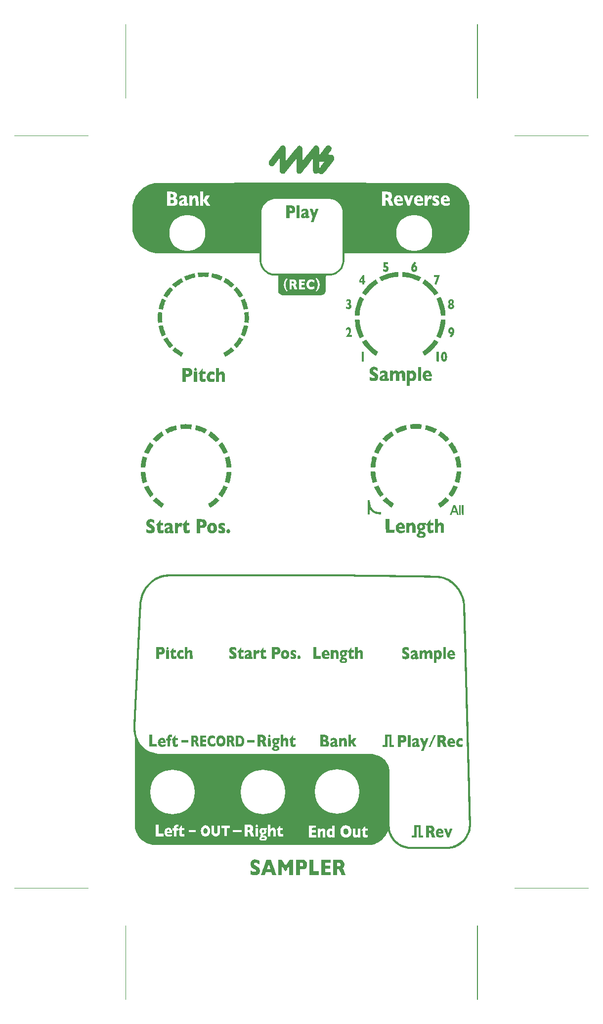
<source format=gto>
G04 #@! TF.GenerationSoftware,KiCad,Pcbnew,7.0.5-0*
G04 #@! TF.CreationDate,2024-05-01T14:30:59-07:00*
G04 #@! TF.ProjectId,Sampler-built-FACEPLATE,53616d70-6c65-4722-9d62-75696c742d46,rev?*
G04 #@! TF.SameCoordinates,PX8165000PY80deb90*
G04 #@! TF.FileFunction,Legend,Top*
G04 #@! TF.FilePolarity,Positive*
%FSLAX46Y46*%
G04 Gerber Fmt 4.6, Leading zero omitted, Abs format (unit mm)*
G04 Created by KiCad (PCBNEW 7.0.5-0) date 2024-05-01 14:30:59*
%MOMM*%
%LPD*%
G01*
G04 APERTURE LIST*
%ADD10C,7.874000*%
%ADD11C,8.255000*%
%ADD12C,7.620000*%
%ADD13C,6.172200*%
%ADD14O,7.366000X4.191000*%
G04 APERTURE END LIST*
G36*
X203707Y-6331420D02*
G01*
X257709Y-6335327D01*
X260898Y-12691680D01*
X264087Y-19048034D01*
X206896Y-19048034D01*
X149705Y-19048034D01*
X149705Y-12687773D01*
X149705Y-6327513D01*
X203707Y-6331420D01*
G37*
G36*
X60469940Y-6331420D02*
G01*
X60523942Y-6335327D01*
X60527131Y-12691680D01*
X60530320Y-19048034D01*
X60473129Y-19048034D01*
X60415938Y-19048034D01*
X60415938Y-12687773D01*
X60415938Y-6327513D01*
X60469940Y-6331420D01*
G37*
G36*
X-12502646Y71864D02*
G01*
X-6146293Y68675D01*
X-6142386Y14673D01*
X-6138479Y-39329D01*
X-12498739Y-39329D01*
X-18858999Y-39329D01*
X-18858999Y17862D01*
X-18858999Y75053D01*
X-12502646Y71864D01*
G37*
G36*
X73176293Y71864D02*
G01*
X79532646Y68675D01*
X79536553Y14673D01*
X79540461Y-39329D01*
X73180200Y-39329D01*
X66819940Y-39329D01*
X66819940Y17862D01*
X66819940Y75053D01*
X73176293Y71864D01*
G37*
G36*
X22559632Y4923480D02*
G01*
X22714419Y4891302D01*
X22864363Y4842081D01*
X23004506Y4776688D01*
X23062258Y4742720D01*
X23110085Y4712528D01*
X23110085Y4401382D01*
X23109827Y4315487D01*
X23109100Y4238678D01*
X23107979Y4174391D01*
X23106537Y4126064D01*
X23104846Y4097135D01*
X23103459Y4090236D01*
X23090982Y4097464D01*
X23063826Y4116635D01*
X23027286Y4143977D01*
X23017691Y4151349D01*
X22900104Y4235683D01*
X22791308Y4299403D01*
X22687605Y4344028D01*
X22585297Y4371076D01*
X22480686Y4382065D01*
X22454674Y4382482D01*
X22374217Y4375940D01*
X22312826Y4355612D01*
X22267577Y4320445D01*
X22261227Y4312848D01*
X22230911Y4255380D01*
X22223265Y4192687D01*
X22237653Y4129673D01*
X22273439Y4071243D01*
X22295529Y4048494D01*
X22324897Y4025483D01*
X22370640Y3993801D01*
X22426999Y3957267D01*
X22488218Y3919700D01*
X22501916Y3911588D01*
X22653815Y3819033D01*
X22782893Y3733212D01*
X22890500Y3653015D01*
X22977987Y3577329D01*
X23046703Y3505043D01*
X23097999Y3435047D01*
X23113539Y3408193D01*
X23152688Y3316000D01*
X23181072Y3209192D01*
X23196560Y3097058D01*
X23198809Y3036752D01*
X23187393Y2888789D01*
X23154445Y2752035D01*
X23100989Y2627965D01*
X23028047Y2518057D01*
X22936641Y2423784D01*
X22827796Y2346624D01*
X22702532Y2288050D01*
X22672712Y2277753D01*
X22624945Y2263454D01*
X22580415Y2253530D01*
X22532022Y2247037D01*
X22472665Y2243032D01*
X22395247Y2240574D01*
X22392176Y2240505D01*
X22321826Y2239806D01*
X22255400Y2240675D01*
X22199629Y2242923D01*
X22161248Y2246361D01*
X22156498Y2247129D01*
X22060979Y2268260D01*
X21953963Y2297963D01*
X21846392Y2332877D01*
X21749204Y2369637D01*
X21726494Y2379298D01*
X21604382Y2432780D01*
X21600991Y2759607D01*
X21600308Y2847734D01*
X21600137Y2926860D01*
X21600449Y2993632D01*
X21601216Y3044697D01*
X21602409Y3076700D01*
X21603811Y3086434D01*
X21616300Y3079876D01*
X21645391Y3062100D01*
X21686521Y3035952D01*
X21727216Y3009480D01*
X21838260Y2940485D01*
X21936960Y2888423D01*
X22028214Y2851558D01*
X22116920Y2828155D01*
X22207976Y2816478D01*
X22277819Y2814358D01*
X22360926Y2818843D01*
X22423465Y2833073D01*
X22469127Y2859218D01*
X22501604Y2899451D01*
X22524586Y2955943D01*
X22525856Y2960287D01*
X22532482Y3016856D01*
X22518668Y3071977D01*
X22483486Y3126751D01*
X22426010Y3182280D01*
X22345312Y3239667D01*
X22240465Y3300013D01*
X22239490Y3300530D01*
X22092583Y3382984D01*
X21968642Y3462960D01*
X21865579Y3542252D01*
X21781309Y3622655D01*
X21713745Y3705966D01*
X21660802Y3793978D01*
X21656769Y3802018D01*
X21607550Y3929502D01*
X21580222Y4065497D01*
X21574780Y4205613D01*
X21591223Y4345457D01*
X21629547Y4480637D01*
X21657273Y4545861D01*
X21718823Y4646378D01*
X21800755Y4736415D01*
X21899123Y4812850D01*
X22009985Y4872559D01*
X22115774Y4909051D01*
X22255353Y4933226D01*
X22404958Y4937745D01*
X22559632Y4923480D01*
G37*
G36*
X25109712Y4817864D02*
G01*
X25129022Y4766341D01*
X25155026Y4696240D01*
X25187038Y4609450D01*
X25224370Y4507863D01*
X25266337Y4393369D01*
X25312252Y4267857D01*
X25361429Y4133217D01*
X25413180Y3991341D01*
X25466820Y3844118D01*
X25521662Y3693439D01*
X25577020Y3541193D01*
X25632207Y3389271D01*
X25686536Y3239563D01*
X25739322Y3093960D01*
X25789877Y2954351D01*
X25837516Y2822627D01*
X25881551Y2700677D01*
X25921296Y2590393D01*
X25956065Y2493664D01*
X25985171Y2412381D01*
X26007928Y2348434D01*
X26023650Y2303712D01*
X26031649Y2280107D01*
X26032546Y2276865D01*
X26028170Y2271731D01*
X26013383Y2267833D01*
X25985693Y2265075D01*
X25942611Y2263357D01*
X25881646Y2262582D01*
X25800309Y2262651D01*
X25696109Y2263466D01*
X25693704Y2263490D01*
X25354863Y2266874D01*
X25266932Y2530684D01*
X25179001Y2794495D01*
X24707855Y2791165D01*
X24236709Y2787834D01*
X24148826Y2524178D01*
X24060944Y2260521D01*
X23718075Y2260521D01*
X23616007Y2260568D01*
X23536597Y2260851D01*
X23477088Y2261583D01*
X23434727Y2262975D01*
X23406758Y2265240D01*
X23390426Y2268589D01*
X23382975Y2273235D01*
X23381650Y2279390D01*
X23383386Y2286293D01*
X23388785Y2301483D01*
X23402361Y2338955D01*
X23423539Y2397134D01*
X23451741Y2474445D01*
X23486393Y2569313D01*
X23526917Y2680161D01*
X23572738Y2805415D01*
X23623279Y2943500D01*
X23677965Y3092840D01*
X23736219Y3251860D01*
X23744278Y3273850D01*
X24406133Y3273850D01*
X24418265Y3271216D01*
X24452367Y3268861D01*
X24504996Y3266892D01*
X24572708Y3265413D01*
X24652062Y3264530D01*
X24716359Y3264323D01*
X25026585Y3264323D01*
X24872252Y3727709D01*
X24837779Y3830369D01*
X24805571Y3924672D01*
X24776536Y4008074D01*
X24751584Y4078036D01*
X24731624Y4132015D01*
X24717564Y4167470D01*
X24710315Y4181861D01*
X24709736Y4181961D01*
X24704191Y4168461D01*
X24691816Y4134081D01*
X24673703Y4082090D01*
X24650945Y4015756D01*
X24624634Y3938344D01*
X24595863Y3853124D01*
X24565723Y3763362D01*
X24535308Y3672326D01*
X24505710Y3583283D01*
X24478021Y3499500D01*
X24453334Y3424246D01*
X24432740Y3360788D01*
X24417333Y3312392D01*
X24408205Y3282327D01*
X24406133Y3273850D01*
X23744278Y3273850D01*
X23797466Y3418984D01*
X23861128Y3592638D01*
X23865506Y3604577D01*
X24339447Y4897089D01*
X24708325Y4900456D01*
X25077203Y4903822D01*
X25109712Y4817864D01*
G37*
G36*
X27258957Y4414248D02*
G01*
X27326012Y4314924D01*
X27388769Y4222387D01*
X27445803Y4138706D01*
X27495686Y4065956D01*
X27536994Y4006208D01*
X27568301Y3961534D01*
X27588181Y3934006D01*
X27595142Y3925604D01*
X27603378Y3935918D01*
X27624362Y3965246D01*
X27656665Y4011510D01*
X27698860Y4072633D01*
X27749516Y4146538D01*
X27807206Y4231148D01*
X27870500Y4324386D01*
X27931641Y4414799D01*
X28261502Y4903442D01*
X28563841Y4903442D01*
X28866181Y4903442D01*
X28862946Y3585158D01*
X28859710Y2266874D01*
X28532621Y2263483D01*
X28205533Y2260092D01*
X28202256Y3017473D01*
X28198979Y3774854D01*
X27906936Y3341142D01*
X27834202Y3233320D01*
X27774126Y3144830D01*
X27725321Y3073826D01*
X27686398Y3018461D01*
X27655970Y2976890D01*
X27632650Y2947265D01*
X27615049Y2927741D01*
X27601780Y2916472D01*
X27591455Y2911611D01*
X27583734Y2911164D01*
X27573460Y2915544D01*
X27559224Y2927754D01*
X27539741Y2949532D01*
X27513727Y2982617D01*
X27479898Y3028748D01*
X27436969Y3089664D01*
X27383656Y3167103D01*
X27318675Y3262804D01*
X27262797Y3345697D01*
X26973020Y3776495D01*
X26969741Y3021685D01*
X26966463Y2266874D01*
X26645628Y2263479D01*
X26324792Y2260084D01*
X26324792Y3581763D01*
X26324792Y4903442D01*
X26627101Y4903442D01*
X26929410Y4903442D01*
X27258957Y4414248D01*
G37*
G36*
X30050930Y4900207D02*
G01*
X30199341Y4899094D01*
X30324538Y4897932D01*
X30428719Y4896642D01*
X30514082Y4895144D01*
X30582827Y4893360D01*
X30637151Y4891212D01*
X30679253Y4888619D01*
X30711332Y4885504D01*
X30735586Y4881787D01*
X30754213Y4877389D01*
X30762865Y4874648D01*
X30895969Y4816275D01*
X31011380Y4739701D01*
X31108725Y4645321D01*
X31187633Y4533527D01*
X31247735Y4404712D01*
X31269620Y4337563D01*
X31288924Y4244957D01*
X31299182Y4139742D01*
X31300400Y4030415D01*
X31292582Y3925468D01*
X31275730Y3833396D01*
X31269373Y3811016D01*
X31215633Y3672557D01*
X31147027Y3554509D01*
X31062853Y3456181D01*
X30962406Y3376884D01*
X30844983Y3315927D01*
X30724158Y3276163D01*
X30687042Y3267658D01*
X30648440Y3261311D01*
X30603903Y3256831D01*
X30548981Y3253924D01*
X30479225Y3252298D01*
X30390185Y3251660D01*
X30350823Y3251616D01*
X30073465Y3251616D01*
X30070139Y2759245D01*
X30066813Y2266874D01*
X29741952Y2263488D01*
X29653528Y2262896D01*
X29573585Y2262991D01*
X29505608Y2263717D01*
X29453082Y2265020D01*
X29419492Y2266844D01*
X29408411Y2268782D01*
X29407218Y2282420D01*
X29406074Y2319783D01*
X29404989Y2379184D01*
X29403975Y2458933D01*
X29403042Y2557344D01*
X29402202Y2672728D01*
X29401467Y2803397D01*
X29400846Y2947665D01*
X29400351Y3103843D01*
X29399993Y3270242D01*
X29399783Y3445176D01*
X29399730Y3591092D01*
X29399730Y4395188D01*
X30073167Y4395188D01*
X30073167Y4075566D01*
X30073167Y3755945D01*
X30235173Y3764274D01*
X30301913Y3768436D01*
X30364061Y3773622D01*
X30414697Y3779171D01*
X30446899Y3784424D01*
X30447021Y3784453D01*
X30516917Y3813176D01*
X30574854Y3863832D01*
X30586687Y3878717D01*
X30599160Y3899876D01*
X30607599Y3927439D01*
X30613072Y3967198D01*
X30616651Y4024942D01*
X30617465Y4045261D01*
X30619142Y4107316D01*
X30618070Y4151474D01*
X30613260Y4185191D01*
X30603717Y4215924D01*
X30590747Y4246142D01*
X30567180Y4290493D01*
X30541606Y4319111D01*
X30505906Y4340928D01*
X30503558Y4342074D01*
X30441459Y4364180D01*
X30360042Y4380964D01*
X30265015Y4391516D01*
X30171641Y4394936D01*
X30073167Y4395188D01*
X29399730Y4395188D01*
X29399730Y4904722D01*
X30050930Y4900207D01*
G37*
G36*
X32322191Y3906141D02*
G01*
X32322191Y2908840D01*
X32820915Y2905516D01*
X33319640Y2902192D01*
X33319640Y2584533D01*
X33319640Y2266874D01*
X32490550Y2263605D01*
X31661461Y2260337D01*
X31661461Y3581889D01*
X31661461Y4903442D01*
X31991826Y4903442D01*
X32322191Y4903442D01*
X32322191Y3906141D01*
G37*
G36*
X35320890Y4636609D02*
G01*
X35320890Y4369775D01*
X34844402Y4369775D01*
X34367914Y4369775D01*
X34367914Y4134868D01*
X34367914Y3899961D01*
X34822166Y3896624D01*
X35276418Y3893287D01*
X35276418Y3626454D01*
X35276418Y3359620D01*
X34822166Y3356283D01*
X34367914Y3352946D01*
X34367914Y3079920D01*
X34367914Y2806894D01*
X34857109Y2806894D01*
X35346303Y2806894D01*
X35346303Y2533707D01*
X35346303Y2260521D01*
X34528861Y2260521D01*
X34387022Y2260649D01*
X34252729Y2261019D01*
X34128133Y2261609D01*
X34015385Y2262397D01*
X33916634Y2263361D01*
X33834031Y2264478D01*
X33769726Y2265727D01*
X33725869Y2267085D01*
X33704611Y2268531D01*
X33702948Y2268992D01*
X33701784Y2282601D01*
X33700667Y2319935D01*
X33699608Y2379306D01*
X33698619Y2459026D01*
X33697708Y2557407D01*
X33696889Y2672761D01*
X33696171Y2803400D01*
X33695565Y2947637D01*
X33695082Y3103784D01*
X33694733Y3270152D01*
X33694529Y3445053D01*
X33694477Y3590452D01*
X33694477Y4903442D01*
X34507684Y4903442D01*
X35320890Y4903442D01*
X35320890Y4636609D01*
G37*
G36*
X36404107Y4903254D02*
G01*
X36557757Y4903120D01*
X36688381Y4902669D01*
X36798366Y4901682D01*
X36890099Y4899942D01*
X36965967Y4897228D01*
X37028357Y4893322D01*
X37079655Y4888005D01*
X37122249Y4881057D01*
X37158524Y4872260D01*
X37190869Y4861394D01*
X37221670Y4848240D01*
X37253313Y4832580D01*
X37270133Y4823776D01*
X37335036Y4781656D01*
X37404067Y4723858D01*
X37470383Y4657219D01*
X37527144Y4588576D01*
X37565528Y4528605D01*
X37588997Y4478767D01*
X37614559Y4416619D01*
X37637282Y4354274D01*
X37640561Y4344363D01*
X37656175Y4292817D01*
X37666496Y4247455D01*
X37672627Y4200134D01*
X37675668Y4142713D01*
X37676662Y4077529D01*
X37676250Y4002313D01*
X37673355Y3944964D01*
X37667160Y3897993D01*
X37656846Y3853909D01*
X37649620Y3829755D01*
X37602066Y3711058D01*
X37538902Y3610039D01*
X37457301Y3522413D01*
X37433170Y3501669D01*
X37340897Y3425626D01*
X37415056Y3348151D01*
X37464353Y3293260D01*
X37504780Y3239233D01*
X37540769Y3178995D01*
X37576754Y3105475D01*
X37599234Y3054276D01*
X37616996Y3011549D01*
X37640453Y2953452D01*
X37668292Y2883393D01*
X37699199Y2804779D01*
X37731862Y2721018D01*
X37764967Y2635519D01*
X37797202Y2551688D01*
X37827254Y2472935D01*
X37853810Y2402665D01*
X37875557Y2344289D01*
X37891181Y2301212D01*
X37899370Y2276844D01*
X37900280Y2272903D01*
X37887828Y2269058D01*
X37851474Y2265860D01*
X37792723Y2263362D01*
X37713079Y2261616D01*
X37614046Y2260676D01*
X37546551Y2260521D01*
X37192822Y2260521D01*
X37119071Y2460646D01*
X37059286Y2621159D01*
X37006138Y2759218D01*
X36958435Y2876543D01*
X36914980Y2974855D01*
X36874581Y3055876D01*
X36836042Y3121327D01*
X36798170Y3172929D01*
X36759769Y3212402D01*
X36719647Y3241468D01*
X36676607Y3261848D01*
X36629457Y3275263D01*
X36577002Y3283434D01*
X36546149Y3286264D01*
X36452047Y3293381D01*
X36448725Y2780128D01*
X36445403Y2266874D01*
X36120542Y2263488D01*
X36032117Y2262896D01*
X35952174Y2262991D01*
X35884197Y2263717D01*
X35831672Y2265020D01*
X35798081Y2266844D01*
X35787000Y2268782D01*
X35785807Y2282420D01*
X35784662Y2319783D01*
X35783577Y2379183D01*
X35782563Y2458930D01*
X35781630Y2557336D01*
X35780791Y2672714D01*
X35780055Y2803376D01*
X35779434Y2947632D01*
X35778939Y3103795D01*
X35778582Y3270176D01*
X35778372Y3445087D01*
X35778319Y3590452D01*
X35778319Y4398927D01*
X36451756Y4398927D01*
X36451756Y4079399D01*
X36451756Y3759870D01*
X36546134Y3759870D01*
X36609440Y3761860D01*
X36681237Y3767050D01*
X36739906Y3773555D01*
X36830621Y3792175D01*
X36899415Y3821379D01*
X36948393Y3863475D01*
X36979659Y3920769D01*
X36995319Y3995569D01*
X36998129Y4056511D01*
X36994021Y4142941D01*
X36980722Y4210110D01*
X36956769Y4262967D01*
X36925651Y4301636D01*
X36884403Y4333671D01*
X36830877Y4357879D01*
X36761597Y4375224D01*
X36673083Y4386670D01*
X36601056Y4391528D01*
X36451756Y4398927D01*
X35778319Y4398927D01*
X35778319Y4903442D01*
X36404107Y4903254D01*
G37*
G36*
X40873567Y53696108D02*
G01*
X41092523Y53692965D01*
X41335261Y53689486D01*
X41600152Y53685694D01*
X41885569Y53681614D01*
X42189882Y53677267D01*
X42511464Y53672678D01*
X42848685Y53667869D01*
X43199918Y53662863D01*
X43563534Y53657684D01*
X43937905Y53652355D01*
X44321403Y53646899D01*
X44712399Y53641338D01*
X45109264Y53635698D01*
X45510371Y53629999D01*
X45914091Y53624267D01*
X46318795Y53618523D01*
X46722856Y53612791D01*
X47124644Y53607094D01*
X47522532Y53601456D01*
X47914891Y53595899D01*
X48300093Y53590447D01*
X48440200Y53588464D01*
X48793510Y53583438D01*
X49141315Y53578434D01*
X49482696Y53573468D01*
X49816736Y53568555D01*
X50142517Y53563709D01*
X50459122Y53558945D01*
X50765632Y53554279D01*
X51061131Y53549726D01*
X51344699Y53545299D01*
X51615420Y53541015D01*
X51872376Y53536888D01*
X52114649Y53532933D01*
X52341322Y53529165D01*
X52551475Y53525599D01*
X52744193Y53522250D01*
X52918556Y53519133D01*
X53073648Y53516263D01*
X53208550Y53513655D01*
X53322346Y53511323D01*
X53414116Y53509283D01*
X53482944Y53507550D01*
X53527911Y53506138D01*
X53544529Y53505360D01*
X53896081Y53469910D01*
X54240731Y53410419D01*
X54577630Y53327527D01*
X54905932Y53221872D01*
X55224791Y53094095D01*
X55533360Y52944834D01*
X55830791Y52774729D01*
X56116239Y52584419D01*
X56388856Y52374544D01*
X56647796Y52145744D01*
X56892213Y51898657D01*
X57121258Y51633922D01*
X57334086Y51352180D01*
X57529851Y51054070D01*
X57707704Y50740231D01*
X57866800Y50411302D01*
X57970045Y50163472D01*
X58074885Y49870000D01*
X58165908Y49565043D01*
X58241852Y49254271D01*
X58301452Y48943351D01*
X58343445Y48637953D01*
X58363757Y48397289D01*
X58364493Y48377800D01*
X58365888Y48333452D01*
X58367925Y48264789D01*
X58370591Y48172357D01*
X58373871Y48056698D01*
X58377751Y47918359D01*
X58382215Y47757883D01*
X58387250Y47575815D01*
X58392841Y47372700D01*
X58398974Y47149083D01*
X58405634Y46905507D01*
X58412806Y46642518D01*
X58420476Y46360660D01*
X58428629Y46060477D01*
X58437252Y45742514D01*
X58446329Y45407316D01*
X58455846Y45055428D01*
X58465788Y44687393D01*
X58476142Y44303757D01*
X58486891Y43905063D01*
X58498023Y43491858D01*
X58509522Y43064684D01*
X58521374Y42624087D01*
X58533564Y42170611D01*
X58546079Y41704801D01*
X58558902Y41227202D01*
X58572021Y40738357D01*
X58585420Y40238812D01*
X58599084Y39729111D01*
X58613000Y39209799D01*
X58627153Y38681420D01*
X58641528Y38144519D01*
X58656111Y37599640D01*
X58670888Y37047328D01*
X58685843Y36488128D01*
X58700962Y35922583D01*
X58716232Y35351240D01*
X58731636Y34774641D01*
X58747161Y34193333D01*
X58762793Y33607858D01*
X58778516Y33018763D01*
X58794317Y32426591D01*
X58810180Y31831887D01*
X58826092Y31235196D01*
X58842037Y30637062D01*
X58858001Y30038030D01*
X58873970Y29438644D01*
X58889930Y28839449D01*
X58905865Y28240989D01*
X58921761Y27643810D01*
X58937604Y27048455D01*
X58953379Y26455469D01*
X58969072Y25865397D01*
X58984667Y25278784D01*
X59000152Y24696173D01*
X59015511Y24118109D01*
X59030729Y23545138D01*
X59045792Y22977803D01*
X59060686Y22416650D01*
X59075396Y21862222D01*
X59089908Y21315064D01*
X59104207Y20775722D01*
X59118278Y20244738D01*
X59132107Y19722659D01*
X59145680Y19210028D01*
X59158982Y18707391D01*
X59171999Y18215291D01*
X59184715Y17734273D01*
X59197117Y17264882D01*
X59209190Y16807663D01*
X59220920Y16363160D01*
X59232292Y15931917D01*
X59243291Y15514479D01*
X59253903Y15111391D01*
X59264113Y14723197D01*
X59273908Y14350442D01*
X59283272Y13993671D01*
X59292191Y13653427D01*
X59300650Y13330256D01*
X59308635Y13024702D01*
X59316132Y12737309D01*
X59323126Y12468623D01*
X59329602Y12219188D01*
X59335546Y11989548D01*
X59340943Y11780248D01*
X59345779Y11591832D01*
X59350040Y11424846D01*
X59353710Y11279833D01*
X59356776Y11157338D01*
X59359223Y11057906D01*
X59361036Y10982082D01*
X59362201Y10930409D01*
X59362703Y10903433D01*
X59362723Y10900841D01*
X59351338Y10579724D01*
X59315887Y10265987D01*
X59256056Y9958097D01*
X59171533Y9654525D01*
X59062003Y9353740D01*
X59030684Y9278817D01*
X58900782Y9003515D01*
X58752881Y8742546D01*
X58585284Y8493426D01*
X58396294Y8253670D01*
X58184213Y8020794D01*
X58141700Y7977655D01*
X58007239Y7847012D01*
X57879078Y7731908D01*
X57749967Y7626381D01*
X57612658Y7524469D01*
X57480590Y7433906D01*
X57233542Y7280453D01*
X56983638Y7147315D01*
X56727707Y7033332D01*
X56462582Y6937344D01*
X56185094Y6858191D01*
X55892074Y6794712D01*
X55612936Y6750090D01*
X55594657Y6747802D01*
X55574103Y6745677D01*
X55550310Y6743710D01*
X55522315Y6741892D01*
X55489151Y6740218D01*
X55449856Y6738679D01*
X55403465Y6737270D01*
X55349013Y6735983D01*
X55285535Y6734812D01*
X55212068Y6733750D01*
X55127647Y6732789D01*
X55031307Y6731924D01*
X54922084Y6731146D01*
X54799013Y6730449D01*
X54661130Y6729827D01*
X54507471Y6729273D01*
X54337071Y6728779D01*
X54148966Y6728338D01*
X53942191Y6727945D01*
X53715782Y6727591D01*
X53468774Y6727271D01*
X53200203Y6726976D01*
X52909104Y6726701D01*
X52594514Y6726439D01*
X52258459Y6726184D01*
X51972938Y6726014D01*
X51692902Y6725925D01*
X51419503Y6725912D01*
X51153890Y6725974D01*
X50897216Y6726107D01*
X50650631Y6726311D01*
X50415285Y6726581D01*
X50192330Y6726916D01*
X49982916Y6727313D01*
X49788194Y6727770D01*
X49609314Y6728283D01*
X49447428Y6728851D01*
X49303687Y6729471D01*
X49179240Y6730140D01*
X49075240Y6730856D01*
X48992836Y6731617D01*
X48933179Y6732420D01*
X48897421Y6733262D01*
X48891276Y6733535D01*
X48575047Y6763856D01*
X48265109Y6818284D01*
X47962582Y6896050D01*
X47668584Y6996380D01*
X47384232Y7118502D01*
X47110646Y7261645D01*
X46848944Y7425036D01*
X46600245Y7607904D01*
X46365666Y7809476D01*
X46146327Y8028980D01*
X45943347Y8265645D01*
X45757843Y8518698D01*
X45590934Y8787367D01*
X45443739Y9070880D01*
X45415143Y9132883D01*
X45374713Y9228266D01*
X45332007Y9339140D01*
X45289271Y9458811D01*
X45248751Y9580587D01*
X45212694Y9697775D01*
X45183346Y9803681D01*
X45166896Y9872576D01*
X45137907Y10006942D01*
X45070073Y9802691D01*
X45016814Y9656757D01*
X44951243Y9500972D01*
X44889673Y9369725D01*
X44770055Y9144675D01*
X44640851Y8937915D01*
X44498021Y8743899D01*
X44337525Y8557081D01*
X44180601Y8396303D01*
X43956298Y8195495D01*
X43719243Y8016622D01*
X43469860Y7859888D01*
X43208572Y7725496D01*
X42935801Y7613652D01*
X42651972Y7524559D01*
X42357508Y7458421D01*
X42175968Y7429850D01*
X42157251Y7429047D01*
X42113667Y7428262D01*
X42045762Y7427493D01*
X41954082Y7426743D01*
X41839171Y7426010D01*
X41701576Y7425294D01*
X41541842Y7424596D01*
X41360516Y7423915D01*
X41158142Y7423251D01*
X40935266Y7422605D01*
X40692433Y7421977D01*
X40430191Y7421366D01*
X40149083Y7420772D01*
X39849656Y7420196D01*
X39532455Y7419637D01*
X39198026Y7419096D01*
X38846915Y7418572D01*
X38479667Y7418066D01*
X38096827Y7417577D01*
X37698943Y7417105D01*
X37286558Y7416651D01*
X36860219Y7416215D01*
X36420471Y7415795D01*
X35967860Y7415394D01*
X35502931Y7415009D01*
X35026231Y7414642D01*
X34538305Y7414293D01*
X34039698Y7413961D01*
X33530956Y7413646D01*
X33012625Y7413349D01*
X32485250Y7413069D01*
X31949377Y7412807D01*
X31405551Y7412562D01*
X30854319Y7412335D01*
X30296225Y7412125D01*
X29731816Y7411932D01*
X29161637Y7411757D01*
X28586234Y7411600D01*
X28006152Y7411459D01*
X27421937Y7411336D01*
X26834135Y7411231D01*
X26243290Y7411143D01*
X25649950Y7411073D01*
X25054659Y7411019D01*
X24457963Y7410984D01*
X23860408Y7410966D01*
X23262539Y7410965D01*
X22664902Y7410981D01*
X22068042Y7411015D01*
X21472506Y7411067D01*
X20878838Y7411136D01*
X20287585Y7411222D01*
X19699292Y7411326D01*
X19114505Y7411447D01*
X18533769Y7411586D01*
X17957630Y7411742D01*
X17386634Y7411915D01*
X16821326Y7412106D01*
X16262251Y7412314D01*
X15709956Y7412540D01*
X15164986Y7412783D01*
X14627887Y7413044D01*
X14099204Y7413322D01*
X13579483Y7413617D01*
X13069270Y7413930D01*
X12569110Y7414260D01*
X12079548Y7414608D01*
X11601131Y7414973D01*
X11134405Y7415355D01*
X10679914Y7415755D01*
X10238204Y7416173D01*
X9809821Y7416607D01*
X9395311Y7417060D01*
X8995219Y7417529D01*
X8610090Y7418016D01*
X8240472Y7418520D01*
X7886908Y7419042D01*
X7549945Y7419582D01*
X7230128Y7420138D01*
X6928004Y7420712D01*
X6644117Y7421304D01*
X6379013Y7421913D01*
X6133238Y7422539D01*
X5907337Y7423183D01*
X5701857Y7423844D01*
X5517342Y7424522D01*
X5354338Y7425218D01*
X5213392Y7425932D01*
X5095048Y7426662D01*
X4999852Y7427411D01*
X4928350Y7428176D01*
X4881088Y7428959D01*
X4858610Y7429759D01*
X4857409Y7429881D01*
X4555915Y7482348D01*
X4264796Y7557966D01*
X3984229Y7656662D01*
X3714392Y7778360D01*
X3455461Y7922983D01*
X3207615Y8090456D01*
X3084872Y8185179D01*
X3003486Y8254597D01*
X2912770Y8338462D01*
X2817643Y8431708D01*
X2723025Y8529268D01*
X2699351Y8554964D01*
X23103895Y8554964D01*
X23106891Y8481457D01*
X23121343Y8415737D01*
X23132068Y8390469D01*
X23185093Y8316070D01*
X23259045Y8254498D01*
X23352332Y8206806D01*
X23457187Y8175366D01*
X23512773Y8167073D01*
X23586700Y8161375D01*
X23672027Y8158281D01*
X23761813Y8157803D01*
X23849119Y8159949D01*
X23927003Y8164731D01*
X23988525Y8172159D01*
X24001195Y8174569D01*
X24112907Y8208458D01*
X24205113Y8258638D01*
X24277819Y8325111D01*
X24331026Y8407881D01*
X24364739Y8506953D01*
X24376934Y8588269D01*
X24376442Y8669550D01*
X24363132Y8750788D01*
X24338981Y8823843D01*
X24305995Y8880531D01*
X24259511Y8931264D01*
X24208148Y8971294D01*
X24147659Y9002441D01*
X24073796Y9026525D01*
X23982313Y9045366D01*
X23891526Y9058137D01*
X23814021Y9068725D01*
X23758396Y9079622D01*
X23721136Y9092048D01*
X23698726Y9107227D01*
X23687649Y9126378D01*
X23686848Y9129264D01*
X23685283Y9169979D01*
X23704169Y9202021D01*
X23744732Y9226281D01*
X23808200Y9243651D01*
X23853684Y9250636D01*
X23975448Y9275234D01*
X24078768Y9316822D01*
X24164621Y9375999D01*
X24233983Y9453364D01*
X24265049Y9503142D01*
X24286043Y9543246D01*
X24299652Y9576612D01*
X24307784Y9611325D01*
X24312349Y9655465D01*
X24315193Y9715491D01*
X24316905Y9766496D01*
X24316617Y9805777D01*
X24312775Y9839082D01*
X24303826Y9872163D01*
X24288216Y9910767D01*
X24264390Y9960647D01*
X24230932Y10027279D01*
X24240312Y10031664D01*
X24269486Y10034983D01*
X24312840Y10036692D01*
X24328836Y10036809D01*
X24431546Y10036809D01*
X24431546Y10189285D01*
X24431546Y10341761D01*
X24015413Y10341611D01*
X23890731Y10341368D01*
X23788285Y10340503D01*
X23704900Y10338660D01*
X23637398Y10335485D01*
X23582606Y10330622D01*
X23537347Y10323718D01*
X23498445Y10314416D01*
X23462726Y10302362D01*
X23427012Y10287201D01*
X23395844Y10272367D01*
X23315054Y10219105D01*
X23246406Y10145838D01*
X23192321Y10056043D01*
X23155222Y9953196D01*
X23146697Y9914754D01*
X23139050Y9844067D01*
X23138875Y9762511D01*
X23145547Y9680202D01*
X23158441Y9607257D01*
X23167620Y9575752D01*
X23196588Y9518977D01*
X23242443Y9458165D01*
X23299055Y9400052D01*
X23360295Y9351374D01*
X23386924Y9334794D01*
X23455604Y9296033D01*
X23419438Y9280497D01*
X23366596Y9244887D01*
X23326707Y9192497D01*
X23300760Y9128964D01*
X23289743Y9059929D01*
X23294647Y8991030D01*
X23316459Y8927908D01*
X23349626Y8882411D01*
X23375385Y8856651D01*
X23311461Y8835419D01*
X23233189Y8796833D01*
X23169028Y8739361D01*
X23132240Y8684785D01*
X23112346Y8626120D01*
X23103895Y8554964D01*
X2699351Y8554964D01*
X2633834Y8626076D01*
X2554990Y8717067D01*
X2493855Y8793899D01*
X2451291Y8855118D01*
X5384722Y8855118D01*
X6026393Y8855118D01*
X6668064Y8855118D01*
X6668064Y9096539D01*
X6668064Y9337959D01*
X6280520Y9337959D01*
X5892976Y9337959D01*
X5892976Y9604793D01*
X6845953Y9604793D01*
X6851022Y9475519D01*
X6867047Y9363869D01*
X6895259Y9263990D01*
X6936888Y9170028D01*
X6937539Y9168788D01*
X7002144Y9072087D01*
X7086029Y8987126D01*
X7184370Y8917586D01*
X7292346Y8867150D01*
X7357545Y8848088D01*
X7415862Y8839497D01*
X7491584Y8835061D01*
X7577077Y8834578D01*
X7664708Y8837845D01*
X7746845Y8844661D01*
X7815855Y8854824D01*
X7842386Y8860915D01*
X7889994Y8876282D01*
X7949280Y8898861D01*
X8009244Y8924398D01*
X8023451Y8930933D01*
X8129295Y8980533D01*
X8129295Y9146540D01*
X8128932Y9208153D01*
X8127940Y9259412D01*
X8126461Y9295612D01*
X8124638Y9312046D01*
X8124245Y9312547D01*
X8111157Y9307332D01*
X8081851Y9293695D01*
X8044722Y9275596D01*
X7935123Y9227086D01*
X7833825Y9195599D01*
X7732632Y9178828D01*
X7690202Y9175715D01*
X7599514Y9176695D01*
X7525672Y9191210D01*
X7462773Y9221464D01*
X7404918Y9269656D01*
X7386768Y9288933D01*
X7357139Y9327068D01*
X7330634Y9370181D01*
X7310157Y9412186D01*
X7298607Y9446998D01*
X7298888Y9468530D01*
X7300260Y9470372D01*
X7314277Y9472127D01*
X7350691Y9473733D01*
X7406488Y9475137D01*
X7478652Y9476288D01*
X7564169Y9477134D01*
X7660022Y9477625D01*
X7731162Y9477729D01*
X8154707Y9477729D01*
X8154707Y9616669D01*
X8145559Y9769965D01*
X8118470Y9908450D01*
X8118000Y9909745D01*
X8256358Y9909745D01*
X8358009Y9909745D01*
X8459660Y9909745D01*
X8459660Y9382432D01*
X8459660Y8855118D01*
X8675668Y8855118D01*
X8891676Y8855118D01*
X8891676Y9382432D01*
X8891676Y9909745D01*
X9006033Y9909745D01*
X9120390Y9909745D01*
X9120390Y9985983D01*
X9183922Y9985983D01*
X9284483Y9985983D01*
X9385045Y9985983D01*
X9389939Y9588910D01*
X9391362Y9477792D01*
X9392759Y9388879D01*
X9394379Y9318961D01*
X9396472Y9264832D01*
X9399288Y9223284D01*
X9403076Y9191110D01*
X9408086Y9165103D01*
X9414568Y9142054D01*
X9422771Y9118756D01*
X9427508Y9106241D01*
X9464281Y9024832D01*
X9506204Y8963389D01*
X9557415Y8916488D01*
X9586882Y8897331D01*
X9684506Y8854635D01*
X9794469Y8833062D01*
X9914646Y8832839D01*
X10026386Y8850308D01*
X10044893Y8855118D01*
X20619640Y8855118D01*
X20867233Y8855118D01*
X21114826Y8855118D01*
X21118183Y9252192D01*
X21121541Y9649265D01*
X21197779Y9644924D01*
X21250439Y9639204D01*
X21296777Y9627083D01*
X21338330Y9606499D01*
X21376633Y9575389D01*
X21413223Y9531691D01*
X21449636Y9473342D01*
X21487408Y9398281D01*
X21528075Y9304444D01*
X21573173Y9189770D01*
X21609734Y9091824D01*
X21694425Y8861471D01*
X21970239Y8858047D01*
X22050870Y8857292D01*
X22122205Y8857096D01*
X22180592Y8857430D01*
X22222381Y8858265D01*
X22243922Y8859571D01*
X22246053Y8860242D01*
X22241640Y8873137D01*
X22229227Y8906452D01*
X22210056Y8956931D01*
X22185368Y9021321D01*
X22156404Y9096368D01*
X22131304Y9161078D01*
X22080188Y9290513D01*
X22035777Y9398108D01*
X21996910Y9486190D01*
X21962425Y9557084D01*
X21931161Y9613116D01*
X21901957Y9656611D01*
X21873651Y9689895D01*
X21861235Y9701856D01*
X21809223Y9748846D01*
X21852926Y9781482D01*
X21933544Y9852887D01*
X21994584Y9933821D01*
X22022392Y9985983D01*
X22040710Y10027833D01*
X22052679Y10065195D01*
X22059952Y10106291D01*
X22064183Y10159343D01*
X22066049Y10203081D01*
X22066362Y10303287D01*
X22062704Y10341761D01*
X22436648Y10341761D01*
X22436648Y9598440D01*
X22436648Y8855118D01*
X22652656Y8855118D01*
X22868664Y8855118D01*
X22868664Y9598440D01*
X22868664Y10341761D01*
X22652656Y10341761D01*
X22436648Y10341761D01*
X22062704Y10341761D01*
X22058368Y10387367D01*
X22040511Y10463693D01*
X22011237Y10540636D01*
X21998118Y10569029D01*
X21936436Y10669939D01*
X21916267Y10691186D01*
X22474767Y10691186D01*
X22483978Y10613327D01*
X22510290Y10550367D01*
X22551721Y10504511D01*
X22606290Y10477964D01*
X22670928Y10472835D01*
X22715119Y10480106D01*
X22747130Y10496687D01*
X22774827Y10523168D01*
X22812058Y10577660D01*
X22836333Y10641242D01*
X22843110Y10691186D01*
X22832985Y10753220D01*
X22805897Y10816019D01*
X22774827Y10859204D01*
X22757319Y10875428D01*
X24596728Y10875428D01*
X24596728Y9865273D01*
X24596728Y8855118D01*
X24812736Y8855118D01*
X25028744Y8855118D01*
X25028792Y9290311D01*
X25028742Y9409534D01*
X25028903Y9506350D01*
X25029781Y9583763D01*
X25031885Y9644777D01*
X25035721Y9692395D01*
X25041798Y9729622D01*
X25050622Y9759462D01*
X25062702Y9784918D01*
X25078544Y9808994D01*
X25098657Y9834695D01*
X25123547Y9865024D01*
X25126496Y9868647D01*
X25175700Y9919312D01*
X25226181Y9948630D01*
X25284606Y9960087D01*
X25302277Y9960571D01*
X25345353Y9956903D01*
X25376402Y9942672D01*
X25397093Y9924542D01*
X25415802Y9904046D01*
X25431207Y9881776D01*
X25443624Y9855161D01*
X25453369Y9821629D01*
X25460759Y9778608D01*
X25466110Y9723525D01*
X25469739Y9653810D01*
X25471963Y9566889D01*
X25473097Y9460192D01*
X25473459Y9331145D01*
X25473467Y9303887D01*
X25473467Y8855118D01*
X25689475Y8855118D01*
X25905483Y8855118D01*
X25905483Y9399459D01*
X25905411Y9532936D01*
X25905125Y9643692D01*
X25904518Y9734420D01*
X25903484Y9807810D01*
X25901916Y9866554D01*
X25899708Y9913345D01*
X25896753Y9950874D01*
X25892945Y9981832D01*
X25892214Y9985983D01*
X26070665Y9985983D01*
X26171227Y9985983D01*
X26271788Y9985983D01*
X26276682Y9588910D01*
X26278106Y9477792D01*
X26279502Y9388879D01*
X26281123Y9318961D01*
X26283216Y9264832D01*
X26286032Y9223284D01*
X26289820Y9191110D01*
X26294830Y9165103D01*
X26301311Y9142054D01*
X26309514Y9118756D01*
X26314251Y9106241D01*
X26351024Y9024832D01*
X26392947Y8963389D01*
X26444159Y8916488D01*
X26473625Y8897331D01*
X26571250Y8854635D01*
X26681213Y8833062D01*
X26801389Y8832839D01*
X26913130Y8850308D01*
X26973918Y8866107D01*
X27038779Y8886180D01*
X27083997Y8902485D01*
X27163412Y8934059D01*
X27163412Y9143421D01*
X27162868Y9212753D01*
X27161361Y9271874D01*
X27159083Y9316705D01*
X27156221Y9343168D01*
X27153882Y9348548D01*
X27138636Y9341244D01*
X27106877Y9325731D01*
X27064866Y9305069D01*
X27055408Y9300402D01*
X26999883Y9275389D01*
X26954109Y9261706D01*
X26906837Y9256376D01*
X26887324Y9255930D01*
X26841757Y9256867D01*
X26812107Y9262567D01*
X26788932Y9276159D01*
X26768098Y9295424D01*
X26749415Y9315758D01*
X26736892Y9336172D01*
X26728564Y9362990D01*
X26722466Y9402536D01*
X26716650Y9460928D01*
X26712716Y9521011D01*
X26709909Y9597590D01*
X26708444Y9681764D01*
X26708540Y9764632D01*
X26708813Y9783003D01*
X26712336Y9979630D01*
X26918814Y9983122D01*
X27125293Y9986613D01*
X27125293Y10163872D01*
X27125293Y10341132D01*
X26918814Y10344623D01*
X26712336Y10348115D01*
X26708860Y10567299D01*
X26707512Y10646585D01*
X26706026Y10703983D01*
X26703892Y10743014D01*
X26703163Y10748365D01*
X31572516Y10748365D01*
X31572516Y9738210D01*
X31572516Y8728055D01*
X32207834Y8728055D01*
X32843152Y8728055D01*
X33109985Y8728055D01*
X33325993Y8728055D01*
X33542001Y8728055D01*
X33542001Y9163936D01*
X33542001Y9599818D01*
X33581403Y9662660D01*
X33632012Y9735358D01*
X33680147Y9786012D01*
X33729403Y9817259D01*
X33783372Y9831734D01*
X33814356Y9833507D01*
X33859613Y9828918D01*
X33894179Y9811845D01*
X33910086Y9798565D01*
X33928704Y9779385D01*
X33944078Y9757477D01*
X33956510Y9730347D01*
X33966306Y9695504D01*
X33973768Y9650456D01*
X33979202Y9592710D01*
X33982910Y9519776D01*
X33985196Y9429161D01*
X33986365Y9318373D01*
X33986721Y9184920D01*
X33986723Y9170107D01*
X33986723Y8728055D01*
X34202731Y8728055D01*
X34418739Y8728055D01*
X34418519Y9258545D01*
X34418283Y9401937D01*
X34417945Y9458475D01*
X34649765Y9458475D01*
X34650658Y9367558D01*
X34655164Y9285704D01*
X34663451Y9219778D01*
X34665196Y9210896D01*
X34693284Y9113689D01*
X34735002Y9016606D01*
X34785897Y8928903D01*
X34826166Y8876258D01*
X34906075Y8803900D01*
X34999859Y8749949D01*
X35102770Y8715783D01*
X35210060Y8702781D01*
X35316979Y8712319D01*
X35356876Y8722245D01*
X35407816Y8743678D01*
X35463339Y8776863D01*
X35492599Y8798629D01*
X35562311Y8855410D01*
X35562311Y8791732D01*
X35562311Y8728055D01*
X35778319Y8728055D01*
X35994327Y8728055D01*
X35994327Y9738210D01*
X35994327Y9804734D01*
X36986961Y9804734D01*
X36988574Y9685307D01*
X36988581Y9685108D01*
X36996957Y9555834D01*
X37013838Y9443596D01*
X37041056Y9340907D01*
X37080443Y9240283D01*
X37114565Y9170267D01*
X37187174Y9055494D01*
X37277821Y8952690D01*
X37382666Y8864827D01*
X37497867Y8794876D01*
X37619582Y8745810D01*
X37684272Y8729516D01*
X37728095Y8720649D01*
X37764844Y8712973D01*
X37779570Y8709740D01*
X37812013Y8706340D01*
X37863419Y8705529D01*
X37927512Y8706963D01*
X37998012Y8710293D01*
X38068641Y8715173D01*
X38133120Y8721258D01*
X38185172Y8728200D01*
X38211586Y8733577D01*
X38350306Y8782967D01*
X38476442Y8853839D01*
X38588414Y8944769D01*
X38684648Y9054335D01*
X38763564Y9181113D01*
X38802845Y9267089D01*
X38851137Y9417554D01*
X38880018Y9575965D01*
X38889830Y9738206D01*
X38880912Y9900162D01*
X38853603Y10057716D01*
X38808241Y10206753D01*
X38804567Y10214698D01*
X39118173Y10214698D01*
X39123297Y9671501D01*
X39124732Y9530069D01*
X39126341Y9411308D01*
X39128427Y9312478D01*
X39131293Y9230838D01*
X39135242Y9163647D01*
X39140577Y9108164D01*
X39147602Y9061649D01*
X39156619Y9021361D01*
X39167932Y8984558D01*
X39181843Y8948501D01*
X39198656Y8910448D01*
X39210217Y8885617D01*
X39252700Y8816290D01*
X39307764Y8764761D01*
X39377564Y8730005D01*
X39464255Y8710999D01*
X39569994Y8706718D01*
X39585670Y8707205D01*
X39649394Y8711109D01*
X39697869Y8718544D01*
X39741224Y8731696D01*
X39783605Y8749932D01*
X39867772Y8800964D01*
X39937459Y8862023D01*
X40009535Y8935846D01*
X40009535Y8831950D01*
X40009535Y8728055D01*
X40225543Y8728055D01*
X40441551Y8728055D01*
X40441551Y9471376D01*
X40441551Y9858920D01*
X40606733Y9858920D01*
X40707295Y9858920D01*
X40807856Y9858920D01*
X40812750Y9461846D01*
X40814174Y9350729D01*
X40815570Y9261815D01*
X40817191Y9191897D01*
X40819284Y9137768D01*
X40822100Y9096221D01*
X40825888Y9064047D01*
X40830898Y9038039D01*
X40837379Y9014990D01*
X40845582Y8991692D01*
X40850319Y8979177D01*
X40887092Y8897768D01*
X40929015Y8836326D01*
X40980227Y8789425D01*
X41009693Y8770267D01*
X41107318Y8727571D01*
X41217281Y8705998D01*
X41337457Y8705775D01*
X41449198Y8723245D01*
X41509986Y8739043D01*
X41574847Y8759117D01*
X41620065Y8775421D01*
X41699480Y8806995D01*
X41699480Y9016358D01*
X41698936Y9085690D01*
X41697429Y9144811D01*
X41695151Y9189642D01*
X41692289Y9216104D01*
X41689950Y9221485D01*
X41674704Y9214181D01*
X41642945Y9198667D01*
X41600934Y9178005D01*
X41591476Y9173339D01*
X41535951Y9148325D01*
X41490177Y9134642D01*
X41442905Y9129313D01*
X41423392Y9128866D01*
X41377825Y9129803D01*
X41348175Y9135503D01*
X41325000Y9149095D01*
X41304166Y9168361D01*
X41285483Y9188694D01*
X41272960Y9209109D01*
X41264633Y9235927D01*
X41258534Y9275472D01*
X41252718Y9333864D01*
X41248784Y9393947D01*
X41245977Y9470526D01*
X41244513Y9554700D01*
X41244608Y9637568D01*
X41244881Y9655939D01*
X41248404Y9852567D01*
X41454882Y9856058D01*
X41661361Y9859549D01*
X41661361Y10036809D01*
X41661361Y10214068D01*
X41454882Y10217560D01*
X41248404Y10221051D01*
X41244928Y10440236D01*
X41243580Y10519521D01*
X41242094Y10576919D01*
X41239960Y10615951D01*
X41236664Y10640139D01*
X41231696Y10653005D01*
X41224543Y10658071D01*
X41214693Y10658859D01*
X41213162Y10658830D01*
X41201203Y10653674D01*
X41181855Y10637608D01*
X41153840Y10609198D01*
X41115880Y10567005D01*
X41066700Y10509593D01*
X41005020Y10435526D01*
X40929566Y10343365D01*
X40895803Y10301807D01*
X40818780Y10206576D01*
X40756480Y10128834D01*
X40707406Y10066509D01*
X40670059Y10017528D01*
X40642939Y9979821D01*
X40624548Y9951314D01*
X40613388Y9929936D01*
X40607960Y9913614D01*
X40606733Y9902147D01*
X40606733Y9858920D01*
X40441551Y9858920D01*
X40441551Y10214698D01*
X40225543Y10214698D01*
X40009535Y10214698D01*
X40009535Y9785569D01*
X40009535Y9356439D01*
X39964030Y9286844D01*
X39932708Y9242101D01*
X39899394Y9199310D01*
X39878623Y9175620D01*
X39827874Y9136806D01*
X39770624Y9115658D01*
X39712899Y9112737D01*
X39660725Y9128604D01*
X39629591Y9152391D01*
X39612963Y9171913D01*
X39599221Y9193503D01*
X39588048Y9219733D01*
X39579132Y9253173D01*
X39572157Y9296397D01*
X39566808Y9351975D01*
X39562773Y9422478D01*
X39559735Y9510480D01*
X39557381Y9618551D01*
X39555397Y9749264D01*
X39555249Y9760446D01*
X39549286Y10214698D01*
X39333730Y10214698D01*
X39118173Y10214698D01*
X38804567Y10214698D01*
X38745168Y10343157D01*
X38709259Y10402096D01*
X38620830Y10512524D01*
X38513795Y10607209D01*
X38390865Y10684244D01*
X38254749Y10741723D01*
X38205233Y10756667D01*
X38143067Y10768497D01*
X38063153Y10776290D01*
X37972784Y10780050D01*
X37879255Y10779776D01*
X37789859Y10775471D01*
X37711891Y10767135D01*
X37658859Y10756560D01*
X37520197Y10705833D01*
X37393975Y10633681D01*
X37281858Y10541694D01*
X37185510Y10431459D01*
X37106593Y10304566D01*
X37051470Y10176357D01*
X37022875Y10085123D01*
X37003200Y9997522D01*
X36991532Y9906432D01*
X36986961Y9804734D01*
X35994327Y9804734D01*
X35994327Y10748365D01*
X35778319Y10748365D01*
X35562311Y10748365D01*
X35562311Y10441443D01*
X35562223Y10345563D01*
X35561818Y10272328D01*
X35560879Y10218972D01*
X35559195Y10182727D01*
X35556550Y10160826D01*
X35552730Y10150502D01*
X35547521Y10148988D01*
X35540710Y10153516D01*
X35540075Y10154069D01*
X35515731Y10171523D01*
X35479428Y10193432D01*
X35460660Y10203688D01*
X35434477Y10216244D01*
X35408554Y10224747D01*
X35377173Y10229971D01*
X35334615Y10232688D01*
X35275159Y10233673D01*
X35238299Y10233757D01*
X35168872Y10233378D01*
X35118673Y10231640D01*
X35081522Y10227648D01*
X35051239Y10220502D01*
X35021644Y10209307D01*
X34998906Y10198992D01*
X34912387Y10145122D01*
X34833897Y10069770D01*
X34765948Y9976260D01*
X34711050Y9867915D01*
X34678971Y9775477D01*
X34667087Y9716956D01*
X34658147Y9640038D01*
X34652317Y9551590D01*
X34649765Y9458475D01*
X34417945Y9458475D01*
X34417562Y9522569D01*
X34416140Y9623094D01*
X34413802Y9706164D01*
X34410332Y9774429D01*
X34405517Y9830542D01*
X34399139Y9877155D01*
X34390984Y9916919D01*
X34380837Y9952486D01*
X34368482Y9986508D01*
X34357229Y10013552D01*
X34317997Y10081814D01*
X34264178Y10145133D01*
X34203614Y10194764D01*
X34184539Y10206088D01*
X34158723Y10218209D01*
X34131263Y10226230D01*
X34096203Y10230956D01*
X34047588Y10233197D01*
X33980370Y10233757D01*
X33913826Y10233311D01*
X33866124Y10231285D01*
X33830703Y10226649D01*
X33800998Y10218372D01*
X33770446Y10205424D01*
X33756234Y10198566D01*
X33710352Y10170981D01*
X33658980Y10132506D01*
X33613287Y10091518D01*
X33542001Y10019660D01*
X33542001Y10117179D01*
X33542001Y10214698D01*
X33325993Y10214698D01*
X33109985Y10214698D01*
X33109985Y9471376D01*
X33109985Y8728055D01*
X32843152Y8728055D01*
X32843152Y8931356D01*
X32843152Y9134658D01*
X32455308Y9134658D01*
X32067464Y9134658D01*
X32070941Y9353842D01*
X32074417Y9573027D01*
X32427019Y9576405D01*
X32779620Y9579782D01*
X32779620Y9776329D01*
X32779620Y9972875D01*
X32427019Y9976253D01*
X32074417Y9979630D01*
X32074417Y10163872D01*
X32074417Y10348115D01*
X32446078Y10351483D01*
X32817739Y10354852D01*
X32817739Y10551608D01*
X32817739Y10748365D01*
X32195128Y10748365D01*
X31572516Y10748365D01*
X26703163Y10748365D01*
X26700596Y10767202D01*
X26695628Y10780068D01*
X26688474Y10785134D01*
X26678625Y10785922D01*
X26677094Y10785894D01*
X26665135Y10780737D01*
X26645787Y10764672D01*
X26617771Y10736262D01*
X26579812Y10694069D01*
X26530632Y10636657D01*
X26468952Y10562589D01*
X26393497Y10470429D01*
X26359735Y10428870D01*
X26282712Y10333639D01*
X26220412Y10255897D01*
X26171338Y10193572D01*
X26133991Y10144592D01*
X26106871Y10106884D01*
X26088480Y10078378D01*
X26077320Y10056999D01*
X26071892Y10040678D01*
X26070665Y10029210D01*
X26070665Y9985983D01*
X25892214Y9985983D01*
X25888177Y10008912D01*
X25882343Y10034804D01*
X25879973Y10044306D01*
X25843400Y10149234D01*
X25791998Y10233754D01*
X25725460Y10298310D01*
X25689475Y10321543D01*
X25658589Y10338219D01*
X25632255Y10349342D01*
X25604145Y10356020D01*
X25567935Y10359362D01*
X25517296Y10360477D01*
X25467114Y10360521D01*
X25380553Y10358196D01*
X25312466Y10349912D01*
X25256143Y10333130D01*
X25204875Y10305308D01*
X25151953Y10263905D01*
X25110199Y10225354D01*
X25028744Y10147138D01*
X25028744Y10511283D01*
X25028744Y10875428D01*
X24812736Y10875428D01*
X24596728Y10875428D01*
X22757319Y10875428D01*
X22742857Y10888829D01*
X22709919Y10903712D01*
X22670928Y10909537D01*
X22605359Y10904157D01*
X22550978Y10877295D01*
X22509765Y10831158D01*
X22483701Y10767952D01*
X22474767Y10691186D01*
X21916267Y10691186D01*
X21857052Y10753564D01*
X21761883Y10817971D01*
X21740858Y10828502D01*
X21655208Y10869075D01*
X21137424Y10872787D01*
X20619640Y10876500D01*
X20619640Y9865809D01*
X20619640Y8855118D01*
X10044893Y8855118D01*
X10087175Y8866107D01*
X10152036Y8886180D01*
X10197254Y8902485D01*
X10276668Y8934059D01*
X10276668Y9143421D01*
X10276124Y9212753D01*
X10274618Y9271874D01*
X10272339Y9316705D01*
X10269477Y9343168D01*
X10267139Y9348548D01*
X10251893Y9341244D01*
X10220134Y9325731D01*
X10178123Y9305069D01*
X10168664Y9300402D01*
X10113139Y9275389D01*
X10067366Y9261706D01*
X10020094Y9256376D01*
X10000581Y9255930D01*
X9955013Y9256867D01*
X9925363Y9262567D01*
X9902188Y9276159D01*
X9881354Y9295424D01*
X9862671Y9315758D01*
X9850149Y9336172D01*
X9841821Y9362990D01*
X9835723Y9402536D01*
X9829907Y9460928D01*
X9825973Y9521011D01*
X9823165Y9597590D01*
X9823040Y9604793D01*
X11051756Y9604793D01*
X11610835Y9604793D01*
X12169915Y9604793D01*
X12169915Y9782682D01*
X12169915Y9867220D01*
X13090426Y9867220D01*
X13092004Y9756000D01*
X13099458Y9650055D01*
X13112793Y9556886D01*
X13120442Y9522202D01*
X13167707Y9376878D01*
X13231554Y9247935D01*
X13310853Y9136648D01*
X13404474Y9044298D01*
X13511286Y8972160D01*
X13630161Y8921513D01*
X13659173Y8913016D01*
X13717260Y8902513D01*
X13791979Y8896290D01*
X13874911Y8894354D01*
X13957639Y8896711D01*
X14031744Y8903368D01*
X14082728Y8912684D01*
X14174686Y8942047D01*
X14254410Y8981503D01*
X14329773Y9035673D01*
X14396408Y9096866D01*
X14450649Y9153880D01*
X14491057Y9204922D01*
X14524268Y9259081D01*
X14545579Y9301182D01*
X14582656Y9383507D01*
X14610303Y9458084D01*
X14629775Y9531214D01*
X14642330Y9609198D01*
X14649226Y9698337D01*
X14651719Y9804931D01*
X14651803Y9833507D01*
X14651329Y9920658D01*
X14649592Y9988018D01*
X14646117Y10041197D01*
X14640432Y10085806D01*
X14632062Y10127455D01*
X14624441Y10157519D01*
X14579414Y10290954D01*
X14520075Y10413236D01*
X14448640Y10521204D01*
X14367321Y10611690D01*
X14278335Y10681533D01*
X14243666Y10701637D01*
X14158512Y10741163D01*
X14095279Y10761071D01*
X14900070Y10761071D01*
X14904897Y10135283D01*
X14906036Y9992547D01*
X14907136Y9872805D01*
X14908308Y9773639D01*
X14909662Y9692630D01*
X14911309Y9627360D01*
X14913361Y9575410D01*
X14915928Y9534363D01*
X14919121Y9501800D01*
X14923051Y9475302D01*
X14927829Y9452452D01*
X14933566Y9430830D01*
X14937875Y9416248D01*
X14989473Y9281875D01*
X15057294Y9167034D01*
X15141459Y9071593D01*
X15242090Y8995423D01*
X15359308Y8938393D01*
X15396389Y8925426D01*
X15482360Y8905489D01*
X15581875Y8894724D01*
X15684838Y8893424D01*
X15781154Y8901884D01*
X15835033Y8912657D01*
X15951857Y8955366D01*
X16059774Y9018824D01*
X16154819Y9099766D01*
X16233027Y9194926D01*
X16281348Y9280269D01*
X16299066Y9319862D01*
X16314026Y9357222D01*
X16326461Y9394857D01*
X16336602Y9435276D01*
X16344683Y9480986D01*
X16350934Y9534497D01*
X16355587Y9598317D01*
X16358875Y9674954D01*
X16361029Y9766917D01*
X16362282Y9876713D01*
X16362866Y10006852D01*
X16363011Y10159841D01*
X16363012Y10163337D01*
X16363012Y10761071D01*
X16604432Y10761071D01*
X16604432Y10538710D01*
X16604432Y10316349D01*
X16858559Y10316349D01*
X17112686Y10316349D01*
X17112686Y9617499D01*
X17112686Y8918650D01*
X17322341Y8918650D01*
X17531996Y8918650D01*
X17531996Y9617499D01*
X17531996Y9960571D01*
X18523092Y9960571D01*
X18523092Y9782682D01*
X18523092Y9604793D01*
X19291826Y9604793D01*
X20060560Y9604793D01*
X20060560Y9782682D01*
X20060560Y9960571D01*
X19291826Y9960571D01*
X18523092Y9960571D01*
X17531996Y9960571D01*
X17531996Y10316349D01*
X17786123Y10316349D01*
X18040250Y10316349D01*
X18040250Y10538710D01*
X18040250Y10761071D01*
X17322341Y10761071D01*
X16604432Y10761071D01*
X16363012Y10761071D01*
X16159710Y10761071D01*
X15956408Y10761071D01*
X15956107Y10351291D01*
X15955440Y10189146D01*
X15953602Y10050236D01*
X15950458Y9932409D01*
X15945870Y9833507D01*
X15939700Y9751376D01*
X15931813Y9683861D01*
X15922070Y9628806D01*
X15910336Y9584056D01*
X15906620Y9572925D01*
X15866024Y9485978D01*
X15813172Y9419705D01*
X15749240Y9375089D01*
X15675403Y9353116D01*
X15641518Y9350875D01*
X15559224Y9361566D01*
X15489114Y9394274D01*
X15431072Y9449124D01*
X15384981Y9526243D01*
X15350725Y9625756D01*
X15339162Y9677759D01*
X15334111Y9711043D01*
X15330006Y9754476D01*
X15326776Y9810441D01*
X15324346Y9881319D01*
X15322644Y9969495D01*
X15321597Y10077349D01*
X15321131Y10207266D01*
X15321091Y10266641D01*
X15321091Y10761071D01*
X15110580Y10761071D01*
X14900070Y10761071D01*
X14095279Y10761071D01*
X14075977Y10767148D01*
X13987373Y10781581D01*
X13884007Y10786447D01*
X13872566Y10786484D01*
X13745514Y10780267D01*
X13636302Y10760422D01*
X13540284Y10725158D01*
X13452813Y10672685D01*
X13369241Y10601212D01*
X13355113Y10587070D01*
X13268779Y10482020D01*
X13196253Y10358530D01*
X13139834Y10220816D01*
X13120897Y10157519D01*
X13104878Y10075481D01*
X13094719Y9976214D01*
X13090426Y9867220D01*
X12169915Y9867220D01*
X12169915Y9960571D01*
X11610835Y9960571D01*
X11051756Y9960571D01*
X11051756Y9782682D01*
X11051756Y9604793D01*
X9823040Y9604793D01*
X9821701Y9681764D01*
X9821797Y9764632D01*
X9822070Y9783003D01*
X9825252Y9960571D01*
X9825593Y9979630D01*
X10032071Y9983122D01*
X10238549Y9986613D01*
X10238549Y10163872D01*
X10238549Y10341132D01*
X10032071Y10344623D01*
X9825593Y10348115D01*
X9822116Y10567299D01*
X9820768Y10646585D01*
X9819283Y10703983D01*
X9817148Y10743014D01*
X9813853Y10767202D01*
X9808884Y10780068D01*
X9801731Y10785134D01*
X9791881Y10785922D01*
X9790350Y10785894D01*
X9778392Y10780737D01*
X9759043Y10764672D01*
X9731028Y10736262D01*
X9693069Y10694069D01*
X9643888Y10636657D01*
X9582209Y10562589D01*
X9506754Y10470429D01*
X9472991Y10428870D01*
X9395968Y10333639D01*
X9333669Y10255897D01*
X9284595Y10193572D01*
X9247247Y10144592D01*
X9220128Y10106884D01*
X9201737Y10078378D01*
X9190577Y10056999D01*
X9185149Y10040678D01*
X9183922Y10029210D01*
X9183922Y9985983D01*
X9120390Y9985983D01*
X9120390Y10087634D01*
X9120390Y10265523D01*
X9005254Y10265523D01*
X8890119Y10265523D01*
X8898068Y10325878D01*
X8906623Y10385324D01*
X8915065Y10426026D01*
X8925611Y10454545D01*
X8940482Y10477444D01*
X8954886Y10493894D01*
X8980130Y10517126D01*
X9006101Y10528587D01*
X9043434Y10532210D01*
X9058864Y10532357D01*
X9106912Y10530073D01*
X9151570Y10524277D01*
X9168123Y10520537D01*
X9209335Y10508718D01*
X9209335Y10696944D01*
X9209629Y10772247D01*
X9208564Y10826034D01*
X9203220Y10862156D01*
X9195152Y10876500D01*
X9190674Y10884462D01*
X9168006Y10896800D01*
X9132294Y10903022D01*
X9080617Y10906975D01*
X9048205Y10909280D01*
X8921803Y10909087D01*
X8810172Y10888224D01*
X8713491Y10846825D01*
X8631936Y10785026D01*
X8565685Y10702960D01*
X8514915Y10600761D01*
X8479871Y10478890D01*
X8469835Y10422585D01*
X8462600Y10367372D01*
X8459667Y10324787D01*
X8459660Y10323238D01*
X8459660Y10265523D01*
X8358009Y10265523D01*
X8256358Y10265523D01*
X8256358Y10087634D01*
X8256358Y9909745D01*
X8118000Y9909745D01*
X8073976Y10031079D01*
X8012614Y10136806D01*
X7934918Y10224588D01*
X7841423Y10293380D01*
X7795503Y10317324D01*
X7749094Y10337594D01*
X7709468Y10350710D01*
X7667749Y10358571D01*
X7615059Y10363077D01*
X7572485Y10365037D01*
X7436463Y10362519D01*
X7317328Y10343052D01*
X7212219Y10305684D01*
X7118276Y10249464D01*
X7050272Y10191286D01*
X6974895Y10102932D01*
X6917459Y10002074D01*
X6877279Y9886747D01*
X6853672Y9754987D01*
X6845953Y9604829D01*
X6845953Y9604793D01*
X5892976Y9604793D01*
X5892976Y10106694D01*
X5892976Y10875428D01*
X5638849Y10875428D01*
X5384722Y10875428D01*
X5384722Y9865273D01*
X5384722Y8855118D01*
X2451291Y8855118D01*
X2332736Y9025636D01*
X2193386Y9262492D01*
X2074759Y9507060D01*
X1975812Y9761934D01*
X1895500Y10029709D01*
X1832778Y10312979D01*
X1799094Y10519650D01*
X1797977Y10533292D01*
X1796900Y10558425D01*
X1795860Y10595515D01*
X1794857Y10645031D01*
X1793888Y10707442D01*
X1792954Y10783213D01*
X1792051Y10872814D01*
X1792029Y10875428D01*
X1791180Y10976713D01*
X1790339Y11095376D01*
X1789526Y11229272D01*
X1788740Y11378869D01*
X1787979Y11544634D01*
X1787243Y11727035D01*
X1786529Y11926541D01*
X1785838Y12143618D01*
X1785166Y12378736D01*
X1784513Y12632360D01*
X1783878Y12904960D01*
X1783259Y13197004D01*
X1782654Y13508958D01*
X1782064Y13841291D01*
X1781485Y14194471D01*
X1780917Y14568965D01*
X1780358Y14965241D01*
X1779807Y15383768D01*
X1779263Y15825012D01*
X1778725Y16289442D01*
X1778190Y16777526D01*
X1777658Y17289730D01*
X1777127Y17826524D01*
X1776723Y18251466D01*
X1769600Y25875278D01*
X1727263Y26015048D01*
X1676923Y26201096D01*
X1632207Y26406145D01*
X1593947Y26624237D01*
X1562970Y26849418D01*
X1540108Y27075731D01*
X1526190Y27297220D01*
X1521997Y27488348D01*
X1522151Y27494452D01*
X1877800Y27494452D01*
X1889465Y27155131D01*
X1923909Y26816443D01*
X1980486Y26481134D01*
X2058552Y26151948D01*
X2157460Y25831631D01*
X2276567Y25522928D01*
X2406099Y25246314D01*
X2527912Y25022627D01*
X2655835Y24817281D01*
X2794013Y24624677D01*
X2946591Y24439217D01*
X3117713Y24255304D01*
X3201691Y24171732D01*
X3436674Y23960306D01*
X3685852Y23769926D01*
X3949098Y23600647D01*
X4226287Y23452521D01*
X4517295Y23325601D01*
X4821995Y23219939D01*
X5140262Y23135590D01*
X5471971Y23072605D01*
X5816997Y23031037D01*
X5924075Y23022683D01*
X5945945Y23022006D01*
X5991522Y23021348D01*
X6060852Y23020710D01*
X6153980Y23020090D01*
X6270952Y23019490D01*
X6411813Y23018908D01*
X6576610Y23018345D01*
X6765388Y23017802D01*
X6978193Y23017277D01*
X7215071Y23016771D01*
X7476067Y23016284D01*
X7761227Y23015816D01*
X8070597Y23015367D01*
X8404222Y23014936D01*
X8762149Y23014524D01*
X9144422Y23014131D01*
X9551088Y23013757D01*
X9982192Y23013401D01*
X10437781Y23013063D01*
X10917899Y23012745D01*
X11422593Y23012445D01*
X11951908Y23012163D01*
X12505890Y23011900D01*
X13084585Y23011655D01*
X13688038Y23011429D01*
X14316295Y23011221D01*
X14969402Y23011031D01*
X15647405Y23010860D01*
X16350349Y23010707D01*
X17078280Y23010573D01*
X17831244Y23010456D01*
X18609286Y23010358D01*
X19412452Y23010278D01*
X20240789Y23010216D01*
X21094341Y23010172D01*
X21973154Y23010146D01*
X22877274Y23010138D01*
X23806747Y23010149D01*
X24100513Y23010155D01*
X25000355Y23010172D01*
X25874966Y23010174D01*
X26724525Y23010162D01*
X27549215Y23010134D01*
X28349216Y23010092D01*
X29124710Y23010035D01*
X29875876Y23009962D01*
X30602897Y23009875D01*
X31305953Y23009771D01*
X31985225Y23009653D01*
X32640894Y23009518D01*
X33273141Y23009368D01*
X33882147Y23009202D01*
X34468093Y23009019D01*
X35031161Y23008821D01*
X35571530Y23008606D01*
X36089382Y23008374D01*
X36584898Y23008126D01*
X37058259Y23007861D01*
X37509647Y23007580D01*
X37939241Y23007281D01*
X38347222Y23006965D01*
X38733773Y23006632D01*
X39099074Y23006282D01*
X39443305Y23005913D01*
X39766648Y23005528D01*
X40069284Y23005124D01*
X40351394Y23004703D01*
X40613159Y23004263D01*
X40854759Y23003805D01*
X41076376Y23003329D01*
X41278190Y23002835D01*
X41460384Y23002322D01*
X41623137Y23001790D01*
X41766630Y23001239D01*
X41891045Y23000669D01*
X41996563Y23000080D01*
X42083364Y22999472D01*
X42151630Y22998845D01*
X42201542Y22998198D01*
X42233280Y22997531D01*
X42245853Y22996971D01*
X42512424Y22966943D01*
X42764913Y22923199D01*
X43011668Y22863972D01*
X43261036Y22787495D01*
X43302855Y22773150D01*
X43579306Y22665006D01*
X43837509Y22539406D01*
X44077209Y22396639D01*
X44298153Y22236997D01*
X44500088Y22060768D01*
X44682760Y21868244D01*
X44845915Y21659712D01*
X44989299Y21435465D01*
X45112660Y21195790D01*
X45215743Y20940980D01*
X45298295Y20671322D01*
X45352141Y20430606D01*
X45357493Y20402738D01*
X45362531Y20377202D01*
X45367264Y20353205D01*
X45371703Y20329957D01*
X45375859Y20306668D01*
X45379742Y20282547D01*
X45383363Y20256802D01*
X45386733Y20228642D01*
X45389862Y20197278D01*
X45392761Y20161917D01*
X45395441Y20121770D01*
X45397911Y20076044D01*
X45400184Y20023951D01*
X45402268Y19964697D01*
X45404176Y19897494D01*
X45405918Y19821549D01*
X45407503Y19736072D01*
X45408944Y19640272D01*
X45410250Y19533359D01*
X45411432Y19414540D01*
X45412501Y19283026D01*
X45413468Y19138026D01*
X45414342Y18978748D01*
X45415136Y18804403D01*
X45415858Y18614198D01*
X45416521Y18407343D01*
X45417134Y18183048D01*
X45417708Y17940521D01*
X45418254Y17678972D01*
X45418782Y17397609D01*
X45419303Y17095642D01*
X45419829Y16772280D01*
X45420368Y16426732D01*
X45420932Y16058207D01*
X45421532Y15665915D01*
X45422178Y15249064D01*
X45422232Y15214648D01*
X45422878Y14796871D01*
X45423469Y14403715D01*
X45424020Y14034391D01*
X45424541Y13688107D01*
X45425043Y13364072D01*
X45425540Y13061496D01*
X45426042Y12779588D01*
X45426561Y12517558D01*
X45427109Y12274613D01*
X45427698Y12049964D01*
X45428340Y11842820D01*
X45429046Y11652390D01*
X45429827Y11477884D01*
X45430697Y11318509D01*
X45431666Y11173477D01*
X45432746Y11041995D01*
X45433949Y10923273D01*
X45435287Y10816521D01*
X45436771Y10720947D01*
X45438413Y10635761D01*
X45440225Y10560172D01*
X45442220Y10493389D01*
X45444407Y10434622D01*
X45446800Y10383079D01*
X45449409Y10337970D01*
X45452247Y10298504D01*
X45455326Y10263890D01*
X45458657Y10233338D01*
X45462252Y10206057D01*
X45466122Y10181255D01*
X45470280Y10158143D01*
X45474737Y10135929D01*
X45479504Y10113823D01*
X45484595Y10091033D01*
X45490020Y10066770D01*
X45495791Y10040241D01*
X45499339Y10023322D01*
X45571631Y9735291D01*
X45667695Y9454596D01*
X45786604Y9182588D01*
X45927431Y8920616D01*
X46089251Y8670031D01*
X46271136Y8432183D01*
X46472160Y8208422D01*
X46691397Y8000099D01*
X46927920Y7808563D01*
X47103820Y7684840D01*
X47185751Y7633773D01*
X47284913Y7577041D01*
X47395096Y7517793D01*
X47510089Y7459178D01*
X47623682Y7404345D01*
X47729662Y7356443D01*
X47821820Y7318621D01*
X47838291Y7312454D01*
X48131186Y7218363D01*
X48429795Y7148774D01*
X48732516Y7104018D01*
X48916688Y7089154D01*
X48944717Y7088311D01*
X48997003Y7087506D01*
X49072389Y7086743D01*
X49169720Y7086023D01*
X49287840Y7085349D01*
X49425592Y7084723D01*
X49581820Y7084149D01*
X49755369Y7083629D01*
X49945083Y7083164D01*
X50149805Y7082758D01*
X50368379Y7082413D01*
X50599649Y7082131D01*
X50842460Y7081916D01*
X51095655Y7081769D01*
X51358079Y7081693D01*
X51628574Y7081690D01*
X51905986Y7081763D01*
X52189158Y7081915D01*
X52258459Y7081964D01*
X52596001Y7082223D01*
X52909097Y7082488D01*
X53198717Y7082766D01*
X53465827Y7083063D01*
X53711395Y7083388D01*
X53936390Y7083747D01*
X54141778Y7084146D01*
X54328528Y7084592D01*
X54497607Y7085094D01*
X54649983Y7085656D01*
X54786624Y7086288D01*
X54908498Y7086994D01*
X55016572Y7087783D01*
X55111814Y7088660D01*
X55195192Y7089634D01*
X55267674Y7090711D01*
X55330227Y7091898D01*
X55383819Y7093202D01*
X55429419Y7094629D01*
X55467992Y7096187D01*
X55500509Y7097883D01*
X55527935Y7099723D01*
X55551239Y7101715D01*
X55571390Y7103865D01*
X55586398Y7105773D01*
X55677924Y7119416D01*
X55778489Y7136394D01*
X55881239Y7155388D01*
X55979323Y7175078D01*
X56065888Y7194144D01*
X56133897Y7211216D01*
X56441684Y7308812D01*
X56735023Y7427284D01*
X57014179Y7566789D01*
X57279417Y7727484D01*
X57531005Y7909526D01*
X57769207Y8113071D01*
X57931846Y8272274D01*
X58141985Y8507205D01*
X58330201Y8754230D01*
X58496131Y9012464D01*
X58639414Y9281019D01*
X58759688Y9559010D01*
X58856592Y9845548D01*
X58929763Y10139747D01*
X58978841Y10440720D01*
X59003463Y10747581D01*
X59006486Y10907194D01*
X59006133Y10928625D01*
X59005115Y10974861D01*
X59003445Y11045356D01*
X59001139Y11139567D01*
X58998210Y11256950D01*
X58994674Y11396959D01*
X58990544Y11559050D01*
X58985836Y11742680D01*
X58980563Y11947303D01*
X58974741Y12172377D01*
X58968383Y12417355D01*
X58961505Y12681694D01*
X58954120Y12964850D01*
X58946244Y13266277D01*
X58937890Y13585433D01*
X58929074Y13921772D01*
X58919810Y14274750D01*
X58910111Y14643823D01*
X58899994Y15028446D01*
X58889472Y15428076D01*
X58878560Y15842167D01*
X58867272Y16270176D01*
X58855623Y16711558D01*
X58843628Y17165768D01*
X58831300Y17632263D01*
X58818655Y18110499D01*
X58805707Y18599929D01*
X58792469Y19100012D01*
X58778958Y19610201D01*
X58765188Y20129953D01*
X58751172Y20658723D01*
X58736925Y21195968D01*
X58722463Y21741142D01*
X58707799Y22293701D01*
X58692948Y22853102D01*
X58677924Y23418799D01*
X58662742Y23990249D01*
X58647417Y24566906D01*
X58631963Y25148227D01*
X58616394Y25733668D01*
X58600725Y26322684D01*
X58584971Y26914730D01*
X58569145Y27509262D01*
X58553263Y28105737D01*
X58537340Y28703609D01*
X58521388Y29302334D01*
X58505424Y29901369D01*
X58489461Y30500168D01*
X58473515Y31098187D01*
X58457598Y31694882D01*
X58441727Y32289709D01*
X58425916Y32882123D01*
X58410178Y33471580D01*
X58394529Y34057535D01*
X58378983Y34639445D01*
X58363555Y35216765D01*
X58348259Y35788950D01*
X58333109Y36355457D01*
X58318121Y36915740D01*
X58303308Y37469256D01*
X58288685Y38015460D01*
X58274267Y38553808D01*
X58260068Y39083755D01*
X58246103Y39604758D01*
X58232386Y40116271D01*
X58218932Y40617751D01*
X58205754Y41108654D01*
X58192869Y41588434D01*
X58180289Y42056547D01*
X58168030Y42512450D01*
X58156107Y42955597D01*
X58144533Y43385445D01*
X58133323Y43801449D01*
X58122492Y44203065D01*
X58112055Y44589748D01*
X58102025Y44960955D01*
X58092417Y45316140D01*
X58083246Y45654759D01*
X58074526Y45976269D01*
X58066272Y46280125D01*
X58058499Y46565782D01*
X58051220Y46832696D01*
X58044450Y47080322D01*
X58038204Y47308117D01*
X58032497Y47515536D01*
X58027342Y47702035D01*
X58022755Y47867070D01*
X58018749Y48010095D01*
X58015340Y48130567D01*
X58012541Y48227941D01*
X58010368Y48301674D01*
X58008835Y48351220D01*
X58007956Y48376035D01*
X58007845Y48378230D01*
X58002624Y48447634D01*
X57995072Y48529449D01*
X57986418Y48610923D01*
X57981576Y48651416D01*
X57921527Y49032998D01*
X57838981Y49402773D01*
X57733914Y49760803D01*
X57606299Y50107149D01*
X57456111Y50441872D01*
X57283325Y50765035D01*
X57087915Y51076698D01*
X56869856Y51376924D01*
X56835940Y51420034D01*
X56786615Y51478707D01*
X56722059Y51550399D01*
X56646007Y51631379D01*
X56562196Y51717916D01*
X56474362Y51806279D01*
X56386242Y51892735D01*
X56301570Y51973554D01*
X56224085Y52045004D01*
X56157522Y52103354D01*
X56125038Y52130005D01*
X55839063Y52341110D01*
X55545480Y52527977D01*
X55244159Y52690655D01*
X54934974Y52829192D01*
X54617795Y52943636D01*
X54292496Y53034037D01*
X53958947Y53100442D01*
X53617022Y53142901D01*
X53421091Y53156273D01*
X53397899Y53156966D01*
X53350162Y53158001D01*
X53278743Y53159366D01*
X53184509Y53161048D01*
X53068322Y53163032D01*
X52931049Y53165307D01*
X52773553Y53167859D01*
X52596700Y53170675D01*
X52401353Y53173741D01*
X52188377Y53177045D01*
X51958638Y53180573D01*
X51712999Y53184313D01*
X51452326Y53188251D01*
X51177482Y53192374D01*
X50889333Y53196670D01*
X50588744Y53201123D01*
X50276578Y53205723D01*
X49953700Y53210455D01*
X49620976Y53215307D01*
X49279269Y53220265D01*
X48929444Y53225316D01*
X48572367Y53230447D01*
X48208901Y53235645D01*
X47963712Y53239138D01*
X47574108Y53244681D01*
X47180387Y53250285D01*
X46783915Y53255930D01*
X46386059Y53261599D01*
X45988184Y53267270D01*
X45591658Y53272924D01*
X45197845Y53278542D01*
X44808113Y53284105D01*
X44423828Y53289592D01*
X44046355Y53294984D01*
X43677061Y53300262D01*
X43317312Y53305406D01*
X42968474Y53310397D01*
X42631914Y53315214D01*
X42308997Y53319839D01*
X42001091Y53324253D01*
X41709560Y53328434D01*
X41435772Y53332365D01*
X41181092Y53336025D01*
X40946887Y53339394D01*
X40734523Y53342455D01*
X40545366Y53345185D01*
X40441551Y53346687D01*
X38224292Y53378789D01*
X22786073Y53374860D01*
X22029746Y53374666D01*
X21298408Y53374476D01*
X20591637Y53374288D01*
X19909011Y53374102D01*
X19250106Y53373917D01*
X18614499Y53373733D01*
X18001767Y53373549D01*
X17411489Y53373364D01*
X16843240Y53373177D01*
X16296598Y53372988D01*
X15771140Y53372796D01*
X15266443Y53372600D01*
X14782084Y53372400D01*
X14317641Y53372195D01*
X13872691Y53371984D01*
X13446810Y53371767D01*
X13039576Y53371542D01*
X12650566Y53371310D01*
X12279357Y53371069D01*
X11925527Y53370819D01*
X11588651Y53370559D01*
X11268309Y53370288D01*
X10964076Y53370006D01*
X10675529Y53369712D01*
X10402247Y53369405D01*
X10143806Y53369085D01*
X9899783Y53368751D01*
X9669755Y53368401D01*
X9453300Y53368037D01*
X9249994Y53367656D01*
X9059415Y53367258D01*
X8881140Y53366842D01*
X8714746Y53366408D01*
X8559810Y53365955D01*
X8415909Y53365482D01*
X8282620Y53364989D01*
X8159522Y53364475D01*
X8046189Y53363939D01*
X7942201Y53363380D01*
X7847133Y53362799D01*
X7760564Y53362193D01*
X7682070Y53361562D01*
X7611228Y53360907D01*
X7547615Y53360225D01*
X7490810Y53359517D01*
X7440387Y53358781D01*
X7395926Y53358017D01*
X7357003Y53357224D01*
X7323195Y53356402D01*
X7294079Y53355549D01*
X7269233Y53354666D01*
X7248233Y53353751D01*
X7230656Y53352804D01*
X7216081Y53351823D01*
X7204083Y53350809D01*
X7194241Y53349761D01*
X7189025Y53349092D01*
X7008170Y53322527D01*
X6846435Y53294899D01*
X6697529Y53264892D01*
X6555160Y53231193D01*
X6413036Y53192489D01*
X6350598Y53174031D01*
X6033104Y53064965D01*
X5724639Y52932600D01*
X5426323Y52777792D01*
X5139275Y52601391D01*
X4864616Y52404251D01*
X4603464Y52187224D01*
X4356939Y51951164D01*
X4126162Y51696923D01*
X3912250Y51425354D01*
X3754032Y51196217D01*
X3564040Y50880757D01*
X3396718Y50554058D01*
X3252308Y50216830D01*
X3131051Y49869783D01*
X3033189Y49513627D01*
X2958963Y49149070D01*
X2908615Y48776824D01*
X2900187Y48687287D01*
X2898494Y48662071D01*
X2895630Y48612280D01*
X2891629Y48538643D01*
X2886527Y48441889D01*
X2880359Y48322747D01*
X2873159Y48181947D01*
X2864965Y48020218D01*
X2855809Y47838289D01*
X2845728Y47636890D01*
X2834757Y47416750D01*
X2822931Y47178597D01*
X2810285Y46923162D01*
X2796854Y46651174D01*
X2782674Y46363361D01*
X2767780Y46060454D01*
X2752206Y45743180D01*
X2735989Y45412271D01*
X2719162Y45068454D01*
X2701762Y44712460D01*
X2683824Y44345016D01*
X2665383Y43966854D01*
X2646473Y43578701D01*
X2627131Y43181288D01*
X2607391Y42775343D01*
X2587288Y42361596D01*
X2566858Y41940776D01*
X2546136Y41513612D01*
X2525157Y41080834D01*
X2503957Y40643170D01*
X2482569Y40201351D01*
X2461030Y39756104D01*
X2439376Y39308161D01*
X2417640Y38858249D01*
X2395858Y38407098D01*
X2374065Y37955438D01*
X2352297Y37503997D01*
X2330589Y37053506D01*
X2308975Y36604692D01*
X2287492Y36158286D01*
X2266173Y35715016D01*
X2245056Y35275613D01*
X2224173Y34840804D01*
X2203562Y34411320D01*
X2183256Y33987890D01*
X2163292Y33571243D01*
X2143704Y33162108D01*
X2124527Y32761215D01*
X2105797Y32369293D01*
X2087549Y31987070D01*
X2069818Y31615277D01*
X2052639Y31254642D01*
X2036048Y30905896D01*
X2020079Y30569766D01*
X2004768Y30246983D01*
X1990150Y29938275D01*
X1976260Y29644373D01*
X1963133Y29366004D01*
X1950805Y29103899D01*
X1939310Y28858787D01*
X1928684Y28631397D01*
X1918963Y28422457D01*
X1910180Y28232699D01*
X1902372Y28062850D01*
X1895573Y27913640D01*
X1889820Y27785798D01*
X1885146Y27680054D01*
X1881587Y27597137D01*
X1879179Y27537776D01*
X1877956Y27502700D01*
X1877800Y27494452D01*
X1522151Y27494452D01*
X1522612Y27512723D01*
X1524433Y27561660D01*
X1527424Y27634435D01*
X1531552Y27730324D01*
X1536780Y27848603D01*
X1543074Y27988548D01*
X1550399Y28149434D01*
X1558719Y28330538D01*
X1568000Y28531135D01*
X1578206Y28750502D01*
X1589302Y28987914D01*
X1601254Y29242646D01*
X1614026Y29513976D01*
X1627582Y29801179D01*
X1641889Y30103530D01*
X1656911Y30420306D01*
X1672613Y30750782D01*
X1688960Y31094234D01*
X1705916Y31449939D01*
X1723447Y31817172D01*
X1741518Y32195208D01*
X1760093Y32583325D01*
X1779138Y32980797D01*
X1798617Y33386901D01*
X1818496Y33800912D01*
X1838739Y34222106D01*
X1859311Y34649760D01*
X1880177Y35083149D01*
X1901302Y35521549D01*
X1922652Y35964235D01*
X1944190Y36410485D01*
X1965882Y36859573D01*
X1987693Y37310775D01*
X2009588Y37763368D01*
X2031531Y38216627D01*
X2053488Y38669828D01*
X2075423Y39122247D01*
X2097302Y39573160D01*
X2119089Y40021842D01*
X2140750Y40467571D01*
X2162249Y40909620D01*
X2183551Y41347268D01*
X2204621Y41779788D01*
X2225424Y42206458D01*
X2245925Y42626552D01*
X2266089Y43039347D01*
X2285881Y43444120D01*
X2305266Y43840144D01*
X2324208Y44226698D01*
X2342673Y44603055D01*
X2360625Y44968493D01*
X2378030Y45322288D01*
X2394853Y45663714D01*
X2411057Y45992048D01*
X2426609Y46306566D01*
X2441474Y46606543D01*
X2455615Y46891256D01*
X2468998Y47159981D01*
X2481589Y47411992D01*
X2493351Y47646567D01*
X2504250Y47862981D01*
X2514251Y48060510D01*
X2523319Y48238430D01*
X2531419Y48396016D01*
X2538515Y48532545D01*
X2544572Y48647293D01*
X2549556Y48739534D01*
X2553431Y48808546D01*
X2556163Y48853604D01*
X2557691Y48873777D01*
X2613512Y49251832D01*
X2691672Y49621147D01*
X2791602Y49980815D01*
X2912731Y50329927D01*
X3054488Y50667578D01*
X3216304Y50992859D01*
X3397607Y51304864D01*
X3597826Y51602684D01*
X3816393Y51885414D01*
X4052735Y52152144D01*
X4306283Y52401968D01*
X4576466Y52633979D01*
X4862714Y52847269D01*
X5164456Y53040931D01*
X5185594Y53053407D01*
X5471243Y53208688D01*
X5764674Y53343407D01*
X6068003Y53458260D01*
X6383342Y53553942D01*
X6712805Y53631148D01*
X7058507Y53690572D01*
X7168616Y53705405D01*
X7177978Y53706438D01*
X7189732Y53707438D01*
X7204298Y53708405D01*
X7222098Y53709340D01*
X7243553Y53710243D01*
X7269084Y53711116D01*
X7299114Y53711958D01*
X7334063Y53712772D01*
X7374352Y53713556D01*
X7420405Y53714313D01*
X7472641Y53715042D01*
X7531483Y53715745D01*
X7597351Y53716422D01*
X7670667Y53717073D01*
X7751854Y53717700D01*
X7841331Y53718303D01*
X7939521Y53718882D01*
X8046845Y53719439D01*
X8163724Y53719975D01*
X8290581Y53720489D01*
X8427836Y53720982D01*
X8575910Y53721455D01*
X8735226Y53721910D01*
X8906205Y53722346D01*
X9089268Y53722764D01*
X9284836Y53723164D01*
X9493332Y53723549D01*
X9715176Y53723917D01*
X9950791Y53724271D01*
X10200597Y53724610D01*
X10465015Y53724935D01*
X10744468Y53725247D01*
X11039377Y53725547D01*
X11350163Y53725835D01*
X11677248Y53726112D01*
X12021054Y53726378D01*
X12382000Y53726635D01*
X12760510Y53726883D01*
X13157005Y53727123D01*
X13571905Y53727355D01*
X14005633Y53727580D01*
X14458610Y53727798D01*
X14931257Y53728011D01*
X15423996Y53728219D01*
X15937249Y53728423D01*
X16471436Y53728623D01*
X17026979Y53728820D01*
X17604300Y53729015D01*
X18203820Y53729209D01*
X18825960Y53729401D01*
X19471143Y53729594D01*
X20139789Y53729787D01*
X20832320Y53729981D01*
X21549157Y53730176D01*
X22290722Y53730375D01*
X22767014Y53730500D01*
X38198879Y53734548D01*
X40873567Y53696108D01*
G37*
G36*
X51623142Y62386984D02*
G01*
X51623142Y62196389D01*
X51501785Y62196389D01*
X51380428Y62196389D01*
X51413776Y62152667D01*
X51459863Y62073443D01*
X51490756Y61980012D01*
X51504916Y61879597D01*
X51500805Y61779423D01*
X51497527Y61759364D01*
X51464970Y61647456D01*
X51410583Y61547285D01*
X51349977Y61473234D01*
X51276681Y61407183D01*
X51195199Y61355860D01*
X51101366Y61317496D01*
X50991022Y61290321D01*
X50883652Y61274967D01*
X50816848Y61261097D01*
X50772449Y61236036D01*
X50749813Y61199308D01*
X50746403Y61172898D01*
X50749954Y61144522D01*
X50762796Y61122673D01*
X50788207Y61105811D01*
X50829471Y61092397D01*
X50889866Y61080892D01*
X50964020Y61070809D01*
X51081554Y61054298D01*
X51176922Y61036039D01*
X51253354Y61015276D01*
X51314077Y60991256D01*
X51322408Y60987133D01*
X51396837Y60937316D01*
X51464291Y60870117D01*
X51517141Y60793559D01*
X51529036Y60769901D01*
X51545334Y60732040D01*
X51555823Y60699162D01*
X51561713Y60663792D01*
X51564217Y60618453D01*
X51564545Y60555668D01*
X51564521Y60550916D01*
X51561812Y60465982D01*
X51553324Y60398586D01*
X51536937Y60341118D01*
X51510532Y60285967D01*
X51475145Y60230114D01*
X51410083Y60156801D01*
X51324048Y60094843D01*
X51219382Y60045479D01*
X51098426Y60009952D01*
X51038649Y59998706D01*
X50992214Y59993856D01*
X50927605Y59990379D01*
X50852027Y59988339D01*
X50772687Y59987804D01*
X50696790Y59988839D01*
X50631541Y59991510D01*
X50593927Y59994627D01*
X50471227Y60016928D01*
X50359823Y60053628D01*
X50262387Y60103080D01*
X50181593Y60163633D01*
X50120113Y60233639D01*
X50080668Y60311308D01*
X50067162Y60371695D01*
X50061648Y60443053D01*
X50063702Y60500194D01*
X50504337Y60500194D01*
X50508742Y60444777D01*
X50532115Y60393222D01*
X50574514Y60350746D01*
X50601025Y60335406D01*
X50674516Y60311037D01*
X50762065Y60298314D01*
X50855134Y60297250D01*
X50945187Y60307857D01*
X51023687Y60330147D01*
X51034569Y60334782D01*
X51090033Y60368338D01*
X51123796Y60411439D01*
X51138841Y60468745D01*
X51140300Y60499907D01*
X51133957Y60553029D01*
X51113596Y60594530D01*
X51077219Y60625428D01*
X51022831Y60646739D01*
X50948432Y60659480D01*
X50852026Y60664669D01*
X50816288Y60664900D01*
X50746481Y60664015D01*
X50695764Y60661211D01*
X50657840Y60655673D01*
X50626411Y60646584D01*
X50604359Y60637425D01*
X50552203Y60601736D01*
X50518844Y60554253D01*
X50504337Y60500194D01*
X50063702Y60500194D01*
X50064217Y60514504D01*
X50074959Y60575174D01*
X50078389Y60585884D01*
X50116793Y60658753D01*
X50174627Y60724044D01*
X50246015Y60776483D01*
X50325078Y60810794D01*
X50330792Y60812392D01*
X50379353Y60825468D01*
X50341862Y60868168D01*
X50300069Y60931707D01*
X50280092Y61004012D01*
X50279615Y61077825D01*
X50295541Y61154414D01*
X50326810Y61224127D01*
X50369931Y61281491D01*
X50421414Y61321033D01*
X50440076Y61329398D01*
X50454993Y61336263D01*
X50456434Y61343950D01*
X50441599Y61356018D01*
X50407686Y61376026D01*
X50399920Y61380418D01*
X50332563Y61426216D01*
X50265333Y61485314D01*
X50206477Y61549764D01*
X50169172Y61602848D01*
X50130611Y61687204D01*
X50107952Y61783254D01*
X50100469Y61894807D01*
X50100989Y61914529D01*
X50556432Y61914529D01*
X50562861Y61834419D01*
X50575438Y61787526D01*
X50610237Y61720203D01*
X50660347Y61670881D01*
X50721904Y61640883D01*
X50791045Y61631534D01*
X50863906Y61644156D01*
X50919887Y61669547D01*
X50973741Y61715369D01*
X51012548Y61779049D01*
X51034415Y61856703D01*
X51038649Y61913399D01*
X51028775Y62002295D01*
X50999789Y62076524D01*
X50952649Y62134490D01*
X50888314Y62174596D01*
X50879992Y62177939D01*
X50810376Y62192802D01*
X50744725Y62185255D01*
X50685339Y62158245D01*
X50634518Y62114720D01*
X50594560Y62057627D01*
X50567765Y61989914D01*
X50556432Y61914529D01*
X50100989Y61914529D01*
X50102054Y61954968D01*
X50119177Y62091777D01*
X50155571Y62212042D01*
X50211203Y62315720D01*
X50286040Y62402769D01*
X50380047Y62473146D01*
X50493191Y62526809D01*
X50575953Y62552444D01*
X50603532Y62559022D01*
X50631579Y62564351D01*
X50663044Y62568560D01*
X50700876Y62571780D01*
X50748025Y62574139D01*
X50807440Y62575767D01*
X50882071Y62576794D01*
X50974866Y62577349D01*
X51088776Y62577561D01*
X51148686Y62577579D01*
X51623142Y62577579D01*
X51623142Y62386984D01*
G37*
G36*
X4629852Y63201726D02*
G01*
X4773242Y63173846D01*
X4912535Y63128516D01*
X4997179Y63090628D01*
X5039882Y63069790D01*
X5072468Y63053161D01*
X5096255Y63037123D01*
X5112559Y63018056D01*
X5122697Y62992342D01*
X5127984Y62956360D01*
X5129737Y62906493D01*
X5129273Y62839120D01*
X5127909Y62750622D01*
X5127666Y62731908D01*
X5124242Y62451031D01*
X5016238Y62528334D01*
X4911580Y62598129D01*
X4817271Y62649272D01*
X4728617Y62683591D01*
X4640925Y62702916D01*
X4552456Y62709065D01*
X4471819Y62702313D01*
X4411380Y62680582D01*
X4370351Y62643225D01*
X4347944Y62589595D01*
X4342885Y62536915D01*
X4344805Y62502495D01*
X4352104Y62472357D01*
X4367266Y62444049D01*
X4392775Y62415117D01*
X4431114Y62383109D01*
X4484767Y62345571D01*
X4556216Y62300051D01*
X4625732Y62257526D01*
X4729378Y62193741D01*
X4814033Y62139199D01*
X4883221Y62091359D01*
X4940464Y62047680D01*
X4989288Y62005621D01*
X5029885Y61966085D01*
X5111502Y61865829D01*
X5169882Y61756435D01*
X5205581Y61636497D01*
X5219153Y61504605D01*
X5219319Y61485340D01*
X5209178Y61343296D01*
X5179001Y61216168D01*
X5128239Y61102562D01*
X5056346Y61001084D01*
X5009730Y60951975D01*
X4907595Y60871297D01*
X4790857Y60810788D01*
X4660827Y60770803D01*
X4518815Y60751699D01*
X4366134Y60753832D01*
X4304682Y60760404D01*
X4201850Y60779519D01*
X4087704Y60810095D01*
X3971822Y60849124D01*
X3863784Y60893599D01*
X3831371Y60909014D01*
X3771016Y60938888D01*
X3771016Y61237016D01*
X3771016Y61535145D01*
X3863137Y61473029D01*
X3983271Y61397109D01*
X4088332Y61341517D01*
X4178271Y61306276D01*
X4196171Y61301218D01*
X4259336Y61289339D01*
X4330463Y61283107D01*
X4401541Y61282559D01*
X4464563Y61287728D01*
X4511519Y61298651D01*
X4514467Y61299826D01*
X4561282Y61332068D01*
X4593020Y61379678D01*
X4607912Y61436376D01*
X4604193Y61495883D01*
X4583789Y61546129D01*
X4561987Y61577685D01*
X4535514Y61606105D01*
X4500339Y61634422D01*
X4452428Y61665668D01*
X4387750Y61702878D01*
X4342801Y61727398D01*
X4214226Y61800182D01*
X4107332Y61868882D01*
X4019247Y61935969D01*
X3947099Y62003915D01*
X3888018Y62075192D01*
X3839130Y62152271D01*
X3830388Y62168478D01*
X3782042Y62286870D01*
X3754889Y62414560D01*
X3748923Y62546830D01*
X3764138Y62678964D01*
X3800529Y62806244D01*
X3831254Y62875821D01*
X3872472Y62939403D01*
X3930425Y63005185D01*
X3998063Y63066416D01*
X4068338Y63116344D01*
X4101381Y63134531D01*
X4218129Y63178559D01*
X4347992Y63204293D01*
X4486667Y63211945D01*
X4629852Y63201726D01*
G37*
G36*
X6159810Y62813765D02*
G01*
X6159810Y62552715D01*
X6404407Y62549264D01*
X6649005Y62545813D01*
X6652481Y62326629D01*
X6655958Y62107444D01*
X6407884Y62107444D01*
X6159810Y62107444D01*
X6159810Y61791520D01*
X6160320Y61700119D01*
X6161751Y61613337D01*
X6163957Y61535642D01*
X6166790Y61471505D01*
X6170104Y61425393D01*
X6172455Y61407152D01*
X6194816Y61341845D01*
X6233525Y61295112D01*
X6287329Y61267200D01*
X6354972Y61258357D01*
X6435198Y61268829D01*
X6526751Y61298864D01*
X6585473Y61325811D01*
X6628662Y61346974D01*
X6663006Y61362726D01*
X6682320Y61370258D01*
X6683947Y61370533D01*
X6686916Y61358459D01*
X6689507Y61324879D01*
X6691567Y61273699D01*
X6692941Y61208822D01*
X6693475Y61134156D01*
X6693477Y61129269D01*
X6693477Y60888062D01*
X6633122Y60857848D01*
X6499905Y60802657D01*
X6362123Y60767027D01*
X6224700Y60751704D01*
X6092561Y60757433D01*
X6034852Y60767355D01*
X5931217Y60802029D01*
X5841605Y60857429D01*
X5767039Y60932443D01*
X5708539Y61025963D01*
X5667125Y61136879D01*
X5657263Y61177674D01*
X5651782Y61211200D01*
X5647410Y61256189D01*
X5644058Y61315120D01*
X5641639Y61390469D01*
X5640063Y61484713D01*
X5639241Y61600329D01*
X5639070Y61684958D01*
X5638849Y62107444D01*
X5518139Y62107444D01*
X5397429Y62107444D01*
X5397985Y62161446D01*
X5398763Y62175299D01*
X5401745Y62189602D01*
X5408346Y62206312D01*
X5419978Y62227385D01*
X5438056Y62254779D01*
X5463993Y62290450D01*
X5499202Y62336356D01*
X5545099Y62394453D01*
X5603096Y62466698D01*
X5674606Y62555047D01*
X5744505Y62641111D01*
X5830942Y62747182D01*
X5903022Y62834932D01*
X5962162Y62905963D01*
X6009781Y62961877D01*
X6047299Y63004275D01*
X6076134Y63034759D01*
X6097704Y63054930D01*
X6113430Y63066391D01*
X6124728Y63070742D01*
X6125139Y63070794D01*
X6159810Y63074815D01*
X6159810Y62813765D01*
G37*
G36*
X7735380Y62567823D02*
G01*
X7859672Y62540267D01*
X7967584Y62495232D01*
X8058196Y62433354D01*
X8130585Y62355269D01*
X8183833Y62261614D01*
X8217017Y62153024D01*
X8218172Y62147006D01*
X8221297Y62117597D01*
X8224145Y62066440D01*
X8226620Y61997197D01*
X8228624Y61913530D01*
X8230062Y61819103D01*
X8230837Y61717579D01*
X8230945Y61662884D01*
X8231210Y61537277D01*
X8232147Y61434707D01*
X8233974Y61352800D01*
X8236909Y61289185D01*
X8241167Y61241490D01*
X8246967Y61207341D01*
X8254526Y61184367D01*
X8264059Y61170194D01*
X8275785Y61162452D01*
X8276767Y61162061D01*
X8303695Y61162165D01*
X8349811Y61174646D01*
X8412011Y61198588D01*
X8421065Y61200612D01*
X8427271Y61195153D01*
X8431159Y61178457D01*
X8433262Y61146774D01*
X8434112Y61096352D01*
X8434247Y61041728D01*
X8434247Y60875444D01*
X8386598Y60851333D01*
X8284136Y60807176D01*
X8176573Y60774488D01*
X8070644Y60754679D01*
X7973082Y60749162D01*
X7919905Y60753514D01*
X7855707Y60775351D01*
X7799645Y60817927D01*
X7757586Y60876668D01*
X7754911Y60882120D01*
X7737062Y60911625D01*
X7722085Y60917589D01*
X7718557Y60915539D01*
X7638255Y60855756D01*
X7568343Y60812469D01*
X7502450Y60783074D01*
X7434204Y60764966D01*
X7357234Y60755540D01*
X7322441Y60753612D01*
X7263759Y60752855D01*
X7208167Y60754996D01*
X7165302Y60759582D01*
X7156119Y60761426D01*
X7083001Y60788549D01*
X7011990Y60831508D01*
X6952081Y60884214D01*
X6925540Y60917481D01*
X6892847Y60972907D01*
X6871064Y61028198D01*
X6858402Y61090559D01*
X6853076Y61167197D01*
X6852602Y61211646D01*
X6853479Y61264658D01*
X7361650Y61264658D01*
X7370548Y61201824D01*
X7393644Y61151302D01*
X7414691Y61128725D01*
X7455402Y61110000D01*
X7506667Y61103816D01*
X7556503Y61110965D01*
X7574227Y61118187D01*
X7601275Y61134972D01*
X7636334Y61159906D01*
X7649630Y61170080D01*
X7697279Y61207429D01*
X7697279Y61410552D01*
X7697279Y61613675D01*
X7593755Y61558784D01*
X7506477Y61507349D01*
X7442074Y61457006D01*
X7398238Y61405448D01*
X7372658Y61350367D01*
X7368360Y61333568D01*
X7361650Y61264658D01*
X6853479Y61264658D01*
X6853644Y61274596D01*
X6857351Y61320326D01*
X6865106Y61356997D01*
X6878295Y61392768D01*
X6886406Y61410820D01*
X6942571Y61502681D01*
X7019891Y61584541D01*
X7105007Y61646753D01*
X7140691Y61665987D01*
X7195101Y61692168D01*
X7263268Y61723054D01*
X7340222Y61756406D01*
X7420997Y61789982D01*
X7436798Y61796376D01*
X7690925Y61898723D01*
X7689782Y61976192D01*
X7682133Y62049002D01*
X7660250Y62102904D01*
X7622058Y62139770D01*
X7565486Y62161471D01*
X7488459Y62169877D01*
X7474917Y62170108D01*
X7365947Y62158757D01*
X7255041Y62124250D01*
X7145537Y62068293D01*
X7040776Y61992589D01*
X6944806Y61899632D01*
X6897537Y61846964D01*
X6897158Y62094839D01*
X6896778Y62342714D01*
X6976193Y62395584D01*
X7112437Y62473958D01*
X7252953Y62529546D01*
X7401635Y62563490D01*
X7562382Y62576933D01*
X7595628Y62577263D01*
X7735380Y62567823D01*
G37*
G36*
X10657859Y62813452D02*
G01*
X10657859Y62552167D01*
X10899280Y62552167D01*
X11140700Y62552167D01*
X11140700Y62329805D01*
X11140700Y62107444D01*
X10898574Y62107444D01*
X10656447Y62107444D01*
X10660330Y61735783D01*
X10661602Y61627207D01*
X10663021Y61541121D01*
X10664777Y61474603D01*
X10667057Y61424733D01*
X10670053Y61388587D01*
X10673953Y61363243D01*
X10678946Y61345780D01*
X10685222Y61333276D01*
X10686532Y61331282D01*
X10720079Y61295294D01*
X10764726Y61273383D01*
X10825583Y61263540D01*
X10861338Y61262510D01*
X10903999Y61263812D01*
X10939978Y61269185D01*
X10977172Y61280899D01*
X11023482Y61301224D01*
X11062644Y61320342D01*
X11178819Y61378136D01*
X11178819Y61127718D01*
X11178819Y60877299D01*
X11086698Y60839091D01*
X11028995Y60816745D01*
X10967743Y60795489D01*
X10918339Y60780536D01*
X10858024Y60768420D01*
X10784589Y60759569D01*
X10706405Y60754420D01*
X10631841Y60753411D01*
X10569269Y60756979D01*
X10543502Y60760944D01*
X10443228Y60793649D01*
X10352027Y60845961D01*
X10274438Y60914415D01*
X10215003Y60995549D01*
X10201347Y61021938D01*
X10184046Y61060053D01*
X10169894Y61095641D01*
X10158536Y61131793D01*
X10149616Y61171599D01*
X10142779Y61218150D01*
X10137671Y61274536D01*
X10133937Y61343847D01*
X10131220Y61429175D01*
X10129167Y61533609D01*
X10127422Y61660239D01*
X10127352Y61665898D01*
X10121945Y62107444D01*
X10008711Y62107444D01*
X9895478Y62107444D01*
X9895478Y62163488D01*
X9895960Y62177656D01*
X9898351Y62191791D01*
X9904062Y62207867D01*
X9914507Y62227860D01*
X9931100Y62253744D01*
X9955254Y62287494D01*
X9988382Y62331086D01*
X10031898Y62386493D01*
X10087215Y62455693D01*
X10155745Y62540658D01*
X10238732Y62643153D01*
X10323325Y62747342D01*
X10393616Y62833346D01*
X10451121Y62902866D01*
X10497358Y62957605D01*
X10533844Y62999263D01*
X10562096Y63029544D01*
X10583631Y63050150D01*
X10599968Y63062781D01*
X10612622Y63069142D01*
X10619922Y63070756D01*
X10657859Y63074737D01*
X10657859Y62813452D01*
G37*
G36*
X15111850Y62572507D02*
G01*
X15248481Y62551305D01*
X15371479Y62510365D01*
X15482809Y62448998D01*
X15584439Y62366514D01*
X15601058Y62350177D01*
X15669126Y62274883D01*
X15722403Y62199197D01*
X15765328Y62115449D01*
X15802340Y62015968D01*
X15811599Y61986392D01*
X15824947Y61940285D01*
X15834359Y61900222D01*
X15840508Y61860017D01*
X15844065Y61813485D01*
X15845704Y61754440D01*
X15846096Y61676696D01*
X15846093Y61669075D01*
X15845415Y61583784D01*
X15843132Y61517821D01*
X15838705Y61465127D01*
X15831595Y61419639D01*
X15821262Y61375297D01*
X15819297Y61367991D01*
X15768893Y61225022D01*
X15700725Y61098826D01*
X15615747Y60990415D01*
X15514915Y60900796D01*
X15399185Y60830981D01*
X15269513Y60781978D01*
X15263112Y60780210D01*
X15216985Y60771126D01*
X15154012Y60763301D01*
X15081890Y60757207D01*
X15008313Y60753316D01*
X14940976Y60752101D01*
X14887574Y60754034D01*
X14870015Y60756077D01*
X14789251Y60772964D01*
X14707402Y60796710D01*
X14635859Y60823862D01*
X14616795Y60832811D01*
X14502445Y60903851D01*
X14403603Y60993823D01*
X14321101Y61100913D01*
X14255770Y61223305D01*
X14208442Y61359187D01*
X14179948Y61506744D01*
X14172859Y61633145D01*
X14726507Y61633145D01*
X14727451Y61614301D01*
X14741418Y61497864D01*
X14768425Y61401755D01*
X14808215Y61326555D01*
X14860529Y61272847D01*
X14885867Y61257000D01*
X14939087Y61239110D01*
X15004277Y61231576D01*
X15070011Y61234825D01*
X15122324Y61248187D01*
X15173520Y61282135D01*
X15219522Y61336982D01*
X15257042Y61408286D01*
X15272197Y61450681D01*
X15283716Y61492645D01*
X15290948Y61532488D01*
X15294504Y61577320D01*
X15294993Y61634254D01*
X15293419Y61698455D01*
X15290531Y61769288D01*
X15286504Y61821080D01*
X15280290Y61860203D01*
X15270841Y61893028D01*
X15257109Y61925926D01*
X15255418Y61929555D01*
X15213245Y62003461D01*
X15165144Y62054559D01*
X15107492Y62085350D01*
X15036667Y62098334D01*
X15009785Y62099138D01*
X14933606Y62091054D01*
X14872148Y62065170D01*
X14821643Y62019041D01*
X14778321Y61950221D01*
X14777354Y61948302D01*
X14745758Y61860942D01*
X14728681Y61755033D01*
X14726507Y61633145D01*
X14172859Y61633145D01*
X14171120Y61664161D01*
X14178135Y61789854D01*
X14204801Y61949234D01*
X14249990Y62092236D01*
X14313003Y62218157D01*
X14393140Y62326294D01*
X14489703Y62415946D01*
X14601991Y62486410D01*
X14729307Y62536985D01*
X14870951Y62566969D01*
X14959617Y62574657D01*
X15111850Y62572507D01*
G37*
G36*
X16755190Y62571475D02*
G01*
X16875768Y62553164D01*
X16992916Y62522659D01*
X17098933Y62481256D01*
X17128569Y62466284D01*
X17188924Y62433771D01*
X17188924Y62219782D01*
X17188292Y62149249D01*
X17186541Y62088508D01*
X17183890Y62041704D01*
X17180555Y62012981D01*
X17177666Y62005793D01*
X17162290Y62012410D01*
X17132145Y62029867D01*
X17093380Y62054576D01*
X17088168Y62058040D01*
X16989507Y62113447D01*
X16887815Y62151295D01*
X16789404Y62169423D01*
X16759108Y62170708D01*
X16712849Y62169567D01*
X16682837Y62163857D01*
X16659964Y62150720D01*
X16641574Y62133834D01*
X16611383Y62089243D01*
X16605984Y62042237D01*
X16625574Y61995408D01*
X16630427Y61988880D01*
X16650964Y61971193D01*
X16689402Y61945439D01*
X16740792Y61914681D01*
X16800185Y61881979D01*
X16819796Y61871746D01*
X16942225Y61803982D01*
X17041409Y61737678D01*
X17119208Y61670367D01*
X17177485Y61599584D01*
X17218102Y61522862D01*
X17242920Y61437734D01*
X17253801Y61341736D01*
X17254655Y61295752D01*
X17243542Y61173072D01*
X17212229Y61063251D01*
X17161743Y60967820D01*
X17093112Y60888309D01*
X17007363Y60826250D01*
X16912026Y60785181D01*
X16834596Y60767366D01*
X16741707Y60756264D01*
X16642514Y60752278D01*
X16546176Y60755809D01*
X16469239Y60765789D01*
X16402549Y60779618D01*
X16344606Y60794736D01*
X16285993Y60814040D01*
X16217290Y60840429D01*
X16188299Y60852210D01*
X16096178Y60890006D01*
X16096178Y61111181D01*
X16096577Y61182960D01*
X16097683Y61245014D01*
X16099360Y61293267D01*
X16101475Y61323641D01*
X16103510Y61332357D01*
X16116786Y61326241D01*
X16146989Y61309699D01*
X16189289Y61285433D01*
X16227396Y61262990D01*
X16340892Y61204093D01*
X16445319Y61168182D01*
X16541858Y61154987D01*
X16631690Y61164239D01*
X16645353Y61167739D01*
X16694353Y61191905D01*
X16723110Y61231412D01*
X16731496Y61279973D01*
X16724411Y61314271D01*
X16701832Y61349151D01*
X16661770Y61386359D01*
X16602234Y61427637D01*
X16521237Y61474733D01*
X16490706Y61491186D01*
X16365370Y61565725D01*
X16264389Y61643514D01*
X16186821Y61725396D01*
X16131721Y61812217D01*
X16131507Y61812650D01*
X16113408Y61850848D01*
X16101480Y61882309D01*
X16094442Y61914141D01*
X16091012Y61953453D01*
X16089906Y62007351D01*
X16089825Y62043709D01*
X16090293Y62108679D01*
X16092474Y62155190D01*
X16097533Y62190188D01*
X16106637Y62220620D01*
X16120949Y62253434D01*
X16127163Y62266274D01*
X16184846Y62356426D01*
X16262152Y62435335D01*
X16354550Y62499663D01*
X16457514Y62546077D01*
X16534547Y62566325D01*
X16638882Y62576294D01*
X16755190Y62571475D01*
G37*
G36*
X17866383Y61489852D02*
G01*
X17937243Y61456106D01*
X17997872Y61403353D01*
X18045816Y61334513D01*
X18078621Y61252506D01*
X18093831Y61160254D01*
X18094593Y61136530D01*
X18087717Y61039553D01*
X18064323Y60957909D01*
X18022320Y60886008D01*
X17984558Y60842370D01*
X17917208Y60786674D01*
X17846933Y60755751D01*
X17771526Y60748971D01*
X17701718Y60761727D01*
X17656731Y60783897D01*
X17607322Y60822621D01*
X17560009Y60871517D01*
X17521312Y60924203D01*
X17505389Y60953969D01*
X17484149Y61022676D01*
X17474212Y61102638D01*
X17475680Y61184426D01*
X17488655Y61258612D01*
X17501697Y61294883D01*
X17551253Y61378191D01*
X17613009Y61441163D01*
X17685141Y61482480D01*
X17765828Y61500825D01*
X17787746Y61501669D01*
X17866383Y61489852D01*
G37*
G36*
X9660224Y62570101D02*
G01*
X9700833Y62565684D01*
X9734042Y62556017D01*
X9768832Y62539253D01*
X9775258Y62535726D01*
X9818333Y62510272D01*
X9858015Y62484258D01*
X9875000Y62471744D01*
X9910721Y62443261D01*
X9819996Y62145113D01*
X9794558Y62061618D01*
X9771360Y61985666D01*
X9751493Y61920815D01*
X9736047Y61870622D01*
X9726115Y61838644D01*
X9723000Y61828922D01*
X9713773Y61822882D01*
X9694056Y61834228D01*
X9669510Y61856111D01*
X9598495Y61911818D01*
X9527810Y61942331D01*
X9456872Y61947850D01*
X9421690Y61941452D01*
X9364684Y61919842D01*
X9315798Y61885912D01*
X9272471Y61836600D01*
X9232139Y61768843D01*
X9192241Y61679575D01*
X9182994Y61656036D01*
X9145803Y61559452D01*
X9145803Y61172718D01*
X9145803Y60785983D01*
X8878883Y60785983D01*
X8611962Y60785983D01*
X8615226Y61665898D01*
X8618489Y62545813D01*
X8878969Y62545813D01*
X9139450Y62545813D01*
X9145803Y62355218D01*
X9148685Y62287199D01*
X9152127Y62236035D01*
X9155883Y62204199D01*
X9159709Y62194168D01*
X9161414Y62197519D01*
X9176985Y62233612D01*
X9205155Y62282231D01*
X9241510Y62337023D01*
X9281636Y62391635D01*
X9321120Y62439717D01*
X9351928Y62471674D01*
X9405387Y62517338D01*
X9451464Y62546682D01*
X9498787Y62563122D01*
X9555984Y62570070D01*
X9603232Y62571116D01*
X9660224Y62570101D01*
G37*
G36*
X13058124Y63180943D02*
G01*
X13179709Y63180341D01*
X13280099Y63179266D01*
X13361401Y63177660D01*
X13425724Y63175466D01*
X13475175Y63172624D01*
X13511862Y63169076D01*
X13537892Y63164764D01*
X13542201Y63163757D01*
X13667762Y63120326D01*
X13778616Y63056961D01*
X13873653Y62975198D01*
X13951765Y62876572D01*
X14011843Y62762618D01*
X14052777Y62634870D01*
X14073459Y62494865D01*
X14075868Y62425103D01*
X14065463Y62281529D01*
X14034854Y62149578D01*
X13984954Y62030895D01*
X13916673Y61927123D01*
X13830922Y61839909D01*
X13728612Y61770895D01*
X13707384Y61759979D01*
X13646244Y61732338D01*
X13586657Y61711217D01*
X13523828Y61695827D01*
X13452960Y61685377D01*
X13369261Y61679075D01*
X13267934Y61676132D01*
X13195953Y61675649D01*
X12957709Y61675428D01*
X12957709Y61230706D01*
X12957709Y60785983D01*
X12652692Y60785983D01*
X12347674Y60785983D01*
X12350916Y61983557D01*
X12352912Y62721232D01*
X12957709Y62721232D01*
X12957709Y62433398D01*
X12957709Y62145563D01*
X13069732Y62145563D01*
X13132512Y62147254D01*
X13196543Y62151726D01*
X13249614Y62158080D01*
X13257151Y62159371D01*
X13331821Y62179281D01*
X13386441Y62209710D01*
X13423302Y62253657D01*
X13444697Y62314118D01*
X13452918Y62394094D01*
X13453186Y62415830D01*
X13448980Y62498734D01*
X13434907Y62564737D01*
X13408571Y62615826D01*
X13367576Y62653985D01*
X13309525Y62681202D01*
X13232023Y62699463D01*
X13132673Y62710754D01*
X13094302Y62713311D01*
X12957709Y62721232D01*
X12352912Y62721232D01*
X12354157Y63181131D01*
X12913237Y63181131D01*
X13058124Y63180943D01*
G37*
G36*
X47449560Y62598104D02*
G01*
X47569555Y62560305D01*
X47680025Y62501880D01*
X47779070Y62423730D01*
X47864784Y62326756D01*
X47935266Y62211859D01*
X47988613Y62079942D01*
X48008748Y62005793D01*
X48018091Y61952944D01*
X48026485Y61882789D01*
X48033103Y61803435D01*
X48036908Y61729430D01*
X48043151Y61548365D01*
X47527714Y61548365D01*
X47012278Y61548365D01*
X47032652Y61488009D01*
X47077345Y61391142D01*
X47140953Y61310752D01*
X47224677Y61245434D01*
X47255686Y61227607D01*
X47283121Y61214618D01*
X47311226Y61206314D01*
X47346496Y61201769D01*
X47395431Y61200063D01*
X47449105Y61200122D01*
X47554920Y61206320D01*
X47655001Y61224301D01*
X47756477Y61255969D01*
X47866479Y61303224D01*
X47903357Y61321301D01*
X48001831Y61370759D01*
X48001831Y61168650D01*
X48001831Y60966540D01*
X47897004Y60915931D01*
X47775560Y60862615D01*
X47661560Y60824969D01*
X47546699Y60801154D01*
X47422674Y60789332D01*
X47315688Y60787245D01*
X47248663Y60789398D01*
X47180556Y60794532D01*
X47121972Y60801737D01*
X47099680Y60805806D01*
X46972169Y60845932D01*
X46855253Y60908180D01*
X46750607Y60990877D01*
X46659912Y61092347D01*
X46584844Y61210915D01*
X46527083Y61344906D01*
X46512117Y61392185D01*
X46501126Y61433318D01*
X46493314Y61472499D01*
X46488170Y61515376D01*
X46485184Y61567600D01*
X46483843Y61634821D01*
X46483615Y61707194D01*
X46484859Y61809462D01*
X46489204Y61892490D01*
X46489625Y61895881D01*
X46998977Y61895881D01*
X47007383Y61881479D01*
X47027617Y61872556D01*
X47062440Y61867831D01*
X47114614Y61866020D01*
X47186900Y61865844D01*
X47272993Y61866023D01*
X47547958Y61866023D01*
X47540843Y61934955D01*
X47528912Y61997152D01*
X47507596Y62061370D01*
X47480679Y62117760D01*
X47458149Y62150070D01*
X47420791Y62179270D01*
X47369435Y62203845D01*
X47315495Y62218975D01*
X47288995Y62221522D01*
X47208656Y62210458D01*
X47139208Y62177043D01*
X47082058Y62122501D01*
X47038613Y62048059D01*
X47017111Y61984772D01*
X47006603Y61946246D01*
X46999637Y61917043D01*
X46998977Y61895881D01*
X46489625Y61895881D01*
X46497878Y61962379D01*
X46512107Y62025232D01*
X46533117Y62087153D01*
X46562137Y62154243D01*
X46581681Y62194996D01*
X46651625Y62310078D01*
X46739596Y62408208D01*
X46843784Y62487580D01*
X46912407Y62525013D01*
X47051465Y62578731D01*
X47188613Y62608219D01*
X47321945Y62614376D01*
X47449560Y62598104D01*
G37*
G36*
X52423642Y62844413D02*
G01*
X52423642Y62577579D01*
X52671716Y62577579D01*
X52919790Y62577579D01*
X52916313Y62358395D01*
X52912836Y62139210D01*
X52667208Y62135756D01*
X52421580Y62132301D01*
X52425802Y61773624D01*
X52427243Y61666057D01*
X52428877Y61580893D01*
X52430899Y61515124D01*
X52433504Y61465741D01*
X52436889Y61429737D01*
X52441248Y61404101D01*
X52446778Y61385825D01*
X52451686Y61375366D01*
X52489596Y61330986D01*
X52543574Y61304167D01*
X52611208Y61295027D01*
X52690085Y61303686D01*
X52777792Y61330261D01*
X52836835Y61356425D01*
X52883714Y61379259D01*
X52921693Y61397017D01*
X52945276Y61407166D01*
X52949988Y61408595D01*
X52952253Y61396537D01*
X52953908Y61362949D01*
X52954883Y61311705D01*
X52955107Y61246682D01*
X52954512Y61171756D01*
X52954406Y61163997D01*
X52950955Y60919400D01*
X52876682Y60883418D01*
X52771528Y60841453D01*
X52656267Y60810919D01*
X52537894Y60792768D01*
X52423406Y60787952D01*
X52319798Y60797424D01*
X52290225Y60803595D01*
X52188631Y60840405D01*
X52098816Y60897235D01*
X52024567Y60971174D01*
X51977027Y61044315D01*
X51961307Y61081259D01*
X51943735Y61132281D01*
X51927991Y61186656D01*
X51927311Y61189294D01*
X51920481Y61218260D01*
X51915027Y61248094D01*
X51910798Y61281984D01*
X51907643Y61323118D01*
X51905411Y61374684D01*
X51903951Y61439868D01*
X51903112Y61521860D01*
X51902742Y61623847D01*
X51902681Y61708750D01*
X51902681Y62131903D01*
X51785148Y62135557D01*
X51667614Y62139210D01*
X51667614Y62197787D01*
X51667964Y62212331D01*
X51669951Y62226424D01*
X51674983Y62242037D01*
X51684465Y62261143D01*
X51699804Y62285712D01*
X51722405Y62317718D01*
X51753677Y62359130D01*
X51795024Y62411922D01*
X51847853Y62478064D01*
X51913570Y62559529D01*
X51993583Y62658288D01*
X52014276Y62683805D01*
X52100464Y62789808D01*
X52172292Y62877473D01*
X52231165Y62948387D01*
X52278490Y63004143D01*
X52315674Y63046330D01*
X52344122Y63076539D01*
X52365242Y63096359D01*
X52380440Y63107382D01*
X52391121Y63111197D01*
X52392290Y63111246D01*
X52423642Y63111246D01*
X52423642Y62844413D01*
G37*
G36*
X45371616Y62304393D02*
G01*
X45371616Y61395888D01*
X45829283Y61395888D01*
X46286950Y61395888D01*
X46283535Y61106819D01*
X46280120Y60817749D01*
X45529486Y60814473D01*
X45393683Y60814022D01*
X45265496Y60813871D01*
X45147175Y60814004D01*
X45040965Y60814406D01*
X44949114Y60815061D01*
X44873869Y60815953D01*
X44817476Y60817067D01*
X44782183Y60818386D01*
X44770282Y60819767D01*
X44769047Y60833436D01*
X44767865Y60870744D01*
X44766749Y60929918D01*
X44765712Y61009186D01*
X44764766Y61106775D01*
X44763924Y61220912D01*
X44763199Y61349823D01*
X44762603Y61491735D01*
X44762148Y61644877D01*
X44761849Y61807473D01*
X44761716Y61977753D01*
X44761711Y62020617D01*
X44761711Y63212897D01*
X45066663Y63212897D01*
X45371616Y63212897D01*
X45371616Y62304393D01*
G37*
G36*
X49379545Y62610429D02*
G01*
X49488207Y62589177D01*
X49583146Y62546585D01*
X49664240Y62482778D01*
X49731369Y62397881D01*
X49784413Y62292020D01*
X49823250Y62165320D01*
X49827623Y62145563D01*
X49832994Y62117851D01*
X49837467Y62088268D01*
X49841121Y62054301D01*
X49844037Y62013434D01*
X49846296Y61963153D01*
X49847977Y61900944D01*
X49849161Y61824292D01*
X49849928Y61730682D01*
X49850358Y61617601D01*
X49850533Y61482534D01*
X49850548Y61427654D01*
X49850605Y60817749D01*
X49590125Y60817749D01*
X49329645Y60817749D01*
X49323048Y61383182D01*
X49321403Y61519855D01*
X49319808Y61633643D01*
X49318061Y61727071D01*
X49315961Y61802667D01*
X49313307Y61862957D01*
X49309897Y61910466D01*
X49305529Y61947721D01*
X49300001Y61977249D01*
X49293113Y62001574D01*
X49284662Y62023225D01*
X49274447Y62044726D01*
X49269477Y62054526D01*
X49236874Y62090964D01*
X49184617Y62113107D01*
X49118561Y62120151D01*
X49044202Y62108687D01*
X48977318Y62073826D01*
X48916675Y62014864D01*
X48903168Y61997396D01*
X48881861Y61968977D01*
X48864292Y61945206D01*
X48850089Y61923405D01*
X48838878Y61900898D01*
X48830287Y61875007D01*
X48823943Y61843054D01*
X48819473Y61802363D01*
X48816505Y61750256D01*
X48814666Y61684056D01*
X48813583Y61601085D01*
X48812884Y61498667D01*
X48812195Y61374125D01*
X48812002Y61342549D01*
X48808684Y60817749D01*
X48553754Y60814317D01*
X48475699Y60813688D01*
X48406428Y60813932D01*
X48349914Y60814970D01*
X48310128Y60816722D01*
X48291042Y60819107D01*
X48290097Y60819612D01*
X48288633Y60833467D01*
X48287247Y60870657D01*
X48285958Y60929104D01*
X48284787Y61006731D01*
X48283754Y61101459D01*
X48282881Y61211212D01*
X48282187Y61333910D01*
X48281693Y61467476D01*
X48281420Y61609833D01*
X48281371Y61702959D01*
X48281371Y62577579D01*
X48548204Y62577579D01*
X48815038Y62577579D01*
X48815038Y62465852D01*
X48815038Y62354125D01*
X48897714Y62434794D01*
X48996682Y62515122D01*
X49104279Y62571809D01*
X49219501Y62604487D01*
X49341343Y62612792D01*
X49379545Y62610429D01*
G37*
G36*
X53694277Y62778734D02*
G01*
X53694277Y62344570D01*
X53788411Y62435846D01*
X53851502Y62492016D01*
X53910579Y62535144D01*
X53950417Y62557049D01*
X54066005Y62596632D01*
X54180430Y62614054D01*
X54290833Y62609732D01*
X54394356Y62584081D01*
X54488140Y62537517D01*
X54569329Y62470455D01*
X54573084Y62466488D01*
X54610849Y62423840D01*
X54638953Y62384899D01*
X54661736Y62341918D01*
X54683537Y62287150D01*
X54699470Y62240861D01*
X54705996Y62220787D01*
X54711502Y62201495D01*
X54716090Y62180692D01*
X54719861Y62156084D01*
X54722919Y62125379D01*
X54725366Y62086284D01*
X54727304Y62036506D01*
X54728836Y61973750D01*
X54730063Y61895726D01*
X54731089Y61800138D01*
X54732015Y61684695D01*
X54732945Y61547102D01*
X54733364Y61481656D01*
X54737634Y60811396D01*
X54476436Y60811396D01*
X54215238Y60811396D01*
X54215238Y61331731D01*
X54214851Y61483778D01*
X54213705Y61614994D01*
X54211820Y61724503D01*
X54209219Y61811430D01*
X54205922Y61874899D01*
X54201950Y61914037D01*
X54200966Y61919400D01*
X54177902Y62000327D01*
X54146712Y62058690D01*
X54105320Y62096609D01*
X54051648Y62116201D01*
X54004154Y62120151D01*
X53941039Y62110602D01*
X53880964Y62081022D01*
X53822195Y62030012D01*
X53763003Y61956171D01*
X53721162Y61891436D01*
X53714521Y61879672D01*
X53709078Y61866882D01*
X53704715Y61850564D01*
X53701311Y61828216D01*
X53698747Y61797337D01*
X53696904Y61755425D01*
X53695662Y61699977D01*
X53694903Y61628492D01*
X53694506Y61538467D01*
X53694352Y61427401D01*
X53694325Y61329180D01*
X53694277Y60811396D01*
X53433797Y60811396D01*
X53173317Y60811396D01*
X53173317Y62012147D01*
X53173317Y63212897D01*
X53433797Y63212897D01*
X53694277Y63212897D01*
X53694277Y62778734D01*
G37*
G36*
X56957372Y64791661D02*
G01*
X57010877Y64653698D01*
X57061802Y64522359D01*
X57109381Y64399618D01*
X57152852Y64287445D01*
X57191451Y64187814D01*
X57224413Y64102696D01*
X57250974Y64034064D01*
X57270372Y63983891D01*
X57281840Y63954147D01*
X57284687Y63946689D01*
X57286212Y63937290D01*
X57279944Y63930978D01*
X57261959Y63927148D01*
X57228334Y63925194D01*
X57175146Y63924509D01*
X57140745Y63924453D01*
X56988596Y63924453D01*
X56946898Y64035633D01*
X56922397Y64100828D01*
X56895562Y64172029D01*
X56871540Y64235579D01*
X56867861Y64245288D01*
X56830522Y64343762D01*
X56504432Y64343762D01*
X56178343Y64343762D01*
X56128738Y64200816D01*
X56106393Y64136727D01*
X56084390Y64074143D01*
X56065572Y64021123D01*
X56054777Y63991161D01*
X56030420Y63924453D01*
X55885210Y63924453D01*
X55820261Y63925069D01*
X55777038Y63927214D01*
X55751880Y63931330D01*
X55741123Y63937861D01*
X55740000Y63942030D01*
X55744188Y63955821D01*
X55756187Y63991144D01*
X55775153Y64045641D01*
X55800237Y64116952D01*
X55830594Y64202718D01*
X55865379Y64300579D01*
X55903744Y64408176D01*
X55944844Y64523149D01*
X55975035Y64607419D01*
X56273661Y64607419D01*
X56285702Y64604383D01*
X56319158Y64601747D01*
X56370030Y64599676D01*
X56434320Y64598335D01*
X56503741Y64597889D01*
X56588729Y64598270D01*
X56650966Y64599539D01*
X56693106Y64601882D01*
X56717801Y64605489D01*
X56727704Y64610547D01*
X56727903Y64613772D01*
X56669123Y64771348D01*
X56618859Y64905310D01*
X56577000Y65015951D01*
X56543433Y65103559D01*
X56518048Y65168426D01*
X56500732Y65210842D01*
X56491373Y65231098D01*
X56489773Y65233067D01*
X56484400Y65221628D01*
X56472289Y65189954D01*
X56454774Y65141905D01*
X56433188Y65081344D01*
X56408865Y65012131D01*
X56383140Y64938127D01*
X56357345Y64863194D01*
X56332815Y64791192D01*
X56310883Y64725984D01*
X56292883Y64671431D01*
X56280149Y64631393D01*
X56274015Y64609732D01*
X56273661Y64607419D01*
X55975035Y64607419D01*
X55987832Y64643139D01*
X56031862Y64765787D01*
X56076088Y64888732D01*
X56119664Y65009616D01*
X56161744Y65126080D01*
X56201481Y65235763D01*
X56238029Y65336306D01*
X56270542Y65425351D01*
X56298174Y65500537D01*
X56320079Y65559504D01*
X56320413Y65560396D01*
X56340651Y65614398D01*
X56489458Y65614398D01*
X56638265Y65614398D01*
X56957372Y64791661D01*
G37*
G36*
X57617454Y64772602D02*
G01*
X57614187Y63930806D01*
X57483947Y63927185D01*
X57353707Y63923564D01*
X57353707Y64768981D01*
X57353707Y65614398D01*
X57487214Y65614398D01*
X57620722Y65614398D01*
X57617454Y64772602D01*
G37*
G36*
X58065263Y64769425D02*
G01*
X58065263Y63924453D01*
X57940317Y63924453D01*
X57886285Y63925265D01*
X57842163Y63927449D01*
X57813874Y63930631D01*
X57806900Y63932924D01*
X57805448Y63946760D01*
X57804075Y63983884D01*
X57802801Y64042171D01*
X57801649Y64119495D01*
X57800639Y64213732D01*
X57799793Y64322757D01*
X57799132Y64444444D01*
X57798678Y64576669D01*
X57798451Y64717307D01*
X57798429Y64777896D01*
X57798429Y65614398D01*
X57931846Y65614398D01*
X58065263Y65614398D01*
X58065263Y64769425D01*
G37*
G36*
X41842426Y66452822D02*
G01*
X41906071Y66452077D01*
X41960926Y66450174D01*
X42001782Y66447386D01*
X42023426Y66443985D01*
X42024936Y66443293D01*
X42031101Y66426668D01*
X42036680Y66386453D01*
X42041496Y66324463D01*
X42045375Y66242518D01*
X42046010Y66224303D01*
X42063192Y65994719D01*
X42098828Y65773248D01*
X42152132Y65562021D01*
X42222318Y65363165D01*
X42308601Y65178811D01*
X42410194Y65011088D01*
X42526311Y64862125D01*
X42563906Y64821366D01*
X42696925Y64699153D01*
X42842115Y64597361D01*
X43000405Y64515640D01*
X43172724Y64453639D01*
X43360001Y64411009D01*
X43563168Y64387397D01*
X43729320Y64381956D01*
X43923092Y64381881D01*
X43923092Y64195749D01*
X43923092Y64009616D01*
X43691201Y64016994D01*
X43473780Y64030745D01*
X43275132Y64058118D01*
X43092013Y64100043D01*
X42921180Y64157450D01*
X42759389Y64231269D01*
X42603397Y64322432D01*
X42585635Y64334101D01*
X42505754Y64393140D01*
X42418338Y64467822D01*
X42329313Y64552273D01*
X42244602Y64640623D01*
X42170128Y64727000D01*
X42115355Y64800253D01*
X42042886Y64907320D01*
X42039542Y64463535D01*
X42036198Y64019750D01*
X41863946Y64016231D01*
X41800166Y64015558D01*
X41745717Y64016172D01*
X41705536Y64017928D01*
X41684561Y64020682D01*
X41682880Y64021526D01*
X41681620Y64035222D01*
X41680414Y64072571D01*
X41679274Y64131815D01*
X41678214Y64211194D01*
X41677245Y64308948D01*
X41676381Y64423319D01*
X41675635Y64552548D01*
X41675019Y64694875D01*
X41674545Y64848540D01*
X41674227Y65011786D01*
X41674077Y65182852D01*
X41674067Y65241678D01*
X41674067Y66453017D01*
X41842426Y66452822D01*
G37*
G36*
X15658573Y66897779D02*
G01*
X15659875Y66896782D01*
X15707524Y66858215D01*
X15764447Y66811161D01*
X15827861Y66758019D01*
X15894984Y66701190D01*
X15963031Y66643075D01*
X16029220Y66586073D01*
X16090768Y66532584D01*
X16144892Y66485010D01*
X16188808Y66445750D01*
X16219733Y66417204D01*
X16234884Y66401773D01*
X16235948Y66399959D01*
X16227001Y66385791D01*
X16201787Y66356801D01*
X16162747Y66315366D01*
X16112323Y66263864D01*
X16052956Y66204671D01*
X15987086Y66140166D01*
X15917155Y66072724D01*
X15845603Y66004725D01*
X15774873Y65938544D01*
X15707405Y65876560D01*
X15645641Y65821149D01*
X15606983Y65787440D01*
X15472828Y65675376D01*
X15326693Y65558829D01*
X15175712Y65443243D01*
X15027017Y65334059D01*
X14887743Y65236721D01*
X14865956Y65222037D01*
X14714413Y65120510D01*
X14514969Y65465902D01*
X14315524Y65811293D01*
X14344615Y65830379D01*
X14660648Y66051247D01*
X14970375Y66294680D01*
X15270517Y66558011D01*
X15450531Y66730273D01*
X15513512Y66792288D01*
X15561175Y66838241D01*
X15596058Y66870153D01*
X15620700Y66890044D01*
X15637640Y66899932D01*
X15649418Y66901837D01*
X15658573Y66897779D01*
G37*
G36*
X5466424Y66901866D02*
G01*
X5492633Y66877934D01*
X5531038Y66841361D01*
X5578798Y66794858D01*
X5633073Y66741137D01*
X5643426Y66730800D01*
X5892192Y66494971D01*
X6158414Y66266616D01*
X6434330Y66052153D01*
X6642651Y65904492D01*
X6690846Y65870993D01*
X6730576Y65841906D01*
X6757465Y65820535D01*
X6767079Y65810588D01*
X6762145Y65796148D01*
X6745993Y65763435D01*
X6720531Y65715721D01*
X6687667Y65656279D01*
X6649310Y65588382D01*
X6607366Y65515300D01*
X6563745Y65440308D01*
X6520354Y65366677D01*
X6479100Y65297680D01*
X6441893Y65236590D01*
X6410641Y65186678D01*
X6387250Y65151217D01*
X6373629Y65133479D01*
X6371461Y65132063D01*
X6356324Y65139116D01*
X6324394Y65158212D01*
X6279690Y65186811D01*
X6226232Y65222375D01*
X6197929Y65241665D01*
X5923208Y65437989D01*
X5665178Y65638754D01*
X5417226Y65849486D01*
X5172738Y66075710D01*
X5022853Y66223294D01*
X4962402Y66284254D01*
X4917905Y66329866D01*
X4887370Y66362774D01*
X4868802Y66385622D01*
X4860210Y66401055D01*
X4859599Y66411715D01*
X4864977Y66420247D01*
X4870377Y66425564D01*
X4892864Y66445616D01*
X4929876Y66477466D01*
X4978469Y66518672D01*
X5035701Y66566797D01*
X5098630Y66619399D01*
X5164312Y66674041D01*
X5229806Y66728282D01*
X5292168Y66779683D01*
X5348456Y66825804D01*
X5395728Y66864206D01*
X5431041Y66892449D01*
X5451453Y66908094D01*
X5455249Y66910446D01*
X5466424Y66901866D01*
G37*
G36*
X45051385Y66743279D02*
G01*
X45231091Y66573184D01*
X45417479Y66407784D01*
X45606011Y66250799D01*
X45792146Y66105947D01*
X45971346Y65976949D01*
X46055432Y65920534D01*
X46099389Y65890075D01*
X46133118Y65863343D01*
X46152298Y65843963D01*
X46154935Y65837071D01*
X46147037Y65821891D01*
X46128395Y65788382D01*
X46100944Y65739893D01*
X46066621Y65679771D01*
X46027361Y65611365D01*
X45985100Y65538020D01*
X45941773Y65463086D01*
X45899317Y65389909D01*
X45859667Y65321837D01*
X45824759Y65262218D01*
X45796528Y65214399D01*
X45776911Y65181728D01*
X45767843Y65167553D01*
X45767664Y65167350D01*
X45754706Y65170974D01*
X45724810Y65186804D01*
X45681907Y65212542D01*
X45629929Y65245893D01*
X45606683Y65261385D01*
X45397926Y65407501D01*
X45187461Y65565182D01*
X44983375Y65728140D01*
X44793754Y65890085D01*
X44762388Y65918098D01*
X44694264Y65980273D01*
X44621626Y66048122D01*
X44547917Y66118283D01*
X44476579Y66187397D01*
X44411055Y66252106D01*
X44354790Y66309049D01*
X44311225Y66354867D01*
X44288397Y66380576D01*
X44235371Y66443909D01*
X44274542Y66477052D01*
X44294661Y66494008D01*
X44331218Y66524748D01*
X44381180Y66566725D01*
X44441516Y66617393D01*
X44509191Y66674205D01*
X44576436Y66730636D01*
X44839159Y66951076D01*
X45051385Y66743279D01*
G37*
G36*
X55322439Y66700523D02*
G01*
X55396568Y66638138D01*
X55464191Y66580747D01*
X55522893Y66530438D01*
X55570262Y66489298D01*
X55603882Y66459413D01*
X55621340Y66442871D01*
X55623253Y66440468D01*
X55615988Y66427454D01*
X55592386Y66399575D01*
X55554828Y66359158D01*
X55505695Y66308526D01*
X55447368Y66250004D01*
X55382227Y66185918D01*
X55312654Y66118593D01*
X55241029Y66050353D01*
X55169733Y65983524D01*
X55101148Y65920430D01*
X55037652Y65863397D01*
X54988459Y65820563D01*
X54758435Y65630727D01*
X54527032Y65452565D01*
X54300692Y65291016D01*
X54271426Y65271120D01*
X54101777Y65156494D01*
X54083305Y65185321D01*
X54068143Y65210113D01*
X54043713Y65251394D01*
X54011921Y65305834D01*
X53974672Y65370103D01*
X53933872Y65440873D01*
X53891425Y65514812D01*
X53849238Y65588593D01*
X53809217Y65658885D01*
X53773265Y65722359D01*
X53743290Y65775685D01*
X53721197Y65815533D01*
X53708890Y65838575D01*
X53706983Y65842886D01*
X53716861Y65852993D01*
X53743568Y65873793D01*
X53782717Y65901991D01*
X53818164Y65926390D01*
X54092405Y66122611D01*
X54366302Y66339814D01*
X54634962Y66573977D01*
X54826875Y66755182D01*
X55025588Y66949344D01*
X55322439Y66700523D01*
G37*
G36*
X4167365Y68876149D02*
G01*
X4192956Y68818971D01*
X4228247Y68744526D01*
X4270696Y68657817D01*
X4317757Y68563845D01*
X4366889Y68467612D01*
X4415546Y68374120D01*
X4461186Y68288372D01*
X4501265Y68215369D01*
X4520819Y68181081D01*
X4593825Y68058946D01*
X4673635Y67931305D01*
X4755772Y67805030D01*
X4835757Y67686993D01*
X4909111Y67584067D01*
X4915638Y67575236D01*
X4950192Y67528233D01*
X4978357Y67489116D01*
X4997130Y67462111D01*
X5003532Y67451531D01*
X4994168Y67442395D01*
X4967633Y67418969D01*
X4926264Y67383254D01*
X4872395Y67337248D01*
X4808362Y67282950D01*
X4736501Y67222361D01*
X4698702Y67190613D01*
X4393871Y66934913D01*
X4297065Y67065626D01*
X4220996Y67171328D01*
X4137547Y67292452D01*
X4051312Y67422006D01*
X3966889Y67553000D01*
X3888871Y67678441D01*
X3835309Y67768125D01*
X3795091Y67838717D01*
X3750891Y67919249D01*
X3704077Y68006946D01*
X3656017Y68099036D01*
X3608079Y68192747D01*
X3561632Y68285306D01*
X3518044Y68373942D01*
X3478682Y68455881D01*
X3444916Y68528350D01*
X3418114Y68588579D01*
X3399643Y68633793D01*
X3390872Y68661221D01*
X3391094Y68668259D01*
X3403964Y68673478D01*
X3437436Y68686067D01*
X3488197Y68704808D01*
X3552933Y68728482D01*
X3628330Y68755870D01*
X3688424Y68777591D01*
X3774891Y68808823D01*
X3858091Y68838951D01*
X3933505Y68866335D01*
X3996615Y68889331D01*
X4042901Y68906299D01*
X4059992Y68912630D01*
X4139313Y68942253D01*
X4167365Y68876149D01*
G37*
G36*
X17298890Y68816415D02*
G01*
X17388481Y68783590D01*
X17471707Y68753053D01*
X17545165Y68726055D01*
X17605450Y68703849D01*
X17649160Y68687688D01*
X17672889Y68678824D01*
X17674440Y68678230D01*
X17708880Y68664933D01*
X17652693Y68538207D01*
X17540408Y68298062D01*
X17413533Y68049893D01*
X17276744Y67802246D01*
X17134715Y67563673D01*
X17030073Y67399640D01*
X16990558Y67340575D01*
X16945127Y67274177D01*
X16896632Y67204460D01*
X16847928Y67135436D01*
X16801867Y67071119D01*
X16761304Y67015522D01*
X16729093Y66972660D01*
X16708087Y66946545D01*
X16707125Y66945463D01*
X16695684Y66950983D01*
X16667279Y66971086D01*
X16624302Y67003892D01*
X16569149Y67047519D01*
X16504213Y67100089D01*
X16431888Y67159721D01*
X16393307Y67191929D01*
X16088004Y67447849D01*
X16218390Y67630156D01*
X16433244Y67949892D01*
X16636015Y68291301D01*
X16659438Y68333557D01*
X16701718Y68411251D01*
X16739861Y68483498D01*
X16776622Y68555849D01*
X16814758Y68633857D01*
X16857024Y68723070D01*
X16906174Y68829040D01*
X16915938Y68850262D01*
X16957781Y68941304D01*
X17298890Y68816415D01*
G37*
G36*
X43527603Y68958133D02*
G01*
X43543723Y68930370D01*
X43556828Y68902167D01*
X43581055Y68848037D01*
X43614780Y68776711D01*
X43655407Y68693342D01*
X43700341Y68603084D01*
X43746989Y68511091D01*
X43792754Y68422518D01*
X43835041Y68342519D01*
X43871256Y68276248D01*
X43877828Y68264592D01*
X43988568Y68077430D01*
X44110748Y67884917D01*
X44236906Y67698692D01*
X44275145Y67644770D01*
X44390996Y67483297D01*
X44087031Y67228637D01*
X44012131Y67165989D01*
X43943682Y67108935D01*
X43884056Y67059435D01*
X43835622Y67019450D01*
X43800753Y66990939D01*
X43781818Y66975865D01*
X43779080Y66973977D01*
X43770597Y66983665D01*
X43749944Y67010317D01*
X43719860Y67050316D01*
X43683082Y67100045D01*
X43666068Y67123277D01*
X43462539Y67414891D01*
X43277362Y67708150D01*
X43105234Y68011765D01*
X42991274Y68231906D01*
X42949387Y68316251D01*
X42908975Y68398502D01*
X42872195Y68474203D01*
X42841204Y68538899D01*
X42818159Y68588134D01*
X42808782Y68608996D01*
X42789319Y68655214D01*
X42779794Y68683561D01*
X42779255Y68699128D01*
X42786751Y68707008D01*
X42790183Y68708538D01*
X42821733Y68720589D01*
X42870446Y68738660D01*
X42932738Y68761469D01*
X43005026Y68787730D01*
X43083726Y68816160D01*
X43165255Y68845474D01*
X43246029Y68874387D01*
X43322465Y68901616D01*
X43390979Y68925877D01*
X43447988Y68945884D01*
X43489908Y68960353D01*
X43513155Y68968001D01*
X43516578Y68968875D01*
X43527603Y68958133D01*
G37*
G36*
X56703775Y68844991D02*
G01*
X56794953Y68811569D01*
X56878489Y68780560D01*
X56951366Y68753115D01*
X57010565Y68730384D01*
X57053070Y68713518D01*
X57075863Y68703668D01*
X57078759Y68701975D01*
X57078868Y68685534D01*
X57067908Y68649391D01*
X57047108Y68596085D01*
X57017698Y68528154D01*
X56980908Y68448134D01*
X56937966Y68358564D01*
X56890102Y68261981D01*
X56838546Y68160923D01*
X56784528Y68057927D01*
X56729276Y67955531D01*
X56674020Y67856272D01*
X56641497Y67799487D01*
X56601104Y67731520D01*
X56553751Y67654710D01*
X56501214Y67571683D01*
X56445272Y67485064D01*
X56387700Y67397477D01*
X56330278Y67311549D01*
X56274782Y67229903D01*
X56222989Y67155166D01*
X56176676Y67089962D01*
X56137622Y67036916D01*
X56107604Y66998654D01*
X56088398Y66977800D01*
X56083072Y66974703D01*
X56072151Y66982636D01*
X56044223Y67005010D01*
X56001681Y67039851D01*
X55946915Y67085182D01*
X55882318Y67139029D01*
X55810281Y67199417D01*
X55774457Y67229561D01*
X55472195Y67484207D01*
X55517005Y67543575D01*
X55559366Y67601632D01*
X55611505Y67676101D01*
X55669920Y67761725D01*
X55731108Y67853248D01*
X55791567Y67945415D01*
X55847797Y68032971D01*
X55896294Y68110658D01*
X55911049Y68134968D01*
X55957879Y68215312D01*
X56010741Y68310079D01*
X56066846Y68413914D01*
X56123406Y68521460D01*
X56177633Y68627360D01*
X56226737Y68726258D01*
X56267932Y68812797D01*
X56292842Y68868419D01*
X56339736Y68977619D01*
X56703775Y68844991D01*
G37*
G36*
X3598815Y71163897D02*
G01*
X3618365Y70948889D01*
X3647888Y70719078D01*
X3686037Y70481808D01*
X3731468Y70244422D01*
X3782838Y70014264D01*
X3838801Y69798677D01*
X3865579Y69706874D01*
X3879499Y69658561D01*
X3889144Y69620295D01*
X3893108Y69597897D01*
X3892706Y69594584D01*
X3879855Y69588985D01*
X3846675Y69576056D01*
X3796736Y69557110D01*
X3733608Y69533458D01*
X3660861Y69506412D01*
X3582064Y69477285D01*
X3500786Y69447388D01*
X3420598Y69418033D01*
X3345069Y69390533D01*
X3277769Y69366199D01*
X3222268Y69346344D01*
X3182135Y69332279D01*
X3160939Y69325316D01*
X3158684Y69324800D01*
X3144512Y69333567D01*
X3143330Y69335290D01*
X3135806Y69354462D01*
X3123213Y69394349D01*
X3106615Y69451006D01*
X3087075Y69520489D01*
X3065658Y69598850D01*
X3043427Y69682144D01*
X3021447Y69766426D01*
X3000782Y69847750D01*
X2982495Y69922170D01*
X2967651Y69985741D01*
X2966311Y69991736D01*
X2918037Y70227590D01*
X2875715Y70472295D01*
X2840540Y70717612D01*
X2813709Y70955301D01*
X2797975Y71151191D01*
X2789009Y71294138D01*
X3189431Y71294138D01*
X3589853Y71294138D01*
X3598815Y71163897D01*
G37*
G36*
X18300790Y71189310D02*
G01*
X18269555Y70851716D01*
X18229173Y70535445D01*
X18179294Y70237978D01*
X18147517Y70080681D01*
X18121003Y69961037D01*
X18093658Y69844443D01*
X18066204Y69733457D01*
X18039360Y69630635D01*
X18013848Y69538536D01*
X17990389Y69459717D01*
X17969702Y69396736D01*
X17952509Y69352151D01*
X17939531Y69328518D01*
X17934654Y69325360D01*
X17919305Y69329780D01*
X17883220Y69341942D01*
X17829487Y69360749D01*
X17761196Y69385106D01*
X17681436Y69413916D01*
X17593298Y69446083D01*
X17564463Y69456674D01*
X17474847Y69489996D01*
X17393255Y69521023D01*
X17322669Y69548566D01*
X17266072Y69571435D01*
X17226446Y69588442D01*
X17206774Y69598397D01*
X17205174Y69599915D01*
X17206947Y69616275D01*
X17214806Y69651956D01*
X17227531Y69701937D01*
X17243904Y69761199D01*
X17246541Y69770376D01*
X17303666Y69983488D01*
X17355761Y70208119D01*
X17401543Y70437338D01*
X17439731Y70664211D01*
X17469040Y70881808D01*
X17487356Y71071776D01*
X17492020Y71129949D01*
X17497154Y71187162D01*
X17501696Y71231604D01*
X17501946Y71233782D01*
X17508968Y71294138D01*
X17908899Y71294138D01*
X18308830Y71294138D01*
X18300790Y71189310D01*
G37*
G36*
X42772664Y71332259D02*
G01*
X42843290Y71331375D01*
X42896152Y71329113D01*
X42933801Y71324882D01*
X42958786Y71318091D01*
X42973655Y71308147D01*
X42980957Y71294461D01*
X42983242Y71276441D01*
X42983058Y71253496D01*
X42982821Y71236036D01*
X42984790Y71184313D01*
X42990318Y71112431D01*
X42998836Y71025304D01*
X43009775Y70927847D01*
X43022568Y70824976D01*
X43036645Y70721606D01*
X43051437Y70622652D01*
X43059589Y70572391D01*
X43097136Y70368308D01*
X43141789Y70159528D01*
X43191177Y69956504D01*
X43236678Y69790900D01*
X43258057Y69713766D01*
X43270282Y69659993D01*
X43273327Y69629700D01*
X43270221Y69622601D01*
X43255056Y69617129D01*
X43219141Y69604069D01*
X43165594Y69584557D01*
X43097533Y69559732D01*
X43018075Y69530729D01*
X42930338Y69498686D01*
X42907176Y69490224D01*
X42799652Y69451084D01*
X42713680Y69420176D01*
X42647027Y69396783D01*
X42597461Y69380188D01*
X42562747Y69369674D01*
X42540654Y69364524D01*
X42528948Y69364021D01*
X42525397Y69367448D01*
X42525393Y69367642D01*
X42522047Y69380859D01*
X42512791Y69414334D01*
X42498793Y69463914D01*
X42481222Y69525451D01*
X42467221Y69574120D01*
X42404582Y69806648D01*
X42347635Y70048872D01*
X42297422Y70295008D01*
X42254982Y70539272D01*
X42221357Y70775879D01*
X42197588Y70999044D01*
X42188577Y71122602D01*
X42184710Y71181882D01*
X42180489Y71236013D01*
X42176564Y71277035D01*
X42174794Y71290961D01*
X42168463Y71332257D01*
X42567930Y71332257D01*
X42681727Y71332356D01*
X42772664Y71332259D01*
G37*
G36*
X57679625Y71176920D02*
G01*
X57658823Y70913776D01*
X57624315Y70635186D01*
X57577031Y70346477D01*
X57517901Y70052975D01*
X57447857Y69760009D01*
X57403225Y69594663D01*
X57378896Y69509992D01*
X57359654Y69447357D01*
X57344516Y69404116D01*
X57332498Y69377625D01*
X57322618Y69365244D01*
X57317219Y69363491D01*
X57300339Y69367937D01*
X57262862Y69380144D01*
X57208001Y69398988D01*
X57138967Y69423346D01*
X57058973Y69452096D01*
X56971232Y69484115D01*
X56953457Y69490657D01*
X56864837Y69523319D01*
X56783643Y69553244D01*
X56713030Y69579269D01*
X56656155Y69600230D01*
X56616175Y69614963D01*
X56596247Y69622306D01*
X56594939Y69622788D01*
X56587192Y69632450D01*
X56589191Y69655718D01*
X56598540Y69689394D01*
X56660133Y69903828D01*
X56717116Y70136560D01*
X56768173Y70380689D01*
X56811986Y70629314D01*
X56847237Y70875535D01*
X56872609Y71112451D01*
X56874548Y71135308D01*
X56890301Y71325903D01*
X57289149Y71329264D01*
X57687997Y71332624D01*
X57679625Y71176920D01*
G37*
G36*
X3154723Y73958581D02*
G01*
X3190949Y73946786D01*
X3244885Y73928392D01*
X3313452Y73904464D01*
X3393573Y73876072D01*
X3482170Y73844281D01*
X3514695Y73832519D01*
X3616782Y73795458D01*
X3697429Y73765873D01*
X3759105Y73742630D01*
X3804281Y73724597D01*
X3835426Y73710643D01*
X3855012Y73699634D01*
X3865507Y73690439D01*
X3869382Y73681926D01*
X3869108Y73672961D01*
X3868635Y73670276D01*
X3863726Y73648564D01*
X3853524Y73606522D01*
X3839092Y73548426D01*
X3821495Y73478552D01*
X3801796Y73401174D01*
X3797981Y73386280D01*
X3730052Y73087979D01*
X3673726Y72768668D01*
X3629271Y72430086D01*
X3599172Y72104168D01*
X3590845Y71992987D01*
X3185141Y71992987D01*
X2779436Y71992987D01*
X2785256Y72021576D01*
X2788184Y72045212D01*
X2791780Y72088020D01*
X2795573Y72143785D01*
X2798895Y72202345D01*
X2810986Y72372548D01*
X2830236Y72559859D01*
X2855663Y72757313D01*
X2886287Y72957945D01*
X2921129Y73154787D01*
X2958983Y73339860D01*
X2985398Y73455900D01*
X3012068Y73566112D01*
X3038247Y73667921D01*
X3063189Y73758750D01*
X3086150Y73836026D01*
X3106382Y73897173D01*
X3123142Y73939616D01*
X3135683Y73960779D01*
X3139283Y73962709D01*
X3154723Y73958581D01*
G37*
G36*
X17978899Y73940930D02*
G01*
X17993070Y73896671D01*
X18010939Y73834890D01*
X18031576Y73759224D01*
X18054052Y73673310D01*
X18077436Y73580786D01*
X18100799Y73485289D01*
X18123211Y73390457D01*
X18143741Y73299927D01*
X18161461Y73217338D01*
X18166326Y73193480D01*
X18187609Y73080283D01*
X18208721Y72954603D01*
X18229119Y72820822D01*
X18248265Y72683321D01*
X18265616Y72546481D01*
X18280633Y72414685D01*
X18292775Y72292313D01*
X18301501Y72183748D01*
X18306271Y72093371D01*
X18307011Y72053342D01*
X18307084Y71992987D01*
X17906435Y71992987D01*
X17789139Y71993212D01*
X17695150Y71993943D01*
X17622368Y71995262D01*
X17568691Y71997250D01*
X17532018Y71999991D01*
X17510246Y72003567D01*
X17501276Y72008060D01*
X17500888Y72008870D01*
X17498295Y72027332D01*
X17494967Y72065419D01*
X17491353Y72117371D01*
X17488246Y72170876D01*
X17472503Y72377254D01*
X17446884Y72599224D01*
X17412619Y72829517D01*
X17370935Y73060868D01*
X17323063Y73286008D01*
X17270230Y73497671D01*
X17254049Y73555868D01*
X17239389Y73610638D01*
X17229006Y73656173D01*
X17224004Y73687129D01*
X17224697Y73697890D01*
X17239338Y73705165D01*
X17273935Y73719244D01*
X17324974Y73738871D01*
X17388939Y73762790D01*
X17462315Y73789746D01*
X17541590Y73818481D01*
X17623247Y73847740D01*
X17703773Y73876267D01*
X17779653Y73902805D01*
X17847371Y73926099D01*
X17903415Y73944892D01*
X17944269Y73957929D01*
X17966418Y73963953D01*
X17969355Y73964029D01*
X17978899Y73940930D01*
G37*
G36*
X42533847Y73993048D02*
G01*
X42569775Y73982408D01*
X42623420Y73964966D01*
X42691731Y73941749D01*
X42771657Y73913782D01*
X42860145Y73882089D01*
X42894601Y73869567D01*
X42998935Y73831289D01*
X43081623Y73800381D01*
X43145007Y73775824D01*
X43191430Y73756605D01*
X43223235Y73741705D01*
X43242764Y73730110D01*
X43252361Y73720803D01*
X43254439Y73713496D01*
X43250749Y73693331D01*
X43241585Y73653433D01*
X43228112Y73598599D01*
X43211498Y73533624D01*
X43200657Y73492337D01*
X43116604Y73134137D01*
X43051053Y72765613D01*
X43005364Y72395206D01*
X42987958Y72174053D01*
X42979205Y72031106D01*
X42573224Y72031106D01*
X42167243Y72031106D01*
X42175613Y72154993D01*
X42206733Y72516929D01*
X42250484Y72862386D01*
X42307905Y73197500D01*
X42380033Y73528405D01*
X42458207Y73827084D01*
X42476232Y73887801D01*
X42493216Y73939140D01*
X42507468Y73976382D01*
X42517295Y73994805D01*
X42518689Y73995861D01*
X42533847Y73993048D01*
G37*
G36*
X57353334Y73993009D02*
G01*
X57361235Y73975957D01*
X57374052Y73937692D01*
X57390826Y73881726D01*
X57410601Y73811573D01*
X57432418Y73730744D01*
X57455319Y73642752D01*
X57478347Y73551108D01*
X57500544Y73459326D01*
X57510657Y73416099D01*
X57545822Y73256319D01*
X57576549Y73099293D01*
X57603470Y72940536D01*
X57627215Y72775562D01*
X57648414Y72599883D01*
X57667697Y72409013D01*
X57685695Y72198467D01*
X57690548Y72135933D01*
X57698525Y72031106D01*
X57293018Y72031106D01*
X56887511Y72031106D01*
X56872004Y72237584D01*
X56840453Y72560932D01*
X56794952Y72881902D01*
X56736573Y73194246D01*
X56666387Y73491712D01*
X56640727Y73585865D01*
X56626071Y73641760D01*
X56615889Y73688640D01*
X56611196Y73721200D01*
X56612427Y73733809D01*
X56629090Y73742647D01*
X56665530Y73757911D01*
X56718182Y73778356D01*
X56783482Y73802733D01*
X56857866Y73829797D01*
X56937767Y73858299D01*
X57019622Y73886992D01*
X57099866Y73914631D01*
X57174934Y73939966D01*
X57241261Y73961751D01*
X57295281Y73978740D01*
X57333432Y73989685D01*
X57352147Y73993338D01*
X57353334Y73993009D01*
G37*
G36*
X4381152Y76356148D02*
G01*
X4409337Y76334297D01*
X4451042Y76300855D01*
X4503350Y76258253D01*
X4563338Y76208928D01*
X4628088Y76155311D01*
X4694679Y76099839D01*
X4760191Y76044944D01*
X4821704Y75993060D01*
X4876298Y75946621D01*
X4921053Y75908062D01*
X4953049Y75879816D01*
X4969366Y75864316D01*
X4970499Y75862950D01*
X4969913Y75844957D01*
X4952764Y75811341D01*
X4918447Y75760949D01*
X4912464Y75752797D01*
X4805180Y75601850D01*
X4695824Y75437297D01*
X4587215Y75263988D01*
X4482170Y75086776D01*
X4383507Y74910511D01*
X4294044Y74740045D01*
X4216600Y74580230D01*
X4169744Y74474193D01*
X4147795Y74424868D01*
X4128145Y74385879D01*
X4113446Y74362217D01*
X4107734Y74357423D01*
X4093028Y74361768D01*
X4057522Y74373837D01*
X4004254Y74392550D01*
X3936264Y74416826D01*
X3856589Y74445585D01*
X3768269Y74477747D01*
X3734330Y74490175D01*
X3644018Y74523387D01*
X3561679Y74553845D01*
X3490268Y74580441D01*
X3432742Y74602067D01*
X3392058Y74617616D01*
X3371173Y74625979D01*
X3369045Y74627041D01*
X3371747Y74640617D01*
X3384246Y74674207D01*
X3405294Y74724938D01*
X3433643Y74789936D01*
X3468046Y74866328D01*
X3507255Y74951240D01*
X3539674Y75020068D01*
X3620006Y75181968D01*
X3712411Y75355832D01*
X3812620Y75534159D01*
X3916362Y75709451D01*
X4019370Y75874210D01*
X4069744Y75951016D01*
X4117402Y76021502D01*
X4166625Y76092781D01*
X4215169Y76161760D01*
X4260789Y76225348D01*
X4301242Y76280452D01*
X4334284Y76323979D01*
X4357672Y76352839D01*
X4369161Y76363939D01*
X4369410Y76363972D01*
X4381152Y76356148D01*
G37*
G36*
X16732251Y76353643D02*
G01*
X16756771Y76326544D01*
X16791370Y76282813D01*
X16834349Y76224908D01*
X16884013Y76155285D01*
X16938663Y76076403D01*
X16996602Y75990719D01*
X17056134Y75900691D01*
X17115560Y75808776D01*
X17173185Y75717433D01*
X17227310Y75629117D01*
X17240010Y75607944D01*
X17288948Y75523225D01*
X17344909Y75421778D01*
X17405096Y75309062D01*
X17466709Y75190535D01*
X17526950Y75071658D01*
X17583018Y74957889D01*
X17632115Y74854687D01*
X17671443Y74767511D01*
X17674248Y74761011D01*
X17732402Y74625634D01*
X17362189Y74490977D01*
X17270508Y74457712D01*
X17186630Y74427437D01*
X17113500Y74401202D01*
X17054061Y74380057D01*
X17011258Y74365051D01*
X16988035Y74357236D01*
X16984742Y74356344D01*
X16976769Y74367182D01*
X16961770Y74396058D01*
X16942488Y74437550D01*
X16934892Y74454843D01*
X16895347Y74542360D01*
X16846142Y74645233D01*
X16790575Y74756955D01*
X16731945Y74871022D01*
X16673551Y74980930D01*
X16618691Y75080173D01*
X16610253Y75094993D01*
X16572818Y75158329D01*
X16525118Y75235846D01*
X16470105Y75323028D01*
X16410729Y75415360D01*
X16349942Y75508327D01*
X16290696Y75597414D01*
X16235940Y75678104D01*
X16188627Y75745883D01*
X16153258Y75794206D01*
X16108164Y75853404D01*
X16408450Y76105511D01*
X16483220Y76168129D01*
X16551888Y76225336D01*
X16612004Y76275115D01*
X16661113Y76315445D01*
X16696765Y76344308D01*
X16716507Y76359684D01*
X16719506Y76361652D01*
X16732251Y76353643D01*
G37*
G36*
X43769719Y76390730D02*
G01*
X43798613Y76367531D01*
X43842046Y76331983D01*
X43897575Y76286101D01*
X43962754Y76231901D01*
X44035139Y76171400D01*
X44068519Y76143404D01*
X44153181Y76072154D01*
X44220135Y76015264D01*
X44271263Y75970905D01*
X44308447Y75937248D01*
X44333569Y75912466D01*
X44348512Y75894731D01*
X44355157Y75882213D01*
X44355386Y75873085D01*
X44352562Y75867481D01*
X44339879Y75849395D01*
X44315454Y75814591D01*
X44282151Y75767149D01*
X44242832Y75711146D01*
X44215338Y75671990D01*
X44016694Y75372724D01*
X43834754Y75063681D01*
X43702922Y74813797D01*
X43661647Y74731336D01*
X43622671Y74652643D01*
X43587960Y74581752D01*
X43559479Y74522695D01*
X43539196Y74479507D01*
X43531062Y74461196D01*
X43513348Y74425080D01*
X43496701Y74401180D01*
X43487546Y74395271D01*
X43472050Y74399687D01*
X43435835Y74411790D01*
X43382025Y74430479D01*
X43313748Y74454654D01*
X43234128Y74483216D01*
X43146292Y74515064D01*
X43122591Y74523711D01*
X43033331Y74556521D01*
X42951760Y74586888D01*
X42880960Y74613633D01*
X42824012Y74635580D01*
X42783995Y74651551D01*
X42763992Y74660369D01*
X42762445Y74661349D01*
X42762690Y74677267D01*
X42773680Y74712904D01*
X42794139Y74765590D01*
X42822794Y74832651D01*
X42858371Y74911418D01*
X42899595Y74999218D01*
X42945192Y75093380D01*
X42993888Y75191233D01*
X43044408Y75290104D01*
X43095479Y75387322D01*
X43145825Y75480216D01*
X43193127Y75564296D01*
X43237574Y75639795D01*
X43288112Y75722604D01*
X43343040Y75810203D01*
X43400653Y75900071D01*
X43459248Y75989689D01*
X43517120Y76076536D01*
X43572567Y76158092D01*
X43623884Y76231838D01*
X43669367Y76295253D01*
X43707313Y76345816D01*
X43736019Y76381009D01*
X43753780Y76398310D01*
X43757809Y76399565D01*
X43769719Y76390730D01*
G37*
G36*
X56122962Y76389436D02*
G01*
X56129240Y76383673D01*
X56130176Y76382467D01*
X56279080Y76177365D01*
X56428983Y75954893D01*
X56575281Y75722471D01*
X56713371Y75487515D01*
X56838651Y75257445D01*
X56886758Y75163222D01*
X56932096Y75070923D01*
X56974724Y74981217D01*
X57013383Y74897019D01*
X57046814Y74821245D01*
X57073760Y74756811D01*
X57092960Y74706631D01*
X57103157Y74673622D01*
X57103589Y74660998D01*
X57089503Y74654445D01*
X57055101Y74640712D01*
X57004012Y74621122D01*
X56939867Y74597001D01*
X56866296Y74569672D01*
X56786928Y74540462D01*
X56705396Y74510694D01*
X56625327Y74481693D01*
X56550353Y74454784D01*
X56484105Y74431292D01*
X56430211Y74412542D01*
X56392303Y74399857D01*
X56374010Y74394564D01*
X56373256Y74394488D01*
X56362859Y74405318D01*
X56346077Y74434054D01*
X56326106Y74475064D01*
X56320974Y74486609D01*
X56230541Y74681931D01*
X56125374Y74888461D01*
X56009135Y75099876D01*
X55885488Y75309853D01*
X55758095Y75512069D01*
X55630620Y75700202D01*
X55566160Y75789495D01*
X55536699Y75831501D01*
X55515257Y75866295D01*
X55504890Y75888699D01*
X55504750Y75893543D01*
X55515921Y75904272D01*
X55544178Y75929193D01*
X55587089Y75966225D01*
X55642222Y76013285D01*
X55707144Y76068293D01*
X55779424Y76129167D01*
X55811590Y76156149D01*
X55895928Y76226701D01*
X55962999Y76282378D01*
X56014947Y76324705D01*
X56053919Y76355205D01*
X56082061Y76375405D01*
X56101518Y76386827D01*
X56114437Y76390996D01*
X56122962Y76389436D01*
G37*
G36*
X6357716Y78203204D02*
G01*
X6365467Y78190841D01*
X6383863Y78159689D01*
X6411006Y78113065D01*
X6444998Y78054281D01*
X6483943Y77986653D01*
X6525944Y77913494D01*
X6569103Y77838121D01*
X6611524Y77763846D01*
X6651308Y77693985D01*
X6686560Y77631852D01*
X6715381Y77580761D01*
X6735875Y77544028D01*
X6746144Y77524966D01*
X6746952Y77523174D01*
X6738269Y77512040D01*
X6711888Y77489103D01*
X6671064Y77456938D01*
X6619054Y77418122D01*
X6566413Y77380362D01*
X6391431Y77253737D01*
X6229388Y77129126D01*
X6074376Y77001562D01*
X5920484Y76866075D01*
X5761804Y76717699D01*
X5657909Y76616543D01*
X5429195Y76390890D01*
X5122980Y76647441D01*
X4816765Y76903992D01*
X4919678Y77017313D01*
X5014362Y77117071D01*
X5126304Y77227389D01*
X5251579Y77344782D01*
X5386265Y77465768D01*
X5526438Y77586861D01*
X5668174Y77704580D01*
X5807552Y77815440D01*
X5886623Y77875870D01*
X5945385Y77919470D01*
X6010006Y77966468D01*
X6077276Y78014632D01*
X6143984Y78061734D01*
X6206923Y78105543D01*
X6262882Y78143829D01*
X6308651Y78174361D01*
X6341021Y78194910D01*
X6356782Y78203245D01*
X6357716Y78203204D01*
G37*
G36*
X14899865Y78096791D02*
G01*
X15133267Y77932040D01*
X15353378Y77764423D01*
X15566201Y77588983D01*
X15777735Y77400767D01*
X15993982Y77194817D01*
X16004057Y77184918D01*
X16072023Y77117767D01*
X16133716Y77056262D01*
X16186901Y77002674D01*
X16229345Y76959273D01*
X16258815Y76928330D01*
X16273078Y76912117D01*
X16274067Y76910381D01*
X16264811Y76900752D01*
X16238931Y76877324D01*
X16199256Y76842494D01*
X16148616Y76798658D01*
X16089839Y76748213D01*
X16025757Y76693556D01*
X15959199Y76637084D01*
X15892993Y76581193D01*
X15829971Y76528281D01*
X15772961Y76480743D01*
X15724793Y76440977D01*
X15688298Y76411380D01*
X15666304Y76394348D01*
X15661077Y76391166D01*
X15651592Y76400292D01*
X15626741Y76424940D01*
X15589050Y76462583D01*
X15541045Y76510698D01*
X15485251Y76566757D01*
X15448154Y76604095D01*
X15203848Y76838899D01*
X14953026Y77056999D01*
X14688809Y77264150D01*
X14479295Y77414696D01*
X14428539Y77450279D01*
X14386328Y77480582D01*
X14356551Y77502761D01*
X14343093Y77513971D01*
X14342701Y77514636D01*
X14348816Y77526501D01*
X14366142Y77557669D01*
X14393150Y77605450D01*
X14428311Y77667157D01*
X14470097Y77740102D01*
X14516978Y77821599D01*
X14540911Y77863084D01*
X14739120Y78206349D01*
X14899865Y78096791D01*
G37*
G36*
X45745417Y78221287D02*
G01*
X45764512Y78191898D01*
X45792320Y78146895D01*
X45826944Y78089531D01*
X45866491Y78023063D01*
X45909063Y77950745D01*
X45952766Y77875832D01*
X45995705Y77801577D01*
X46035983Y77731237D01*
X46071706Y77668066D01*
X46100978Y77615319D01*
X46121903Y77576250D01*
X46132587Y77554115D01*
X46133567Y77550705D01*
X46123468Y77539222D01*
X46096622Y77517509D01*
X46057625Y77489133D01*
X46028864Y77469425D01*
X45803576Y77310527D01*
X45581663Y77137689D01*
X45359474Y76947891D01*
X45133358Y76738110D01*
X45065524Y76672117D01*
X45000232Y76608164D01*
X44940967Y76550516D01*
X44890098Y76501447D01*
X44849996Y76463231D01*
X44823032Y76438140D01*
X44811577Y76428449D01*
X44811397Y76428407D01*
X44800749Y76436519D01*
X44773150Y76459031D01*
X44731037Y76493914D01*
X44676845Y76539138D01*
X44613013Y76592675D01*
X44541975Y76652495D01*
X44517680Y76673005D01*
X44444138Y76735204D01*
X44376483Y76792578D01*
X44317272Y76842943D01*
X44269066Y76884118D01*
X44234421Y76913922D01*
X44215898Y76930172D01*
X44213891Y76932054D01*
X44212904Y76940643D01*
X44221643Y76956838D01*
X44241638Y76982369D01*
X44274418Y77018970D01*
X44321513Y77068371D01*
X44384454Y77132304D01*
X44438862Y77186733D01*
X44675888Y77414521D01*
X44911351Y77623598D01*
X45151520Y77819428D01*
X45259336Y77902079D01*
X45334571Y77958051D01*
X45411175Y78013869D01*
X45486183Y78067488D01*
X45556631Y78116860D01*
X45619555Y78159939D01*
X45671989Y78194677D01*
X45710970Y78219030D01*
X45733533Y78230950D01*
X45736929Y78231806D01*
X45745417Y78221287D01*
G37*
G36*
X54141526Y78224215D02*
G01*
X54173801Y78205464D01*
X54220567Y78175521D01*
X54278905Y78136414D01*
X54345895Y78090171D01*
X54418618Y78038821D01*
X54494155Y77984393D01*
X54569587Y77928914D01*
X54641995Y77874413D01*
X54679020Y77845941D01*
X54820158Y77733505D01*
X54964356Y77613154D01*
X55107349Y77488728D01*
X55244876Y77364067D01*
X55372672Y77243011D01*
X55486475Y77129401D01*
X55555335Y77056571D01*
X55662794Y76939505D01*
X55369191Y76693034D01*
X55295058Y76630912D01*
X55226872Y76573985D01*
X55167154Y76524341D01*
X55118425Y76484067D01*
X55083205Y76455251D01*
X55064016Y76439982D01*
X55061546Y76438220D01*
X55048934Y76444500D01*
X55020725Y76466794D01*
X54979205Y76503057D01*
X54926658Y76551244D01*
X54865368Y76609311D01*
X54806038Y76666935D01*
X54548717Y76909209D01*
X54293697Y77128298D01*
X54038768Y77326029D01*
X53838262Y77466811D01*
X53721766Y77544923D01*
X53917876Y77885188D01*
X53966833Y77969579D01*
X54012138Y78046621D01*
X54052150Y78113606D01*
X54085230Y78167828D01*
X54109736Y78206578D01*
X54124027Y78227149D01*
X54126661Y78229745D01*
X54141526Y78224215D01*
G37*
G36*
X8850473Y79242927D02*
G01*
X8854502Y79228958D01*
X8861983Y79193701D01*
X8872269Y79140872D01*
X8884712Y79074188D01*
X8898665Y78997366D01*
X8913481Y78914121D01*
X8928513Y78828170D01*
X8943112Y78743229D01*
X8956631Y78663016D01*
X8968424Y78591245D01*
X8977841Y78531635D01*
X8984238Y78487900D01*
X8986964Y78463757D01*
X8986818Y78460269D01*
X8972639Y78453388D01*
X8941037Y78443890D01*
X8908139Y78435941D01*
X8758093Y78399139D01*
X8591184Y78351436D01*
X8412526Y78294692D01*
X8227234Y78230766D01*
X8040424Y78161516D01*
X7857208Y78088801D01*
X7682703Y78014480D01*
X7522023Y77940411D01*
X7458548Y77909149D01*
X7415523Y77887789D01*
X7382031Y77871739D01*
X7363838Y77863744D01*
X7362288Y77863322D01*
X7354886Y77873902D01*
X7336395Y77903882D01*
X7308378Y77950623D01*
X7272400Y78011489D01*
X7230024Y78083840D01*
X7182815Y78165038D01*
X7158034Y78207876D01*
X7109303Y78292560D01*
X7065135Y78369909D01*
X7027021Y78437262D01*
X6996454Y78491957D01*
X6974927Y78531335D01*
X6963933Y78552733D01*
X6962852Y78555858D01*
X6974958Y78562443D01*
X7005734Y78578274D01*
X7051097Y78601275D01*
X7106965Y78629370D01*
X7134795Y78643297D01*
X7352177Y78746430D01*
X7586061Y78847446D01*
X7827578Y78942827D01*
X8067856Y79029055D01*
X8277733Y79096537D01*
X8365318Y79122400D01*
X8454921Y79147875D01*
X8543110Y79172084D01*
X8626450Y79194150D01*
X8701508Y79213195D01*
X8764852Y79228343D01*
X8813048Y79238714D01*
X8842663Y79243432D01*
X8850473Y79242927D01*
G37*
G36*
X12254233Y79245200D02*
G01*
X12287619Y79238324D01*
X12337526Y79226922D01*
X12399916Y79211911D01*
X12458362Y79197350D01*
X12611400Y79156175D01*
X12779140Y79106690D01*
X12953360Y79051550D01*
X13125839Y78993414D01*
X13288354Y78934938D01*
X13385773Y78897602D01*
X13484285Y78857869D01*
X13584687Y78815806D01*
X13684230Y78772707D01*
X13780164Y78729867D01*
X13869741Y78688582D01*
X13950210Y78650145D01*
X14018822Y78615851D01*
X14072827Y78586995D01*
X14109476Y78564872D01*
X14126020Y78550775D01*
X14126693Y78548727D01*
X14120547Y78533268D01*
X14103371Y78499778D01*
X14077062Y78451493D01*
X14043514Y78391649D01*
X14004625Y78323483D01*
X13962288Y78250233D01*
X13918400Y78175134D01*
X13874856Y78101423D01*
X13833553Y78032336D01*
X13796384Y77971111D01*
X13765247Y77920984D01*
X13742037Y77885191D01*
X13728649Y77866969D01*
X13726443Y77865328D01*
X13710888Y77871382D01*
X13677246Y77886676D01*
X13630138Y77909045D01*
X13574187Y77936323D01*
X13561261Y77942713D01*
X13394829Y78020780D01*
X13210029Y78099709D01*
X13013681Y78176997D01*
X12812606Y78250141D01*
X12613625Y78316641D01*
X12423558Y78373993D01*
X12284272Y78411168D01*
X12221846Y78426835D01*
X12168774Y78440431D01*
X12129678Y78450750D01*
X12109176Y78456588D01*
X12107303Y78457309D01*
X12108283Y78469939D01*
X12113077Y78503930D01*
X12121064Y78555623D01*
X12131621Y78621356D01*
X12144127Y78697470D01*
X12157959Y78780303D01*
X12172495Y78866194D01*
X12187114Y78951483D01*
X12201194Y79032510D01*
X12214112Y79105613D01*
X12225247Y79167133D01*
X12233977Y79213408D01*
X12239680Y79240778D01*
X12241411Y79246633D01*
X12254233Y79245200D01*
G37*
G36*
X48236903Y79273720D02*
G01*
X48240716Y79258884D01*
X48248070Y79222805D01*
X48258292Y79169303D01*
X48270709Y79102194D01*
X48284650Y79025299D01*
X48299441Y78942434D01*
X48314411Y78857419D01*
X48328885Y78774072D01*
X48342193Y78696212D01*
X48353660Y78627656D01*
X48362616Y78572224D01*
X48368386Y78533733D01*
X48370306Y78516355D01*
X48366804Y78505623D01*
X48353901Y78495510D01*
X48327989Y78484579D01*
X48285459Y78471386D01*
X48222703Y78454493D01*
X48201946Y78449142D01*
X47980639Y78387625D01*
X47750059Y78314650D01*
X47517020Y78232739D01*
X47288336Y78144414D01*
X47070820Y78052198D01*
X46871287Y77958613D01*
X46855365Y77950671D01*
X46809910Y77928466D01*
X46773122Y77911583D01*
X46750841Y77902656D01*
X46747361Y77901901D01*
X46738812Y77912616D01*
X46719340Y77942723D01*
X46690576Y77989515D01*
X46654153Y78050290D01*
X46611701Y78122343D01*
X46564853Y78202968D01*
X46546953Y78234045D01*
X46498973Y78317820D01*
X46455180Y78394816D01*
X46417168Y78462185D01*
X46386534Y78517081D01*
X46364872Y78556657D01*
X46353778Y78578068D01*
X46352688Y78580735D01*
X46362462Y78591197D01*
X46392540Y78610248D01*
X46439887Y78636418D01*
X46501470Y78668234D01*
X46574256Y78704226D01*
X46655212Y78742923D01*
X46741305Y78782853D01*
X46829499Y78822546D01*
X46916764Y78860529D01*
X47000064Y78895333D01*
X47008105Y78898600D01*
X47191426Y78969793D01*
X47385704Y79039628D01*
X47584018Y79105862D01*
X47779445Y79166253D01*
X47965065Y79218558D01*
X48103211Y79253395D01*
X48156714Y79265017D01*
X48200425Y79272587D01*
X48228896Y79275276D01*
X48236903Y79273720D01*
G37*
G36*
X51682868Y79271936D02*
G01*
X51739591Y79260859D01*
X51812571Y79243415D01*
X51899266Y79220383D01*
X51997139Y79192542D01*
X52103647Y79160670D01*
X52216252Y79125545D01*
X52332414Y79087946D01*
X52449592Y79048652D01*
X52565247Y79008441D01*
X52676838Y78968091D01*
X52781825Y78928380D01*
X52877669Y78890088D01*
X52887807Y78885887D01*
X52959402Y78855449D01*
X53037778Y78821022D01*
X53119660Y78784161D01*
X53201776Y78746418D01*
X53280852Y78709347D01*
X53353613Y78674502D01*
X53416787Y78643435D01*
X53467099Y78617701D01*
X53501275Y78598852D01*
X53516043Y78588443D01*
X53516388Y78587613D01*
X53510196Y78573367D01*
X53492898Y78540829D01*
X53466412Y78493258D01*
X53432655Y78433917D01*
X53393544Y78366069D01*
X53350996Y78292975D01*
X53306930Y78217897D01*
X53263262Y78144096D01*
X53221910Y78074835D01*
X53184791Y78013375D01*
X53153822Y77962979D01*
X53130921Y77926909D01*
X53118006Y77908425D01*
X53116138Y77906696D01*
X53100625Y77910868D01*
X53066859Y77924354D01*
X53019372Y77945214D01*
X52962696Y77971505D01*
X52944602Y77980151D01*
X52699669Y78091455D01*
X52441933Y78196488D01*
X52179436Y78292291D01*
X51920217Y78375907D01*
X51705733Y78435894D01*
X51637341Y78453883D01*
X51577795Y78470240D01*
X51531367Y78483738D01*
X51502331Y78493145D01*
X51494644Y78496634D01*
X51495070Y78510419D01*
X51499480Y78545468D01*
X51507233Y78598056D01*
X51517686Y78664460D01*
X51530196Y78740955D01*
X51544122Y78823817D01*
X51558821Y78909322D01*
X51573650Y78993746D01*
X51587968Y79073365D01*
X51601132Y79144454D01*
X51612500Y79203290D01*
X51621430Y79246148D01*
X51627279Y79269305D01*
X51628352Y79271879D01*
X51644942Y79275869D01*
X51682868Y79271936D01*
G37*
G36*
X10754379Y79435277D02*
G01*
X10962811Y79425978D01*
X11054121Y79419862D01*
X11147258Y79412665D01*
X11238626Y79404762D01*
X11324630Y79396525D01*
X11401673Y79388329D01*
X11466159Y79380546D01*
X11514492Y79373550D01*
X11543076Y79367714D01*
X11549109Y79365099D01*
X11548443Y79351628D01*
X11543924Y79316837D01*
X11536176Y79264422D01*
X11525821Y79198079D01*
X11513485Y79121505D01*
X11499789Y79038395D01*
X11485358Y78952444D01*
X11470814Y78867350D01*
X11456782Y78786807D01*
X11443884Y78714511D01*
X11432744Y78654160D01*
X11423985Y78609447D01*
X11418231Y78584070D01*
X11416640Y78579749D01*
X11403723Y78580049D01*
X11370626Y78582916D01*
X11322398Y78587866D01*
X11265633Y78594234D01*
X11088524Y78611857D01*
X10902548Y78624966D01*
X10716371Y78633164D01*
X10538657Y78636056D01*
X10397379Y78633937D01*
X10311830Y78630428D01*
X10217812Y78625396D01*
X10119869Y78619197D01*
X10022546Y78612187D01*
X9930390Y78604723D01*
X9847944Y78597160D01*
X9779754Y78589857D01*
X9730365Y78583168D01*
X9715512Y78580459D01*
X9688127Y78579666D01*
X9675278Y78594768D01*
X9674779Y78596346D01*
X9670277Y78616476D01*
X9662492Y78656720D01*
X9652058Y78713379D01*
X9639611Y78782750D01*
X9625788Y78861131D01*
X9611224Y78944823D01*
X9596554Y79030122D01*
X9582416Y79113328D01*
X9569444Y79190739D01*
X9558275Y79258654D01*
X9549544Y79313371D01*
X9543887Y79351189D01*
X9541940Y79368407D01*
X9542045Y79369047D01*
X9556650Y79372427D01*
X9592611Y79377380D01*
X9645948Y79383524D01*
X9712680Y79390479D01*
X9788825Y79397865D01*
X9870402Y79405299D01*
X9953430Y79412402D01*
X10033929Y79418793D01*
X10107918Y79424091D01*
X10136898Y79425948D01*
X10442851Y79437404D01*
X10754379Y79435277D01*
G37*
G36*
X50117573Y79470239D02*
G01*
X50229550Y79465902D01*
X50340622Y79459927D01*
X50450517Y79452934D01*
X50556174Y79445211D01*
X50654531Y79437045D01*
X50742525Y79428724D01*
X50817092Y79420536D01*
X50875171Y79412769D01*
X50913699Y79405710D01*
X50929151Y79400179D01*
X50928977Y79386524D01*
X50925063Y79351538D01*
X50918004Y79298930D01*
X50908391Y79232411D01*
X50896821Y79155689D01*
X50883887Y79072474D01*
X50870183Y78986476D01*
X50856302Y78901404D01*
X50842840Y78820968D01*
X50830389Y78748876D01*
X50819545Y78688839D01*
X50810900Y78644566D01*
X50805049Y78619766D01*
X50803592Y78616083D01*
X50790855Y78616192D01*
X50757553Y78618770D01*
X50708372Y78623397D01*
X50647993Y78629656D01*
X50630897Y78631515D01*
X50490948Y78645083D01*
X50342751Y78656250D01*
X50192654Y78664731D01*
X50047007Y78670240D01*
X49912159Y78672493D01*
X49794458Y78671204D01*
X49768014Y78670277D01*
X49686610Y78666267D01*
X49593332Y78660576D01*
X49493794Y78653650D01*
X49393614Y78645933D01*
X49298408Y78637873D01*
X49213793Y78629914D01*
X49145385Y78622502D01*
X49112995Y78618294D01*
X49061528Y78610872D01*
X48995099Y78989948D01*
X48978456Y79085628D01*
X48963362Y79173750D01*
X48950358Y79251056D01*
X48939983Y79314286D01*
X48932777Y79360181D01*
X48929280Y79385482D01*
X48929033Y79388912D01*
X48933222Y79396829D01*
X48947633Y79403726D01*
X48975498Y79410240D01*
X49020053Y79417010D01*
X49084530Y79424671D01*
X49140867Y79430661D01*
X49477022Y79458474D01*
X49804221Y79471719D01*
X50117573Y79470239D01*
G37*
G36*
X49389726Y88631664D02*
G01*
X49503529Y88605623D01*
X49609979Y88555451D01*
X49709761Y88480882D01*
X49743100Y88449107D01*
X49828980Y88344721D01*
X49897501Y88223388D01*
X49948036Y88087290D01*
X49979960Y87938607D01*
X49992644Y87779521D01*
X49985464Y87612211D01*
X49984976Y87607483D01*
X49957797Y87436644D01*
X49914049Y87284945D01*
X49853758Y87152444D01*
X49776945Y87039197D01*
X49735729Y86993237D01*
X49644644Y86914792D01*
X49546001Y86858823D01*
X49437226Y86824386D01*
X49315742Y86810537D01*
X49239593Y86811506D01*
X49127212Y86826461D01*
X49028276Y86859953D01*
X48941463Y86910700D01*
X48903982Y86937389D01*
X48903982Y86485448D01*
X48903982Y86033507D01*
X48643502Y86033507D01*
X48383022Y86033507D01*
X48383022Y87316849D01*
X48383022Y87605530D01*
X48903808Y87605530D01*
X48903926Y87525605D01*
X48905292Y87464674D01*
X48908863Y87419531D01*
X48915598Y87386971D01*
X48926452Y87363790D01*
X48942384Y87346781D01*
X48964350Y87332740D01*
X48993308Y87318462D01*
X49024692Y87303471D01*
X49104279Y87273703D01*
X49176166Y87267098D01*
X49242907Y87283568D01*
X49266113Y87295099D01*
X49324242Y87342030D01*
X49371499Y87409808D01*
X49406842Y87495846D01*
X49429228Y87597557D01*
X49437613Y87712353D01*
X49437649Y87720665D01*
X49431386Y87835917D01*
X49412050Y87932628D01*
X49378821Y88014516D01*
X49369089Y88031709D01*
X49320843Y88094332D01*
X49263326Y88134150D01*
X49193249Y88153057D01*
X49154524Y88155259D01*
X49078075Y88148350D01*
X49013880Y88124779D01*
X48952435Y88081015D01*
X48950707Y88079503D01*
X48903982Y88038478D01*
X48903982Y87707654D01*
X48903808Y87605530D01*
X48383022Y87605530D01*
X48383022Y88600191D01*
X48643502Y88600191D01*
X48903982Y88600191D01*
X48903982Y88530010D01*
X48903982Y88459830D01*
X48970690Y88512874D01*
X49055485Y88571398D01*
X49139369Y88609337D01*
X49230290Y88629927D01*
X49267888Y88633841D01*
X49389726Y88631664D01*
G37*
G36*
X13402431Y88689979D02*
G01*
X13402431Y88422302D01*
X13650205Y88422302D01*
X13897979Y88422302D01*
X13897979Y88206294D01*
X13897979Y87990286D01*
X13649047Y87990286D01*
X13400115Y87990286D01*
X13404450Y87622716D01*
X13405794Y87516023D01*
X13407173Y87431737D01*
X13408815Y87366854D01*
X13410950Y87318368D01*
X13413805Y87283276D01*
X13417608Y87258571D01*
X13422589Y87241251D01*
X13428974Y87228309D01*
X13435100Y87219290D01*
X13484535Y87171744D01*
X13546929Y87145875D01*
X13621955Y87141700D01*
X13709283Y87159234D01*
X13808585Y87198493D01*
X13813709Y87200954D01*
X13861246Y87223622D01*
X13899759Y87241348D01*
X13923845Y87251677D01*
X13928995Y87253317D01*
X13931208Y87241262D01*
X13933140Y87207699D01*
X13934675Y87156535D01*
X13935699Y87091672D01*
X13936097Y87017018D01*
X13936098Y87012189D01*
X13936449Y86925491D01*
X13935926Y86860260D01*
X13932170Y86812592D01*
X13922817Y86778585D01*
X13905507Y86754336D01*
X13877877Y86735943D01*
X13837568Y86719503D01*
X13782216Y86701113D01*
X13739349Y86687035D01*
X13667547Y86664359D01*
X13608906Y86649721D01*
X13553220Y86641173D01*
X13490279Y86636764D01*
X13472516Y86636090D01*
X13411059Y86635401D01*
X13352654Y86637129D01*
X13306229Y86640914D01*
X13290314Y86643461D01*
X13186595Y86677532D01*
X13094326Y86732015D01*
X13017000Y86804212D01*
X12958108Y86891428D01*
X12951184Y86905419D01*
X12933548Y86944988D01*
X12919141Y86983893D01*
X12907645Y87025189D01*
X12898736Y87071930D01*
X12892097Y87127173D01*
X12887405Y87193971D01*
X12884340Y87275380D01*
X12882582Y87374455D01*
X12881810Y87494251D01*
X12881691Y87567799D01*
X12881471Y87990286D01*
X12760760Y87990286D01*
X12640050Y87990286D01*
X12640771Y88044288D01*
X12641603Y88058159D01*
X12644660Y88072513D01*
X12651359Y88089308D01*
X12663112Y88110499D01*
X12681335Y88138043D01*
X12707441Y88173895D01*
X12742847Y88220013D01*
X12788965Y88278352D01*
X12847211Y88350869D01*
X12919000Y88439520D01*
X12987603Y88523952D01*
X13074264Y88630244D01*
X13146557Y88718196D01*
X13205888Y88789396D01*
X13253662Y88845431D01*
X13291284Y88887887D01*
X13320159Y88918352D01*
X13341693Y88938413D01*
X13357289Y88949655D01*
X13368073Y88953636D01*
X13402431Y88957656D01*
X13402431Y88689979D01*
G37*
G36*
X15061610Y88450751D02*
G01*
X15201693Y88422587D01*
X15304408Y88388180D01*
X15384622Y88356067D01*
X15384622Y88108164D01*
X15384622Y87860260D01*
X15356033Y87867365D01*
X15331192Y87874374D01*
X15289671Y87886920D01*
X15238973Y87902720D01*
X15219440Y87908918D01*
X15135972Y87930264D01*
X15050680Y87942793D01*
X14969656Y87946294D01*
X14898993Y87940556D01*
X14844783Y87925367D01*
X14838249Y87922155D01*
X14762203Y87870090D01*
X14705686Y87804199D01*
X14667136Y87722157D01*
X14647298Y87637777D01*
X14640169Y87527719D01*
X14653229Y87426020D01*
X14685395Y87335399D01*
X14735584Y87258575D01*
X14802714Y87198266D01*
X14828664Y87182305D01*
X14867201Y87162866D01*
X14901719Y87151680D01*
X14942053Y87146594D01*
X14997079Y87145456D01*
X15050303Y87147256D01*
X15100356Y87153527D01*
X15155356Y87165819D01*
X15223420Y87185679D01*
X15246853Y87193104D01*
X15304364Y87211363D01*
X15352743Y87226370D01*
X15387050Y87236620D01*
X15402346Y87240603D01*
X15402506Y87240611D01*
X15404829Y87228549D01*
X15406861Y87194939D01*
X15408484Y87143646D01*
X15409580Y87078534D01*
X15410030Y87003468D01*
X15410035Y86994402D01*
X15410035Y86748192D01*
X15349102Y86721980D01*
X15239001Y86683087D01*
X15117575Y86654734D01*
X14992075Y86637744D01*
X14869752Y86632936D01*
X14757856Y86641135D01*
X14711186Y86649657D01*
X14656054Y86665532D01*
X14593045Y86688687D01*
X14539650Y86712299D01*
X14429673Y86780385D01*
X14333941Y86867365D01*
X14253108Y86970665D01*
X14187825Y87087707D01*
X14138747Y87215914D01*
X14106526Y87352709D01*
X14091816Y87495517D01*
X14095269Y87641759D01*
X14117539Y87788859D01*
X14159278Y87934241D01*
X14203258Y88039567D01*
X14264559Y88142631D01*
X14344046Y88237380D01*
X14436090Y88317995D01*
X14527852Y88375094D01*
X14647521Y88422091D01*
X14779632Y88450421D01*
X14919292Y88460002D01*
X15061610Y88450751D01*
G37*
G36*
X10618839Y89057482D02*
G01*
X10737315Y89057023D01*
X10835076Y89056172D01*
X10914472Y89054860D01*
X10977849Y89053017D01*
X11027558Y89050571D01*
X11065946Y89047454D01*
X11095363Y89043596D01*
X11118155Y89038926D01*
X11119976Y89038460D01*
X11243669Y88994033D01*
X11352242Y88929875D01*
X11444732Y88847358D01*
X11520178Y88747853D01*
X11577617Y88632733D01*
X11616087Y88503368D01*
X11634627Y88361131D01*
X11636248Y88302228D01*
X11631632Y88194370D01*
X11616226Y88100128D01*
X11587691Y88009151D01*
X11551413Y87926754D01*
X11486760Y87822160D01*
X11402804Y87732074D01*
X11302513Y87658762D01*
X11188855Y87604492D01*
X11093520Y87576984D01*
X11032900Y87568161D01*
X10947620Y87562179D01*
X10837448Y87559027D01*
X10762686Y87558490D01*
X10518089Y87558270D01*
X10518089Y87113547D01*
X10518089Y86668825D01*
X10213137Y86668825D01*
X9908184Y86668825D01*
X9908184Y87863222D01*
X9908184Y88602636D01*
X10518089Y88602636D01*
X10518089Y88313834D01*
X10518089Y88025032D01*
X10680095Y88030968D01*
X10755753Y88034639D01*
X10811911Y88039830D01*
X10854473Y88047412D01*
X10889342Y88058259D01*
X10902832Y88063872D01*
X10951189Y88093686D01*
X10984505Y88135371D01*
X11004478Y88192483D01*
X11012806Y88268580D01*
X11013287Y88295238D01*
X11009744Y88377758D01*
X10997070Y88443378D01*
X10972795Y88494157D01*
X10934448Y88532154D01*
X10879561Y88559428D01*
X10805663Y88578037D01*
X10710285Y88590039D01*
X10654682Y88594149D01*
X10518089Y88602636D01*
X9908184Y88602636D01*
X9908184Y89057619D01*
X10477300Y89057619D01*
X10618839Y89057482D01*
G37*
G36*
X12436748Y87545563D02*
G01*
X12436748Y86668825D01*
X12169915Y86668825D01*
X11903082Y86668825D01*
X11903082Y87545563D01*
X11903082Y88422302D01*
X12169915Y88422302D01*
X12436748Y88422302D01*
X12436748Y87545563D01*
G37*
G36*
X16172416Y88624897D02*
G01*
X16172416Y88192175D01*
X16252645Y88272296D01*
X16351037Y88355459D01*
X16455640Y88414210D01*
X16567576Y88449035D01*
X16687024Y88460421D01*
X16802330Y88449229D01*
X16906334Y88416488D01*
X16997140Y88363449D01*
X17072854Y88291363D01*
X17131582Y88201480D01*
X17153070Y88152673D01*
X17166415Y88115977D01*
X17177682Y88080156D01*
X17187046Y88042748D01*
X17194681Y88001291D01*
X17200759Y87953322D01*
X17205455Y87896378D01*
X17208942Y87827996D01*
X17211394Y87745715D01*
X17212985Y87647071D01*
X17213888Y87529602D01*
X17214277Y87390845D01*
X17214337Y87283965D01*
X17214337Y86668825D01*
X16953857Y86668825D01*
X16693377Y86668825D01*
X16693377Y87182807D01*
X16692985Y87333467D01*
X16691826Y87463547D01*
X16689922Y87572119D01*
X16687296Y87658253D01*
X16683971Y87721022D01*
X16679969Y87759497D01*
X16679105Y87764122D01*
X16658189Y87837014D01*
X16630156Y87896816D01*
X16597722Y87938073D01*
X16589069Y87944974D01*
X16553142Y87958732D01*
X16502803Y87964293D01*
X16447680Y87961684D01*
X16397405Y87950935D01*
X16380767Y87944343D01*
X16341150Y87917034D01*
X16295152Y87871495D01*
X16247138Y87812524D01*
X16206036Y87752294D01*
X16172416Y87698545D01*
X16172416Y87183685D01*
X16172416Y86668825D01*
X15911936Y86668825D01*
X15651456Y86668825D01*
X15651456Y87863222D01*
X15651456Y89057619D01*
X15911936Y89057619D01*
X16172416Y89057619D01*
X16172416Y88624897D01*
G37*
G36*
X42715988Y89266430D02*
G01*
X42837447Y89262264D01*
X42943280Y89249038D01*
X43042298Y89224670D01*
X43143310Y89187078D01*
X43236948Y89143360D01*
X43370365Y89076679D01*
X43373785Y88793962D01*
X43374343Y88712281D01*
X43374014Y88639850D01*
X43372884Y88580276D01*
X43371036Y88537165D01*
X43368554Y88514121D01*
X43367160Y88511246D01*
X43352981Y88518275D01*
X43323791Y88537031D01*
X43284926Y88564018D01*
X43268442Y88575914D01*
X43164839Y88646872D01*
X43072366Y88699468D01*
X42986549Y88735396D01*
X42902909Y88756349D01*
X42816971Y88764021D01*
X42772782Y88763451D01*
X42719200Y88760455D01*
X42683787Y88755524D01*
X42659299Y88746574D01*
X42638493Y88731525D01*
X42628029Y88721852D01*
X42592033Y88671231D01*
X42577227Y88612687D01*
X42583499Y88552152D01*
X42610738Y88495560D01*
X42632784Y88470015D01*
X42657571Y88449963D01*
X42699771Y88420044D01*
X42754890Y88383267D01*
X42818435Y88342643D01*
X42874712Y88307944D01*
X42997118Y88231528D01*
X43098566Y88163033D01*
X43181514Y88100515D01*
X43248424Y88042030D01*
X43301756Y87985636D01*
X43332165Y87946590D01*
X43376875Y87879448D01*
X43408505Y87818901D01*
X43429441Y87757451D01*
X43442073Y87687605D01*
X43448787Y87601867D01*
X43449812Y87577329D01*
X43447919Y87441642D01*
X43430679Y87323374D01*
X43396796Y87218770D01*
X43344971Y87124072D01*
X43273905Y87035525D01*
X43256293Y87017236D01*
X43159475Y86937306D01*
X43047008Y86876252D01*
X42920748Y86834525D01*
X42782547Y86812576D01*
X42634260Y86810855D01*
X42482154Y86829009D01*
X42385972Y86850664D01*
X42281817Y86881282D01*
X42180285Y86917381D01*
X42091972Y86955476D01*
X42081020Y86960895D01*
X42004432Y86999556D01*
X42004432Y87297638D01*
X42004432Y87595720D01*
X42106942Y87525919D01*
X42219315Y87454505D01*
X42320674Y87401671D01*
X42415378Y87365759D01*
X42507785Y87345113D01*
X42600909Y87338086D01*
X42682514Y87341486D01*
X42743583Y87354310D01*
X42787621Y87377743D01*
X42817102Y87411278D01*
X42837932Y87466273D01*
X42841807Y87529167D01*
X42828511Y87588740D01*
X42820815Y87604876D01*
X42801364Y87634190D01*
X42775159Y87661991D01*
X42738594Y87690968D01*
X42688061Y87723808D01*
X42619954Y87763201D01*
X42575985Y87787392D01*
X42429828Y87872250D01*
X42307395Y87955730D01*
X42207219Y88039799D01*
X42127832Y88126422D01*
X42067765Y88217567D01*
X42025552Y88315198D01*
X41999724Y88421282D01*
X41988815Y88537785D01*
X41988232Y88574778D01*
X41998960Y88715679D01*
X42030764Y88843039D01*
X42083074Y88956064D01*
X42155318Y89053956D01*
X42246926Y89135922D01*
X42357327Y89201164D01*
X42468214Y89243702D01*
X42511771Y89254490D01*
X42561802Y89261505D01*
X42624367Y89265304D01*
X42705528Y89266443D01*
X42715988Y89266430D01*
G37*
G36*
X44596674Y88626349D02*
G01*
X44723406Y88598589D01*
X44830792Y88554846D01*
X44919768Y88494449D01*
X44991266Y88416731D01*
X45046222Y88321022D01*
X45056309Y88297176D01*
X45063655Y88277842D01*
X45069681Y88258422D01*
X45074561Y88236175D01*
X45078469Y88208356D01*
X45081580Y88172222D01*
X45084068Y88125031D01*
X45086106Y88064039D01*
X45087870Y87986503D01*
X45089532Y87889679D01*
X45091268Y87770825D01*
X45091701Y87739768D01*
X45093512Y87608436D01*
X45095265Y87500378D01*
X45097408Y87413458D01*
X45100392Y87345542D01*
X45104666Y87294495D01*
X45110680Y87258182D01*
X45118884Y87234470D01*
X45129727Y87221224D01*
X45143659Y87216308D01*
X45161130Y87217589D01*
X45182590Y87222931D01*
X45199570Y87227762D01*
X45235365Y87239548D01*
X45259650Y87250820D01*
X45264689Y87255060D01*
X45276464Y87267103D01*
X45285160Y87258993D01*
X45291036Y87229430D01*
X45294355Y87177112D01*
X45295378Y87102397D01*
X45294423Y87025549D01*
X45291429Y86971881D01*
X45286200Y86939231D01*
X45279495Y86926081D01*
X45261358Y86916149D01*
X45225499Y86899760D01*
X45177912Y86879581D01*
X45146145Y86866733D01*
X45050701Y86835651D01*
X44951908Y86815553D01*
X44857639Y86807544D01*
X44775768Y86812730D01*
X44769625Y86813817D01*
X44717479Y86834517D01*
X44667195Y86873264D01*
X44626663Y86923415D01*
X44615860Y86943233D01*
X44594250Y86988773D01*
X44566800Y86963617D01*
X44513858Y86922611D01*
X44448112Y86882381D01*
X44379950Y86848680D01*
X44321276Y86827650D01*
X44248569Y86815040D01*
X44164457Y86810194D01*
X44080122Y86813144D01*
X44006745Y86823922D01*
X43995502Y86826713D01*
X43915899Y86860470D01*
X43843389Y86914631D01*
X43782890Y86984284D01*
X43739321Y87064513D01*
X43729492Y87092489D01*
X43722480Y87128614D01*
X43717090Y87181338D01*
X43714092Y87241859D01*
X43713732Y87272377D01*
X43714626Y87327280D01*
X44225503Y87327280D01*
X44231913Y87260893D01*
X44252472Y87213049D01*
X44289172Y87179974D01*
X44308418Y87170207D01*
X44341062Y87157293D01*
X44365325Y87154109D01*
X44392187Y87161142D01*
X44424992Y87175393D01*
X44469036Y87199511D01*
X44511373Y87228741D01*
X44517114Y87233422D01*
X44558409Y87268283D01*
X44558409Y87470713D01*
X44558409Y87673143D01*
X44504407Y87645940D01*
X44466754Y87625227D01*
X44418114Y87596129D01*
X44368459Y87564627D01*
X44364275Y87561874D01*
X44300352Y87513283D01*
X44258121Y87463996D01*
X44234322Y87408503D01*
X44225696Y87341292D01*
X44225503Y87327280D01*
X43714626Y87327280D01*
X43714753Y87335103D01*
X43718414Y87380668D01*
X43726132Y87417294D01*
X43739321Y87453202D01*
X43748315Y87473251D01*
X43782988Y87535138D01*
X43828146Y87591762D01*
X43886174Y87644770D01*
X43959457Y87695807D01*
X44050380Y87746519D01*
X44161328Y87798553D01*
X44294686Y87853556D01*
X44305291Y87857704D01*
X44388708Y87890271D01*
X44451447Y87915375D01*
X44496450Y87934929D01*
X44526660Y87950843D01*
X44545020Y87965029D01*
X44554471Y87979398D01*
X44557958Y87995861D01*
X44558421Y88016331D01*
X44558409Y88022121D01*
X44550507Y88089647D01*
X44528629Y88147926D01*
X44495523Y88190804D01*
X44477420Y88203587D01*
X44436515Y88216848D01*
X44378678Y88223984D01*
X44311628Y88225039D01*
X44243085Y88220053D01*
X44180769Y88209069D01*
X44155785Y88201832D01*
X44074637Y88165532D01*
X43986607Y88110820D01*
X43897273Y88041433D01*
X43843984Y87992977D01*
X43757909Y87909878D01*
X43757909Y88152802D01*
X43757909Y88395725D01*
X43818264Y88441821D01*
X43927216Y88510806D01*
X44052897Y88566014D01*
X44189912Y88606163D01*
X44332864Y88629976D01*
X44476356Y88636172D01*
X44596674Y88626349D01*
G37*
G36*
X52062087Y88620842D02*
G01*
X52182067Y88583056D01*
X52292516Y88524632D01*
X52391534Y88446468D01*
X52477225Y88349464D01*
X52547690Y88234519D01*
X52601031Y88102531D01*
X52621154Y88028405D01*
X52630498Y87975555D01*
X52638891Y87905400D01*
X52645509Y87826046D01*
X52649314Y87752042D01*
X52655557Y87570976D01*
X52140121Y87570976D01*
X51624684Y87570976D01*
X51645058Y87510621D01*
X51689752Y87413754D01*
X51753359Y87333364D01*
X51837083Y87268045D01*
X51868092Y87250219D01*
X51895527Y87237230D01*
X51923632Y87228925D01*
X51958903Y87224381D01*
X52007837Y87222674D01*
X52061511Y87222734D01*
X52167326Y87228931D01*
X52267407Y87246913D01*
X52368884Y87278580D01*
X52478885Y87325835D01*
X52515763Y87343913D01*
X52614237Y87393371D01*
X52614237Y87192284D01*
X52614237Y86991197D01*
X52515929Y86942587D01*
X52383803Y86884133D01*
X52257548Y86843836D01*
X52128771Y86819792D01*
X51989079Y86810097D01*
X51930351Y86809789D01*
X51863546Y86812334D01*
X51793823Y86818057D01*
X51733433Y86825872D01*
X51718439Y86828566D01*
X51592721Y86866045D01*
X51476525Y86925894D01*
X51371753Y87006238D01*
X51280311Y87105203D01*
X51204102Y87220914D01*
X51145030Y87351498D01*
X51125093Y87412719D01*
X51113913Y87454394D01*
X51105964Y87493627D01*
X51100722Y87536106D01*
X51097668Y87587519D01*
X51096279Y87653552D01*
X51096021Y87729805D01*
X51097265Y87832074D01*
X51100225Y87888635D01*
X51607187Y87888635D01*
X51883775Y87888635D01*
X52160364Y87888635D01*
X52153249Y87957566D01*
X52141318Y88019763D01*
X52120002Y88083981D01*
X52093086Y88140372D01*
X52070555Y88172681D01*
X52033986Y88201336D01*
X51983607Y88225871D01*
X51931007Y88241309D01*
X51904156Y88244134D01*
X51822398Y88233402D01*
X51752506Y88200632D01*
X51695287Y88146667D01*
X51651547Y88072349D01*
X51622092Y87978521D01*
X51615523Y87942637D01*
X51607187Y87888635D01*
X51100225Y87888635D01*
X51101610Y87915101D01*
X51110284Y87984990D01*
X51124513Y88047843D01*
X51145524Y88109764D01*
X51174543Y88176854D01*
X51194087Y88217608D01*
X51264031Y88332689D01*
X51352002Y88430819D01*
X51456190Y88510192D01*
X51524813Y88547625D01*
X51663938Y88601381D01*
X51801124Y88630903D01*
X51934473Y88637091D01*
X52062087Y88620842D01*
G37*
G36*
X46566029Y88634367D02*
G01*
X46678173Y88613812D01*
X46777620Y88572136D01*
X46862710Y88510388D01*
X46931782Y88429620D01*
X46957579Y88386633D01*
X46997755Y88311254D01*
X47115426Y88428243D01*
X47191150Y88499020D01*
X47259035Y88551367D01*
X47324682Y88588424D01*
X47393689Y88613330D01*
X47471656Y88629224D01*
X47474725Y88629671D01*
X47592217Y88635642D01*
X47701148Y88619353D01*
X47799435Y88581838D01*
X47884994Y88524126D01*
X47955742Y88447247D01*
X48002132Y88368756D01*
X48019703Y88330666D01*
X48034580Y88295080D01*
X48046989Y88259558D01*
X48057152Y88221659D01*
X48065292Y88178941D01*
X48071633Y88128963D01*
X48076399Y88069283D01*
X48079812Y87997462D01*
X48082096Y87911057D01*
X48083474Y87807628D01*
X48084169Y87684733D01*
X48084406Y87539931D01*
X48084422Y87469325D01*
X48084422Y86840361D01*
X47823942Y86840361D01*
X47563462Y86840361D01*
X47557109Y87405793D01*
X47555509Y87541780D01*
X47553965Y87654761D01*
X47552360Y87747144D01*
X47550577Y87821336D01*
X47548500Y87879745D01*
X47546012Y87924777D01*
X47542998Y87958840D01*
X47539339Y87984341D01*
X47534921Y88003686D01*
X47529626Y88019283D01*
X47527121Y88025275D01*
X47492110Y88085429D01*
X47447956Y88123157D01*
X47391341Y88140772D01*
X47358554Y88142762D01*
X47303490Y88138600D01*
X47256591Y88124145D01*
X47213838Y88096442D01*
X47171212Y88052536D01*
X47124694Y87989471D01*
X47100984Y87953373D01*
X47048854Y87871989D01*
X47048854Y87352998D01*
X47048854Y86834007D01*
X46788374Y86834007D01*
X46527894Y86834007D01*
X46527894Y87346281D01*
X46527524Y87485184D01*
X46526446Y87609329D01*
X46524704Y87716782D01*
X46522345Y87805607D01*
X46519414Y87873869D01*
X46515956Y87919632D01*
X46514031Y87933547D01*
X46492680Y88016566D01*
X46462536Y88077059D01*
X46421823Y88116923D01*
X46368766Y88138058D01*
X46318364Y88142762D01*
X46259232Y88136168D01*
X46205970Y88114790D01*
X46155498Y88076234D01*
X46104734Y88018107D01*
X46050597Y87938013D01*
X46046711Y87931702D01*
X46006933Y87866765D01*
X46006933Y87350386D01*
X46006933Y86834007D01*
X45746453Y86834007D01*
X45485973Y86834007D01*
X45485973Y87717099D01*
X45485973Y88600191D01*
X45746453Y88600191D01*
X46006933Y88600191D01*
X46006933Y88484218D01*
X46006933Y88368246D01*
X46100281Y88456917D01*
X46197826Y88537236D01*
X46296895Y88593254D01*
X46400316Y88626047D01*
X46510918Y88636694D01*
X46566029Y88634367D01*
G37*
G36*
X50806823Y88037934D02*
G01*
X50803582Y86840361D01*
X50548651Y86836929D01*
X50470596Y86836300D01*
X50401326Y86836544D01*
X50344811Y86837581D01*
X50305026Y86839333D01*
X50285940Y86841718D01*
X50284995Y86842223D01*
X50283737Y86855914D01*
X50282534Y86893244D01*
X50281398Y86952441D01*
X50280342Y87031730D01*
X50279379Y87129339D01*
X50278522Y87243493D01*
X50277783Y87372421D01*
X50277176Y87514348D01*
X50276714Y87667501D01*
X50276409Y87830106D01*
X50276274Y88000391D01*
X50276268Y88043229D01*
X50276268Y89235508D01*
X50543166Y89235508D01*
X50810065Y89235508D01*
X50806823Y88037934D01*
G37*
G36*
X12213464Y89090752D02*
G01*
X12253085Y89071716D01*
X12296494Y89036930D01*
X12336119Y88993378D01*
X12361259Y88954501D01*
X12378546Y88901674D01*
X12385750Y88837653D01*
X12382688Y88773176D01*
X12369175Y88718985D01*
X12365413Y88710740D01*
X12321684Y88644273D01*
X12268731Y88596559D01*
X12209935Y88569162D01*
X12148678Y88563647D01*
X12088339Y88581578D01*
X12087352Y88582089D01*
X12022180Y88628779D01*
X11977605Y88690240D01*
X11953514Y88766668D01*
X11948803Y88822552D01*
X11957465Y88900317D01*
X11983262Y88969290D01*
X12023088Y89026321D01*
X12073835Y89068263D01*
X12132396Y89091966D01*
X12195663Y89094281D01*
X12213464Y89090752D01*
G37*
G36*
X54848456Y91853693D02*
G01*
X54939859Y91818081D01*
X55022401Y91759605D01*
X55095371Y91678983D01*
X55158057Y91576934D01*
X55209748Y91454176D01*
X55233661Y91376529D01*
X55243407Y91337831D01*
X55250645Y91300109D01*
X55255757Y91258558D01*
X55259123Y91208374D01*
X55261125Y91144755D01*
X55262145Y91062897D01*
X55262402Y91014398D01*
X55262462Y90922192D01*
X55261592Y90850445D01*
X55259431Y90794209D01*
X55255615Y90748537D01*
X55249783Y90708480D01*
X55241573Y90669090D01*
X55235213Y90643168D01*
X55192836Y90511487D01*
X55138056Y90398700D01*
X55071850Y90305788D01*
X54995195Y90233734D01*
X54909068Y90183517D01*
X54814446Y90156119D01*
X54745251Y90151028D01*
X54666891Y90159112D01*
X54596567Y90178462D01*
X54515389Y90222855D01*
X54440998Y90290219D01*
X54374730Y90378703D01*
X54317920Y90486455D01*
X54271903Y90611624D01*
X54263844Y90639560D01*
X54254192Y90677145D01*
X54247017Y90713197D01*
X54241962Y90752396D01*
X54238671Y90799421D01*
X54236787Y90858953D01*
X54235955Y90935672D01*
X54235807Y91008045D01*
X54235853Y91023668D01*
X54611863Y91023668D01*
X54613173Y90929252D01*
X54617059Y90836210D01*
X54623255Y90749431D01*
X54631492Y90673809D01*
X54641503Y90614232D01*
X54651912Y90578124D01*
X54681349Y90533283D01*
X54721925Y90511131D01*
X54772215Y90512265D01*
X54793164Y90518769D01*
X54816759Y90533257D01*
X54835560Y90558725D01*
X54850439Y90598152D01*
X54862267Y90654519D01*
X54871913Y90730807D01*
X54878974Y90812545D01*
X54883954Y90908303D01*
X54885354Y91009049D01*
X54883444Y91109961D01*
X54878496Y91206220D01*
X54870783Y91293005D01*
X54860576Y91365496D01*
X54848148Y91418874D01*
X54844132Y91430176D01*
X54816160Y91475806D01*
X54778883Y91501680D01*
X54736542Y91505525D01*
X54715822Y91498951D01*
X54686212Y91476151D01*
X54662251Y91436156D01*
X54643281Y91376937D01*
X54628647Y91296467D01*
X54618044Y91197056D01*
X54613398Y91114566D01*
X54611863Y91023668D01*
X54235853Y91023668D01*
X54236080Y91100887D01*
X54237134Y91173000D01*
X54239327Y91229063D01*
X54243014Y91273757D01*
X54248552Y91311761D01*
X54256296Y91347755D01*
X54263844Y91376529D01*
X54309568Y91511118D01*
X54366505Y91625127D01*
X54433998Y91717891D01*
X54511389Y91788748D01*
X54598022Y91837035D01*
X54693237Y91862088D01*
X54748904Y91865723D01*
X54848456Y91853693D01*
G37*
G36*
X41026043Y91001691D02*
G01*
X41026043Y90163072D01*
X40841801Y90163072D01*
X40657559Y90163072D01*
X40657559Y91001691D01*
X40657559Y91840311D01*
X40841801Y91840311D01*
X41026043Y91840311D01*
X41026043Y91001691D01*
G37*
G36*
X53856374Y91004868D02*
G01*
X53853107Y90169425D01*
X53674493Y90165915D01*
X53609509Y90165244D01*
X53553804Y90165815D01*
X53512213Y90167492D01*
X53489573Y90170136D01*
X53487074Y90171209D01*
X53485559Y90185108D01*
X53484126Y90222286D01*
X53482799Y90280607D01*
X53481598Y90357937D01*
X53480547Y90452143D01*
X53479669Y90561088D01*
X53478984Y90682639D01*
X53478517Y90814662D01*
X53478288Y90955022D01*
X53478269Y91010162D01*
X53478269Y91840311D01*
X53668956Y91840311D01*
X53859642Y91840311D01*
X53856374Y91004868D01*
G37*
G36*
X8754873Y92569340D02*
G01*
X8855139Y92478367D01*
X8973711Y92378789D01*
X9106335Y92273696D01*
X9248758Y92166179D01*
X9396725Y92059331D01*
X9545981Y91956240D01*
X9692273Y91860000D01*
X9831346Y91773700D01*
X9924362Y91719600D01*
X9976446Y91689440D01*
X10019325Y91662964D01*
X10048694Y91642949D01*
X10060250Y91632170D01*
X10060283Y91631934D01*
X10054817Y91618473D01*
X10039437Y91586001D01*
X10015945Y91538060D01*
X9986143Y91478189D01*
X9951834Y91409929D01*
X9914820Y91336821D01*
X9876903Y91262404D01*
X9839885Y91190219D01*
X9805569Y91123807D01*
X9775757Y91066707D01*
X9752250Y91022461D01*
X9736852Y90994609D01*
X9731860Y90986759D01*
X9718666Y90989720D01*
X9687738Y91003663D01*
X9643163Y91026548D01*
X9589027Y91056333D01*
X9565113Y91070011D01*
X9309958Y91223385D01*
X9068941Y91380912D01*
X8832405Y91549112D01*
X8650255Y91687654D01*
X8590931Y91734703D01*
X8526616Y91786985D01*
X8460234Y91841987D01*
X8394705Y91897194D01*
X8332952Y91950095D01*
X8277897Y91998174D01*
X8232462Y92038920D01*
X8199569Y92069818D01*
X8182140Y92088356D01*
X8180120Y92092031D01*
X8188769Y92102967D01*
X8213214Y92129470D01*
X8251208Y92169215D01*
X8300500Y92219877D01*
X8358842Y92279131D01*
X8423984Y92344651D01*
X8440391Y92361062D01*
X8700662Y92621100D01*
X8754873Y92569340D01*
G37*
G36*
X18586524Y92359023D02*
G01*
X18852064Y92100791D01*
X18786052Y92039259D01*
X18628279Y91899124D01*
X18450909Y91753932D01*
X18258392Y91606851D01*
X18055173Y91461049D01*
X17845703Y91319695D01*
X17634428Y91185956D01*
X17425797Y91063000D01*
X17377132Y91035735D01*
X17292152Y90988623D01*
X17223175Y91119044D01*
X17192657Y91176972D01*
X17154433Y91249865D01*
X17112479Y91330122D01*
X17070773Y91410140D01*
X17051572Y91447075D01*
X16948946Y91644685D01*
X17116584Y91741569D01*
X17330587Y91871076D01*
X17547828Y92013524D01*
X17761559Y92164137D01*
X17965031Y92318142D01*
X18151494Y92470763D01*
X18171088Y92487617D01*
X18320985Y92617255D01*
X18586524Y92359023D01*
G37*
G36*
X41478523Y93781083D02*
G01*
X41728279Y93439638D01*
X41993493Y93117941D01*
X42275290Y92814860D01*
X42574798Y92529264D01*
X42893143Y92260022D01*
X43231453Y92006005D01*
X43283446Y91969524D01*
X43450654Y91853222D01*
X43252337Y91510048D01*
X43203084Y91425548D01*
X43157443Y91348633D01*
X43117047Y91281950D01*
X43083533Y91228146D01*
X43058535Y91189869D01*
X43043690Y91169766D01*
X43040657Y91167349D01*
X43025752Y91174397D01*
X42994359Y91193358D01*
X42950768Y91221518D01*
X42899270Y91256162D01*
X42887524Y91264234D01*
X42521857Y91530399D01*
X42177294Y91810058D01*
X41852839Y92104157D01*
X41547496Y92413645D01*
X41260269Y92739468D01*
X41025116Y93035936D01*
X40985165Y93089658D01*
X40940580Y93150973D01*
X40893616Y93216627D01*
X40846527Y93283366D01*
X40801569Y93347936D01*
X40760997Y93407084D01*
X40727066Y93457556D01*
X40702030Y93496097D01*
X40688146Y93519454D01*
X40686188Y93524974D01*
X40697849Y93532167D01*
X40728222Y93550095D01*
X40773985Y93576837D01*
X40831813Y93610473D01*
X40898380Y93649083D01*
X40970364Y93690744D01*
X41044440Y93733538D01*
X41117284Y93775543D01*
X41185571Y93814839D01*
X41245977Y93849506D01*
X41295178Y93877622D01*
X41329850Y93897267D01*
X41346009Y93906183D01*
X41380083Y93923906D01*
X41478523Y93781083D01*
G37*
G36*
X53094458Y93908556D02*
G01*
X53122035Y93897003D01*
X53162770Y93876686D01*
X53218659Y93846590D01*
X53291702Y93805705D01*
X53383897Y93753017D01*
X53416258Y93734372D01*
X53500373Y93685688D01*
X53577538Y93640742D01*
X53644948Y93601189D01*
X53699802Y93568686D01*
X53739294Y93544886D01*
X53760621Y93531447D01*
X53763387Y93529394D01*
X53761128Y93514670D01*
X53745025Y93482191D01*
X53716686Y93434378D01*
X53677720Y93373650D01*
X53629735Y93302427D01*
X53574340Y93223129D01*
X53513144Y93138176D01*
X53447755Y93049988D01*
X53422593Y93016723D01*
X53159297Y92689913D01*
X52875347Y92373902D01*
X52574121Y92072069D01*
X52258996Y91787795D01*
X51933350Y91524458D01*
X51923477Y91516934D01*
X51859709Y91469143D01*
X51789950Y91418076D01*
X51717668Y91366146D01*
X51646330Y91315768D01*
X51579404Y91269353D01*
X51520357Y91229317D01*
X51472657Y91198072D01*
X51439771Y91178032D01*
X51428348Y91172296D01*
X51409037Y91177727D01*
X51386488Y91204774D01*
X51384886Y91207392D01*
X51371920Y91229404D01*
X51348211Y91270085D01*
X51315701Y91326084D01*
X51276333Y91394050D01*
X51232050Y91470631D01*
X51184796Y91552478D01*
X51184567Y91552875D01*
X51131196Y91645971D01*
X51089928Y91719446D01*
X51059703Y91775419D01*
X51039466Y91816009D01*
X51028156Y91843335D01*
X51024717Y91859515D01*
X51027935Y91866585D01*
X51051197Y91881287D01*
X51090815Y91908092D01*
X51142657Y91944064D01*
X51202595Y91986265D01*
X51266497Y92031761D01*
X51330235Y92077614D01*
X51389679Y92120889D01*
X51440698Y92158648D01*
X51470665Y92181364D01*
X51699690Y92367121D01*
X51930400Y92572042D01*
X52157518Y92790850D01*
X52375768Y93018268D01*
X52579872Y93249018D01*
X52756025Y93466724D01*
X52787781Y93508804D01*
X52827232Y93562375D01*
X52871444Y93623309D01*
X52917479Y93687474D01*
X52962402Y93750742D01*
X53003277Y93808983D01*
X53037166Y93858067D01*
X53061135Y93893865D01*
X53070782Y93909416D01*
X53078039Y93912356D01*
X53094458Y93908556D01*
G37*
G36*
X7338358Y94314356D02*
G01*
X7349511Y94297436D01*
X7370216Y94263990D01*
X7397168Y94219408D01*
X7417881Y94184633D01*
X7532902Y93999747D01*
X7663555Y93806258D01*
X7805081Y93610733D01*
X7952723Y93419735D01*
X8101722Y93239831D01*
X8107260Y93233403D01*
X8156039Y93176840D01*
X8202598Y93122810D01*
X8242738Y93076191D01*
X8272257Y93041858D01*
X8280559Y93032181D01*
X8323819Y92981689D01*
X8064667Y92722306D01*
X7998236Y92656060D01*
X7937658Y92596123D01*
X7885236Y92544735D01*
X7843273Y92504135D01*
X7814071Y92476564D01*
X7799932Y92464263D01*
X7799046Y92463830D01*
X7788139Y92473001D01*
X7764585Y92496701D01*
X7732696Y92530532D01*
X7718805Y92545660D01*
X7504379Y92790734D01*
X7296552Y93047560D01*
X7102045Y93307665D01*
X7008458Y93441311D01*
X6975383Y93490749D01*
X6936440Y93550613D01*
X6893753Y93617460D01*
X6849444Y93687846D01*
X6805637Y93758329D01*
X6764455Y93825464D01*
X6728021Y93885809D01*
X6698459Y93935920D01*
X6677891Y93972354D01*
X6668442Y93991666D01*
X6668064Y93993352D01*
X6678977Y94000582D01*
X6709824Y94017619D01*
X6757773Y94042985D01*
X6819989Y94075202D01*
X6893637Y94112792D01*
X6975883Y94154279D01*
X6997302Y94165009D01*
X7099797Y94215870D01*
X7181581Y94255466D01*
X7244341Y94284537D01*
X7289765Y94303822D01*
X7319540Y94314060D01*
X7335355Y94315990D01*
X7338358Y94314356D01*
G37*
G36*
X19699056Y94325290D02*
G01*
X19731222Y94309838D01*
X19780336Y94285817D01*
X19843515Y94254645D01*
X19917880Y94217741D01*
X20000547Y94176520D01*
X20022733Y94165427D01*
X20117892Y94117754D01*
X20192611Y94079993D01*
X20249190Y94050717D01*
X20289935Y94028500D01*
X20317145Y94011917D01*
X20333125Y93999542D01*
X20340177Y93989948D01*
X20340604Y93981711D01*
X20336708Y93973403D01*
X20335642Y93971656D01*
X20322711Y93950270D01*
X20299903Y93912120D01*
X20270267Y93862323D01*
X20236853Y93805994D01*
X20231580Y93797089D01*
X20103938Y93590306D01*
X19965848Y93382669D01*
X19822293Y93181275D01*
X19678254Y92993220D01*
X19600285Y92897635D01*
X19546576Y92834131D01*
X19489787Y92768223D01*
X19432459Y92702731D01*
X19377135Y92640476D01*
X19326357Y92584280D01*
X19282666Y92536962D01*
X19248605Y92501344D01*
X19226715Y92480246D01*
X19219982Y92475628D01*
X19208829Y92484181D01*
X19181951Y92508350D01*
X19141714Y92545901D01*
X19090482Y92594601D01*
X19030620Y92652215D01*
X18964493Y92716510D01*
X18949682Y92730994D01*
X18688812Y92986360D01*
X18799908Y93109008D01*
X19021602Y93365224D01*
X19223262Y93623068D01*
X19409771Y93889148D01*
X19586015Y94170070D01*
X19592771Y94181456D01*
X19625351Y94235833D01*
X19653352Y94281350D01*
X19674268Y94314025D01*
X19685594Y94329875D01*
X19686718Y94330756D01*
X19699056Y94325290D01*
G37*
G36*
X40281391Y97275453D02*
G01*
X40291845Y97158676D01*
X40300685Y97062774D01*
X40308382Y96983293D01*
X40315411Y96915782D01*
X40322242Y96855789D01*
X40329348Y96798860D01*
X40337201Y96740544D01*
X40341029Y96713197D01*
X40404457Y96341336D01*
X40489220Y95969585D01*
X40593968Y95602445D01*
X40717355Y95244415D01*
X40858032Y94899995D01*
X40932349Y94738645D01*
X40963160Y94673777D01*
X40989709Y94616881D01*
X41010195Y94571899D01*
X41022817Y94542773D01*
X41026043Y94533598D01*
X41015702Y94523760D01*
X40987820Y94504736D01*
X40947110Y94479609D01*
X40914862Y94460815D01*
X40868386Y94434214D01*
X40805551Y94398111D01*
X40731987Y94355747D01*
X40653321Y94310363D01*
X40575183Y94265201D01*
X40572392Y94263586D01*
X40487622Y94215223D01*
X40422664Y94179792D01*
X40375931Y94156516D01*
X40345836Y94144616D01*
X40330793Y94143317D01*
X40329253Y94144488D01*
X40313269Y94169735D01*
X40289111Y94214893D01*
X40258413Y94276430D01*
X40222809Y94350814D01*
X40183934Y94434514D01*
X40143422Y94523997D01*
X40102908Y94615731D01*
X40064027Y94706185D01*
X40028414Y94791826D01*
X40019598Y94813597D01*
X39883085Y95181009D01*
X39764238Y95559445D01*
X39664024Y95944649D01*
X39583411Y96332366D01*
X39523367Y96718340D01*
X39484858Y97098316D01*
X39478651Y97192862D01*
X39469221Y97354868D01*
X39871783Y97354868D01*
X40274345Y97354868D01*
X40281391Y97275453D01*
G37*
G36*
X54990325Y97296326D02*
G01*
X54988809Y97250742D01*
X54984580Y97184963D01*
X54978120Y97104004D01*
X54969908Y97012880D01*
X54960423Y96916607D01*
X54950148Y96820201D01*
X54939561Y96728677D01*
X54929143Y96647051D01*
X54925982Y96624253D01*
X54856036Y96212479D01*
X54763763Y95802804D01*
X54650293Y95399267D01*
X54516756Y95005908D01*
X54371097Y94642451D01*
X54344761Y94582858D01*
X54314070Y94515411D01*
X54280785Y94443763D01*
X54246671Y94371570D01*
X54213488Y94302487D01*
X54183001Y94240167D01*
X54156970Y94188266D01*
X54137159Y94150439D01*
X54125331Y94130339D01*
X54123026Y94128057D01*
X54111695Y94134337D01*
X54081084Y94151834D01*
X54033883Y94178996D01*
X53972782Y94214270D01*
X53900472Y94256104D01*
X53819645Y94302945D01*
X53783605Y94323855D01*
X53699835Y94372755D01*
X53623439Y94417894D01*
X53557127Y94457628D01*
X53503607Y94490313D01*
X53465590Y94514305D01*
X53445784Y94527960D01*
X53443556Y94530193D01*
X53447452Y94544812D01*
X53460561Y94578468D01*
X53481224Y94627231D01*
X53507782Y94687170D01*
X53533848Y94744175D01*
X53702137Y95136152D01*
X53845392Y95532030D01*
X53963787Y95932498D01*
X54057495Y96338242D01*
X54126690Y96749950D01*
X54171547Y97168310D01*
X54180433Y97297689D01*
X54183472Y97348515D01*
X54586898Y97351870D01*
X54990325Y97355225D01*
X54990325Y97296326D01*
G37*
G36*
X56032080Y96038393D02*
G01*
X56128426Y96015553D01*
X56219429Y95972526D01*
X56302047Y95909956D01*
X56373235Y95828491D01*
X56418551Y95752879D01*
X56460782Y95653139D01*
X56487313Y95551238D01*
X56499442Y95440241D01*
X56498956Y95323250D01*
X56478853Y95154899D01*
X56434031Y94989303D01*
X56364343Y94826156D01*
X56269648Y94665151D01*
X56149799Y94505983D01*
X56073301Y94419320D01*
X56033757Y94378238D01*
X55999509Y94345387D01*
X55974709Y94324587D01*
X55964437Y94319193D01*
X55947612Y94324369D01*
X55912486Y94337652D01*
X55864085Y94357072D01*
X55807437Y94380656D01*
X55803532Y94382311D01*
X55746970Y94406260D01*
X55698863Y94426554D01*
X55664069Y94441149D01*
X55647444Y94448002D01*
X55647066Y94448146D01*
X55649919Y94458661D01*
X55666638Y94483196D01*
X55693907Y94517049D01*
X55703348Y94527975D01*
X55750360Y94583707D01*
X55799976Y94646110D01*
X55848226Y94709833D01*
X55891142Y94769525D01*
X55924755Y94819834D01*
X55942906Y94850950D01*
X55965980Y94896189D01*
X55881579Y94897093D01*
X55795027Y94906561D01*
X55718818Y94934680D01*
X55647124Y94984033D01*
X55612177Y95016449D01*
X55543373Y95102503D01*
X55493895Y95201145D01*
X55463571Y95308663D01*
X55452227Y95421348D01*
X55453893Y95446839D01*
X55809397Y95446839D01*
X55811500Y95377841D01*
X55825814Y95317376D01*
X55835730Y95296439D01*
X55875795Y95249131D01*
X55926735Y95220456D01*
X55982806Y95211407D01*
X56038266Y95222975D01*
X56084570Y95253402D01*
X56120070Y95303035D01*
X56140684Y95365229D01*
X56146880Y95433805D01*
X56139129Y95502587D01*
X56117900Y95565396D01*
X56083664Y95616055D01*
X56055221Y95639200D01*
X55998602Y95660839D01*
X55942961Y95658308D01*
X55891857Y95632718D01*
X55848848Y95585180D01*
X55841082Y95572342D01*
X55819319Y95514848D01*
X55809397Y95446839D01*
X55453893Y95446839D01*
X55459689Y95535491D01*
X55485785Y95647381D01*
X55530341Y95753310D01*
X55593183Y95849568D01*
X55654152Y95914971D01*
X55741428Y95979335D01*
X55835537Y96020929D01*
X55933435Y96040401D01*
X56032080Y96038393D01*
G37*
G36*
X38519666Y96022524D02*
G01*
X38607692Y95982019D01*
X38685288Y95921539D01*
X38749666Y95842870D01*
X38798035Y95747797D01*
X38805039Y95728455D01*
X38826342Y95637279D01*
X38834531Y95533450D01*
X38829626Y95426067D01*
X38811648Y95324233D01*
X38804052Y95297229D01*
X38778634Y95227233D01*
X38741857Y95142516D01*
X38696774Y95049290D01*
X38646436Y94953767D01*
X38593894Y94862160D01*
X38575850Y94832657D01*
X38512529Y94731006D01*
X38724189Y94724653D01*
X38935848Y94718300D01*
X38939364Y94530881D01*
X38942880Y94343462D01*
X38427933Y94343462D01*
X38279798Y94343782D01*
X38156600Y94344740D01*
X38058427Y94346334D01*
X37985364Y94348562D01*
X37937500Y94351421D01*
X37914921Y94354909D01*
X37912986Y94356441D01*
X37920321Y94372011D01*
X37939761Y94401602D01*
X37967460Y94439453D01*
X37974472Y94448562D01*
X38004266Y94488362D01*
X38044757Y94544480D01*
X38092585Y94612068D01*
X38144385Y94686276D01*
X38196798Y94762254D01*
X38246461Y94835153D01*
X38290012Y94900121D01*
X38324089Y94952309D01*
X38328798Y94959720D01*
X38386651Y95064155D01*
X38430419Y95170324D01*
X38459366Y95274438D01*
X38472755Y95372705D01*
X38469850Y95461334D01*
X38449916Y95536535D01*
X38443477Y95550306D01*
X38406420Y95607076D01*
X38362653Y95641478D01*
X38307605Y95656465D01*
X38277329Y95657654D01*
X38205386Y95646900D01*
X38135651Y95615570D01*
X38064872Y95561973D01*
X38031002Y95529305D01*
X37963812Y95460485D01*
X37963812Y95655867D01*
X37963812Y95851250D01*
X38036873Y95905934D01*
X38146489Y95975699D01*
X38256464Y96020849D01*
X38323494Y96036472D01*
X38424004Y96041270D01*
X38519666Y96022524D01*
G37*
G36*
X6583974Y96364388D02*
G01*
X6596157Y96330486D01*
X6603728Y96297064D01*
X6637352Y96140388D01*
X6680917Y95967002D01*
X6732573Y95782707D01*
X6790469Y95593306D01*
X6852753Y95404599D01*
X6917575Y95222387D01*
X6983083Y95052472D01*
X7047426Y94900654D01*
X7053904Y94886298D01*
X7095572Y94794538D01*
X6778085Y94631334D01*
X6694984Y94588692D01*
X6618802Y94549745D01*
X6552597Y94516045D01*
X6499428Y94489145D01*
X6462351Y94470595D01*
X6444425Y94461947D01*
X6443688Y94461641D01*
X6428528Y94469268D01*
X6407458Y94501263D01*
X6387366Y94542254D01*
X6261890Y94838730D01*
X6145461Y95152082D01*
X6040560Y95474634D01*
X5949666Y95798710D01*
X5875261Y96116637D01*
X5869446Y96144750D01*
X5845373Y96262446D01*
X5872351Y96268607D01*
X5893689Y96272570D01*
X5935230Y96279528D01*
X5992925Y96288857D01*
X6062721Y96299931D01*
X6140568Y96312127D01*
X6222414Y96324819D01*
X6304210Y96337382D01*
X6381902Y96349193D01*
X6451441Y96359626D01*
X6508776Y96368057D01*
X6549854Y96373861D01*
X6570626Y96376413D01*
X6571908Y96376479D01*
X6583974Y96364388D01*
G37*
G36*
X20459579Y96371959D02*
G01*
X20494442Y96368172D01*
X20546621Y96361400D01*
X20612238Y96352238D01*
X20687419Y96341284D01*
X20768288Y96329134D01*
X20850969Y96316384D01*
X20931586Y96303630D01*
X21006263Y96291469D01*
X21071124Y96280498D01*
X21122294Y96271313D01*
X21155896Y96264509D01*
X21167660Y96261104D01*
X21171466Y96244824D01*
X21168489Y96206979D01*
X21159396Y96150297D01*
X21144855Y96077507D01*
X21125535Y95991339D01*
X21102103Y95894522D01*
X21075227Y95789785D01*
X21045576Y95679859D01*
X21013817Y95567471D01*
X20980619Y95455353D01*
X20946649Y95346232D01*
X20934666Y95309145D01*
X20910624Y95238172D01*
X20881712Y95157149D01*
X20849149Y95069098D01*
X20814155Y94977039D01*
X20777946Y94883994D01*
X20741742Y94792985D01*
X20706761Y94707033D01*
X20674221Y94629159D01*
X20645342Y94562385D01*
X20621340Y94509733D01*
X20603435Y94474223D01*
X20592846Y94458877D01*
X20591632Y94458504D01*
X20579776Y94464171D01*
X20548079Y94479862D01*
X20499386Y94504155D01*
X20436544Y94535625D01*
X20362399Y94572849D01*
X20279798Y94614403D01*
X20255059Y94626863D01*
X20159014Y94675414D01*
X20083491Y94714091D01*
X20026221Y94744254D01*
X19984929Y94767261D01*
X19957344Y94784470D01*
X19941193Y94797239D01*
X19934205Y94806928D01*
X19934107Y94814895D01*
X19935498Y94817922D01*
X19954061Y94854855D01*
X19979474Y94911382D01*
X20010003Y94983177D01*
X20043916Y95065915D01*
X20079482Y95155270D01*
X20114968Y95246916D01*
X20148643Y95336527D01*
X20178773Y95419777D01*
X20193788Y95462989D01*
X20268579Y95692490D01*
X20331521Y95908233D01*
X20384737Y96117687D01*
X20403935Y96202102D01*
X20417738Y96263368D01*
X20430025Y96315165D01*
X20439614Y96352695D01*
X20445320Y96371163D01*
X20445907Y96372164D01*
X20459579Y96371959D01*
G37*
G36*
X5774178Y98662175D02*
G01*
X5809663Y98658232D01*
X5863880Y98651155D01*
X5933645Y98641382D01*
X6015778Y98629348D01*
X6107095Y98615489D01*
X6131515Y98611709D01*
X6496528Y98554971D01*
X6494764Y98523529D01*
X6492918Y98499679D01*
X6489083Y98456180D01*
X6483775Y98398672D01*
X6477506Y98332795D01*
X6475705Y98314198D01*
X6469171Y98226635D01*
X6464274Y98118646D01*
X6460989Y97995165D01*
X6459290Y97861123D01*
X6459152Y97721454D01*
X6460550Y97581091D01*
X6463458Y97444965D01*
X6467851Y97318010D01*
X6473704Y97205158D01*
X6480992Y97111342D01*
X6481924Y97101968D01*
X6488811Y97032252D01*
X6494317Y96971986D01*
X6498088Y96925434D01*
X6499771Y96896861D01*
X6499504Y96889827D01*
X6486471Y96886990D01*
X6451611Y96880878D01*
X6398223Y96872031D01*
X6329605Y96860984D01*
X6249056Y96848276D01*
X6159873Y96834445D01*
X6159441Y96834379D01*
X6068680Y96820350D01*
X5985121Y96807305D01*
X5912380Y96795818D01*
X5854071Y96786464D01*
X5813808Y96779817D01*
X5795509Y96776521D01*
X5774093Y96777181D01*
X5763046Y96795823D01*
X5760812Y96805329D01*
X5748773Y96879967D01*
X5738180Y96976424D01*
X5729094Y97091146D01*
X5721580Y97220576D01*
X5715698Y97361160D01*
X5711512Y97509341D01*
X5709084Y97661564D01*
X5708477Y97814274D01*
X5709753Y97963915D01*
X5712975Y98106932D01*
X5718206Y98239769D01*
X5725508Y98358871D01*
X5732132Y98434600D01*
X5739769Y98506894D01*
X5746985Y98570024D01*
X5753256Y98619804D01*
X5758059Y98652048D01*
X5760605Y98662550D01*
X5774178Y98662175D01*
G37*
G36*
X21259797Y98662774D02*
G01*
X21262717Y98648970D01*
X21267619Y98613986D01*
X21273998Y98561929D01*
X21281347Y98496911D01*
X21288596Y98428555D01*
X21295143Y98349020D01*
X21300709Y98249676D01*
X21305274Y98134515D01*
X21308818Y98007527D01*
X21311319Y97872703D01*
X21312757Y97734034D01*
X21313111Y97595511D01*
X21312360Y97461125D01*
X21310484Y97334867D01*
X21307462Y97220727D01*
X21303272Y97122697D01*
X21297895Y97044767D01*
X21295896Y97024503D01*
X21286234Y96937418D01*
X21278466Y96872520D01*
X21272032Y96826701D01*
X21266373Y96796855D01*
X21260927Y96779873D01*
X21255136Y96772650D01*
X21250338Y96771755D01*
X21234445Y96774058D01*
X21196827Y96779866D01*
X21140849Y96788649D01*
X21069879Y96799875D01*
X20987280Y96813014D01*
X20896419Y96827536D01*
X20887502Y96828964D01*
X20796558Y96843703D01*
X20714061Y96857390D01*
X20643270Y96869458D01*
X20587446Y96879342D01*
X20549849Y96886475D01*
X20533737Y96890290D01*
X20533416Y96890483D01*
X20532540Y96904504D01*
X20534064Y96939055D01*
X20537680Y96989396D01*
X20543084Y97050790D01*
X20545094Y97071519D01*
X20550830Y97146949D01*
X20555385Y97242568D01*
X20558772Y97354159D01*
X20561008Y97477509D01*
X20562107Y97608402D01*
X20562083Y97742622D01*
X20560953Y97875954D01*
X20558730Y98004184D01*
X20555430Y98123095D01*
X20551067Y98228473D01*
X20545657Y98316103D01*
X20540494Y98371376D01*
X20533762Y98434673D01*
X20529233Y98488607D01*
X20527223Y98528325D01*
X20528050Y98548976D01*
X20528785Y98550639D01*
X20543077Y98554608D01*
X20578464Y98561518D01*
X20631098Y98570777D01*
X20697133Y98581795D01*
X20772723Y98593983D01*
X20854019Y98606750D01*
X20937177Y98619506D01*
X21018349Y98631662D01*
X21093689Y98642627D01*
X21159350Y98651811D01*
X21211486Y98658624D01*
X21246249Y98662476D01*
X21259794Y98662777D01*
X21259797Y98662774D01*
G37*
G36*
X40349829Y101275047D02*
G01*
X40380738Y101258066D01*
X40426975Y101232094D01*
X40485230Y101199039D01*
X40552191Y101160808D01*
X40624546Y101119307D01*
X40698985Y101076443D01*
X40772195Y101034124D01*
X40840866Y100994255D01*
X40901686Y100958744D01*
X40951344Y100929499D01*
X40986529Y100908424D01*
X41003928Y100897429D01*
X41004141Y100897274D01*
X41011539Y100889927D01*
X41014455Y100879221D01*
X41011783Y100861782D01*
X41002416Y100834233D01*
X40985246Y100793200D01*
X40959165Y100735308D01*
X40930938Y100674148D01*
X40765174Y100289707D01*
X40624188Y99904301D01*
X40507379Y99515681D01*
X40414143Y99121600D01*
X40343879Y98719811D01*
X40295986Y98308065D01*
X40295407Y98301491D01*
X40289161Y98229291D01*
X40283777Y98165430D01*
X40279624Y98114422D01*
X40277073Y98080780D01*
X40276432Y98069600D01*
X40271029Y98064999D01*
X40253460Y98061314D01*
X40221622Y98058463D01*
X40173411Y98056361D01*
X40106724Y98054928D01*
X40019460Y98054080D01*
X39909514Y98053735D01*
X39872131Y98053717D01*
X39467893Y98053717D01*
X39472488Y98133132D01*
X39510708Y98578856D01*
X39573361Y99018733D01*
X39660264Y99452060D01*
X39771238Y99878134D01*
X39906101Y100296252D01*
X40064673Y100705710D01*
X40228504Y101068300D01*
X40261228Y101135314D01*
X40290320Y101193667D01*
X40313955Y101239797D01*
X40330306Y101270140D01*
X40337549Y101281131D01*
X40337560Y101281131D01*
X40349829Y101275047D01*
G37*
G36*
X54132161Y101268983D02*
G01*
X54152292Y101238419D01*
X54179264Y101189185D01*
X54211965Y101123817D01*
X54249285Y101044852D01*
X54290113Y100954824D01*
X54333339Y100856271D01*
X54377852Y100751728D01*
X54422541Y100643732D01*
X54466296Y100534818D01*
X54508007Y100427523D01*
X54546562Y100324383D01*
X54580851Y100227934D01*
X54584042Y100218639D01*
X54691661Y99876480D01*
X54784820Y99523073D01*
X54862376Y99164151D01*
X54923189Y98805448D01*
X54966115Y98452696D01*
X54985457Y98203017D01*
X54994055Y98053717D01*
X54594057Y98053717D01*
X54495664Y98053977D01*
X54405523Y98054713D01*
X54326750Y98055860D01*
X54262465Y98057353D01*
X54215786Y98059129D01*
X54189830Y98061122D01*
X54185589Y98062188D01*
X54181025Y98078567D01*
X54177950Y98112223D01*
X54177119Y98145141D01*
X54174613Y98219274D01*
X54167489Y98313819D01*
X54156334Y98424312D01*
X54141737Y98546293D01*
X54124285Y98675297D01*
X54104566Y98806864D01*
X54083168Y98936531D01*
X54060680Y99059835D01*
X54048526Y99121051D01*
X53981644Y99411810D01*
X53899887Y99706971D01*
X53805321Y100000485D01*
X53700012Y100286302D01*
X53586026Y100558372D01*
X53483716Y100774590D01*
X53428658Y100884308D01*
X53767646Y101079543D01*
X53852242Y101128135D01*
X53929987Y101172545D01*
X53998089Y101211196D01*
X54053755Y101242512D01*
X54094191Y101264918D01*
X54116604Y101276838D01*
X54119980Y101278340D01*
X54132161Y101268983D01*
G37*
G36*
X6453845Y100970702D02*
G01*
X6487280Y100955489D01*
X6535983Y100932368D01*
X6596273Y100903166D01*
X6664470Y100869711D01*
X6736893Y100833829D01*
X6809861Y100797348D01*
X6879693Y100762096D01*
X6942708Y100729899D01*
X6995226Y100702585D01*
X7033566Y100681982D01*
X7045076Y100675466D01*
X7098077Y100644573D01*
X7040387Y100514953D01*
X6971223Y100352494D01*
X6901969Y100176822D01*
X6837131Y99999719D01*
X6789229Y99858019D01*
X6766678Y99785383D01*
X6741584Y99699779D01*
X6715175Y99605879D01*
X6688679Y99508357D01*
X6663325Y99411885D01*
X6640342Y99321137D01*
X6620957Y99240785D01*
X6606399Y99175501D01*
X6597966Y99130425D01*
X6591131Y99094266D01*
X6583970Y99070475D01*
X6580830Y99065774D01*
X6566682Y99066600D01*
X6530658Y99070970D01*
X6475980Y99078428D01*
X6405868Y99088519D01*
X6323542Y99100786D01*
X6232223Y99114775D01*
X6210635Y99118133D01*
X6117943Y99132695D01*
X6033748Y99146114D01*
X5961227Y99157869D01*
X5903556Y99167438D01*
X5863912Y99174299D01*
X5845471Y99177931D01*
X5844561Y99178257D01*
X5845406Y99191885D01*
X5851591Y99226313D01*
X5862229Y99277700D01*
X5876430Y99342207D01*
X5893308Y99415997D01*
X5911974Y99495229D01*
X5931540Y99576066D01*
X5951118Y99654667D01*
X5969819Y99727194D01*
X5982329Y99773808D01*
X6006465Y99858871D01*
X6035467Y99956541D01*
X6065878Y100055412D01*
X6094244Y100144081D01*
X6097330Y100153445D01*
X6129402Y100247433D01*
X6164815Y100346112D01*
X6202388Y100446639D01*
X6240938Y100546170D01*
X6279283Y100641862D01*
X6316240Y100730870D01*
X6350629Y100810350D01*
X6381266Y100877461D01*
X6406969Y100929356D01*
X6426556Y100963193D01*
X6438845Y100976129D01*
X6439359Y100976179D01*
X6453845Y100970702D01*
G37*
G36*
X20601649Y100964926D02*
G01*
X20618644Y100933439D01*
X20641939Y100885120D01*
X20670022Y100823374D01*
X20701377Y100751603D01*
X20734492Y100673213D01*
X20767852Y100591605D01*
X20799945Y100510185D01*
X20801542Y100506044D01*
X20844659Y100389348D01*
X20890972Y100255735D01*
X20937946Y100113047D01*
X20983047Y99969126D01*
X21023740Y99831813D01*
X21049995Y99737309D01*
X21069157Y99663965D01*
X21089073Y99584554D01*
X21108876Y99502887D01*
X21127703Y99422774D01*
X21144689Y99348026D01*
X21158968Y99282453D01*
X21169676Y99229866D01*
X21175947Y99194075D01*
X21176917Y99178890D01*
X21176791Y99178721D01*
X21163571Y99175779D01*
X21128500Y99169555D01*
X21074852Y99160586D01*
X21005903Y99149410D01*
X20924924Y99136564D01*
X20835190Y99122586D01*
X20829295Y99121676D01*
X20738009Y99107489D01*
X20654262Y99094272D01*
X20581550Y99082594D01*
X20523371Y99073022D01*
X20483220Y99066123D01*
X20464594Y99062467D01*
X20464410Y99062415D01*
X20444960Y99065803D01*
X20436210Y99085387D01*
X20359784Y99410645D01*
X20276397Y99715634D01*
X20184639Y100004885D01*
X20083098Y100282928D01*
X20000607Y100484651D01*
X19975793Y100543643D01*
X19955529Y100593708D01*
X19941500Y100630536D01*
X19935388Y100649815D01*
X19935400Y100651595D01*
X19948794Y100659254D01*
X19981317Y100676187D01*
X20029441Y100700650D01*
X20089639Y100730902D01*
X20158381Y100765199D01*
X20232140Y100801798D01*
X20307388Y100838957D01*
X20380596Y100874933D01*
X20448237Y100907983D01*
X20506782Y100936364D01*
X20552704Y100958334D01*
X20582474Y100972149D01*
X20592468Y100976179D01*
X20601649Y100964926D01*
G37*
G36*
X38443124Y100854369D02*
G01*
X38542516Y100832568D01*
X38632306Y100790160D01*
X38710237Y100727776D01*
X38774048Y100646049D01*
X38800714Y100596513D01*
X38817236Y100557604D01*
X38827313Y100521487D01*
X38832446Y100479551D01*
X38834136Y100423182D01*
X38834197Y100404393D01*
X38833272Y100343592D01*
X38829482Y100299740D01*
X38821303Y100264405D01*
X38807212Y100229158D01*
X38799685Y100213411D01*
X38771431Y100163243D01*
X38737279Y100112507D01*
X38718467Y100088573D01*
X38671760Y100034007D01*
X38736517Y99968250D01*
X38792349Y99902883D01*
X38830082Y99835765D01*
X38852733Y99759643D01*
X38863324Y99667263D01*
X38863536Y99663206D01*
X38860401Y99542651D01*
X38838013Y99438496D01*
X38796306Y99350475D01*
X38779535Y99326543D01*
X38740103Y99277790D01*
X38704660Y99243054D01*
X38664165Y99214959D01*
X38609577Y99186129D01*
X38604227Y99183519D01*
X38533111Y99157328D01*
X38453540Y99141323D01*
X38376491Y99137189D01*
X38332296Y99141792D01*
X38264896Y99157134D01*
X38192239Y99177535D01*
X38123344Y99200176D01*
X38067233Y99222234D01*
X38052003Y99229437D01*
X37989225Y99261249D01*
X37989225Y99446120D01*
X37989225Y99630991D01*
X38062286Y99573624D01*
X38129750Y99525578D01*
X38189224Y99495356D01*
X38247541Y99480140D01*
X38296946Y99476876D01*
X38368066Y99487092D01*
X38423334Y99516841D01*
X38461622Y99564947D01*
X38481801Y99630231D01*
X38484772Y99673027D01*
X38474384Y99747533D01*
X38443785Y99806910D01*
X38393827Y99850253D01*
X38325362Y99876655D01*
X38287824Y99882867D01*
X38224292Y99889785D01*
X38224292Y100023202D01*
X38224292Y100156619D01*
X38287824Y100163454D01*
X38359274Y100179417D01*
X38410658Y100210579D01*
X38443180Y100258284D01*
X38458042Y100323875D01*
X38459312Y100354865D01*
X38449690Y100426561D01*
X38421053Y100482111D01*
X38373909Y100520678D01*
X38353838Y100529740D01*
X38293836Y100539694D01*
X38222938Y100529388D01*
X38144559Y100499563D01*
X38098312Y100474394D01*
X38026595Y100431208D01*
X38030146Y100592231D01*
X38033697Y100753254D01*
X38109935Y100789805D01*
X38224575Y100833620D01*
X38336391Y100854930D01*
X38443124Y100854369D01*
G37*
G36*
X56006623Y100852297D02*
G01*
X56079356Y100843961D01*
X56131311Y100831484D01*
X56201484Y100796595D01*
X56270165Y100742837D01*
X56330974Y100676282D01*
X56377532Y100603001D01*
X56382703Y100592218D01*
X56399661Y100552692D01*
X56410451Y100518143D01*
X56416449Y100480612D01*
X56419030Y100432137D01*
X56419563Y100378980D01*
X56416888Y100295490D01*
X56406890Y100229720D01*
X56387096Y100174443D01*
X56355032Y100122435D01*
X56315218Y100074209D01*
X56264188Y100017212D01*
X56317004Y99970721D01*
X56384616Y99895099D01*
X56432832Y99807007D01*
X56461447Y99710631D01*
X56470257Y99610162D01*
X56459055Y99509788D01*
X56427637Y99413698D01*
X56375798Y99326080D01*
X56350111Y99295231D01*
X56269128Y99225071D01*
X56173446Y99175000D01*
X56064387Y99145383D01*
X55943274Y99136586D01*
X55816238Y99148171D01*
X55714470Y99176897D01*
X55624679Y99225966D01*
X55548988Y99292292D01*
X55489522Y99372793D01*
X55448405Y99464386D01*
X55427761Y99563987D01*
X55429596Y99662249D01*
X55778190Y99662249D01*
X55782750Y99583947D01*
X55797464Y99524306D01*
X55824127Y99477987D01*
X55848755Y99452461D01*
X55900523Y99421467D01*
X55956806Y99411939D01*
X56011203Y99424269D01*
X56038482Y99440888D01*
X56078403Y99487106D01*
X56106085Y99549349D01*
X56120496Y99620833D01*
X56120603Y99694775D01*
X56105373Y99764390D01*
X56092285Y99794327D01*
X56058391Y99840156D01*
X56014053Y99875359D01*
X55967108Y99894340D01*
X55949655Y99896139D01*
X55903831Y99885064D01*
X55857533Y99855569D01*
X55818599Y99813249D01*
X55807025Y99794327D01*
X55786343Y99741368D01*
X55778471Y99680131D01*
X55778190Y99662249D01*
X55429596Y99662249D01*
X55429713Y99668513D01*
X55435210Y99701295D01*
X55461639Y99787773D01*
X55503062Y99871576D01*
X55554534Y99943541D01*
X55580478Y99970381D01*
X55633394Y100019158D01*
X55585800Y100072791D01*
X55530275Y100147089D01*
X55495460Y100224451D01*
X55478009Y100313062D01*
X55475811Y100340861D01*
X55816588Y100340861D01*
X55824101Y100272242D01*
X55844418Y100211976D01*
X55874843Y100164439D01*
X55912679Y100134008D01*
X55949655Y100124853D01*
X55979583Y100132018D01*
X56005381Y100145596D01*
X56040831Y100184658D01*
X56065515Y100240599D01*
X56079123Y100307139D01*
X56081344Y100377994D01*
X56071868Y100446881D01*
X56050384Y100507519D01*
X56025132Y100545004D01*
X55989770Y100565302D01*
X55953461Y100569575D01*
X55901602Y100558339D01*
X55861560Y100525224D01*
X55833869Y100471120D01*
X55819063Y100396920D01*
X55816588Y100340861D01*
X55475811Y100340861D01*
X55475718Y100342039D01*
X55480498Y100449894D01*
X55506107Y100551741D01*
X55550388Y100644225D01*
X55611184Y100723992D01*
X55686340Y100787688D01*
X55773698Y100831956D01*
X55795179Y100839005D01*
X55854536Y100850043D01*
X55928350Y100854399D01*
X56006623Y100852297D01*
G37*
G36*
X8000306Y102781774D02*
G01*
X8064119Y102720635D01*
X8126348Y102660623D01*
X8182968Y102605646D01*
X8229955Y102559615D01*
X8263286Y102526438D01*
X8267674Y102521982D01*
X8336168Y102452053D01*
X8227171Y102333550D01*
X7998686Y102069631D01*
X7778828Y101784535D01*
X7570180Y101481768D01*
X7411848Y101227129D01*
X7382588Y101178077D01*
X7358562Y101138328D01*
X7342404Y101112208D01*
X7336759Y101103926D01*
X7325456Y101109578D01*
X7294300Y101125218D01*
X7246140Y101149413D01*
X7183825Y101180732D01*
X7110205Y101217743D01*
X7028128Y101259014D01*
X7007959Y101269157D01*
X6924292Y101311588D01*
X6848528Y101350690D01*
X6783510Y101384941D01*
X6732081Y101412820D01*
X6697084Y101432805D01*
X6681361Y101443373D01*
X6680770Y101444308D01*
X6687210Y101459575D01*
X6705129Y101492830D01*
X6732424Y101540581D01*
X6766995Y101599335D01*
X6806740Y101665602D01*
X6849556Y101735888D01*
X6893344Y101806702D01*
X6936001Y101874551D01*
X6975425Y101935945D01*
X6990399Y101958791D01*
X7173568Y102220807D01*
X7379930Y102487426D01*
X7608083Y102756860D01*
X7679808Y102837133D01*
X7801432Y102971637D01*
X8000306Y102781774D01*
G37*
G36*
X19319764Y102876493D02*
G01*
X19427604Y102758106D01*
X19543533Y102622716D01*
X19663408Y102475594D01*
X19783084Y102322011D01*
X19898417Y102167238D01*
X20005265Y102016547D01*
X20063576Y101930284D01*
X20108560Y101861369D01*
X20155040Y101788469D01*
X20200977Y101714964D01*
X20244331Y101644232D01*
X20283065Y101579653D01*
X20315139Y101524606D01*
X20338514Y101482472D01*
X20351151Y101456628D01*
X20352806Y101450897D01*
X20341984Y101443114D01*
X20311826Y101425873D01*
X20265797Y101400935D01*
X20207364Y101370066D01*
X20139992Y101335028D01*
X20067145Y101297585D01*
X19992288Y101259500D01*
X19918888Y101222536D01*
X19850409Y101188457D01*
X19790316Y101159027D01*
X19742075Y101136008D01*
X19709151Y101121165D01*
X19695188Y101116243D01*
X19685053Y101126710D01*
X19666408Y101154295D01*
X19642739Y101193717D01*
X19634897Y101207568D01*
X19549064Y101352795D01*
X19447328Y101510392D01*
X19332894Y101675973D01*
X19208965Y101845153D01*
X19078747Y102013546D01*
X18945443Y102176767D01*
X18824827Y102316351D01*
X18781364Y102365856D01*
X18745006Y102408552D01*
X18718638Y102440946D01*
X18705147Y102459546D01*
X18704041Y102462474D01*
X18713606Y102472770D01*
X18739002Y102498551D01*
X18777914Y102537508D01*
X18828028Y102587335D01*
X18887028Y102645724D01*
X18952599Y102710368D01*
X18965747Y102723302D01*
X19224160Y102977429D01*
X19319764Y102876493D01*
G37*
G36*
X43050601Y104231115D02*
G01*
X43071600Y104201176D01*
X43101625Y104154673D01*
X43138932Y104094380D01*
X43181778Y104023075D01*
X43228419Y103943535D01*
X43237850Y103927229D01*
X43285369Y103844971D01*
X43329404Y103768922D01*
X43368169Y103702151D01*
X43399878Y103647727D01*
X43422747Y103608719D01*
X43434991Y103588196D01*
X43435812Y103586885D01*
X43440388Y103576977D01*
X43439182Y103566495D01*
X43429666Y103553138D01*
X43409313Y103534605D01*
X43375596Y103508596D01*
X43325987Y103472809D01*
X43257959Y103424944D01*
X43257829Y103424853D01*
X42914753Y103169566D01*
X42590587Y102897351D01*
X42285120Y102608022D01*
X42022953Y102329405D01*
X41956070Y102253220D01*
X41891807Y102177553D01*
X41827904Y102099470D01*
X41762098Y102016032D01*
X41692127Y101924305D01*
X41615729Y101821351D01*
X41530643Y101704234D01*
X41434607Y101570018D01*
X41394527Y101513578D01*
X41388619Y101506325D01*
X41381211Y101502161D01*
X41369879Y101502232D01*
X41352202Y101507684D01*
X41325756Y101519665D01*
X41288119Y101539320D01*
X41236868Y101567796D01*
X41169580Y101606239D01*
X41083832Y101655796D01*
X41038749Y101681928D01*
X40954854Y101731049D01*
X40878352Y101776758D01*
X40811959Y101817359D01*
X40758390Y101851157D01*
X40720360Y101876457D01*
X40700584Y101891564D01*
X40698383Y101894414D01*
X40704143Y101912518D01*
X40723860Y101948139D01*
X40755788Y101998815D01*
X40798180Y102062086D01*
X40849287Y102135490D01*
X40907362Y102216566D01*
X40970658Y102302852D01*
X41037427Y102391887D01*
X41105921Y102481210D01*
X41174392Y102568359D01*
X41196698Y102596239D01*
X41347911Y102776534D01*
X41516048Y102963181D01*
X41695869Y103150938D01*
X41882133Y103334564D01*
X42069600Y103508818D01*
X42253028Y103668458D01*
X42341151Y103740807D01*
X42420440Y103803577D01*
X42504439Y103868465D01*
X42590541Y103933602D01*
X42676141Y103997124D01*
X42758633Y104057162D01*
X42835412Y104111852D01*
X42903872Y104159325D01*
X42961409Y104197717D01*
X43005415Y104225159D01*
X43033287Y104239787D01*
X43040372Y104241711D01*
X43050601Y104231115D01*
G37*
G36*
X51423996Y104245937D02*
G01*
X51452824Y104228033D01*
X51495731Y104199747D01*
X51549462Y104163334D01*
X51610762Y104121052D01*
X51676376Y104075155D01*
X51743048Y104027902D01*
X51807525Y103981547D01*
X51866550Y103938349D01*
X51901453Y103912274D01*
X52244094Y103638064D01*
X52571442Y103344753D01*
X52881685Y103034146D01*
X53173010Y102708049D01*
X53420202Y102399290D01*
X53470679Y102331865D01*
X53523294Y102260045D01*
X53575891Y102186931D01*
X53626318Y102115626D01*
X53672421Y102049232D01*
X53712046Y101990850D01*
X53743040Y101943582D01*
X53763247Y101910531D01*
X53770515Y101894797D01*
X53770515Y101894766D01*
X53759994Y101886082D01*
X53730601Y101866798D01*
X53685590Y101838812D01*
X53628215Y101804023D01*
X53561729Y101764330D01*
X53489388Y101721631D01*
X53414445Y101677824D01*
X53340154Y101634810D01*
X53269770Y101594486D01*
X53206546Y101558751D01*
X53153737Y101529503D01*
X53114597Y101508642D01*
X53092379Y101498066D01*
X53089038Y101497139D01*
X53077912Y101507059D01*
X53055399Y101534368D01*
X53024329Y101575396D01*
X52987532Y101626467D01*
X52969457Y101652328D01*
X52727194Y101981342D01*
X52466095Y102296308D01*
X52188005Y102595370D01*
X51894770Y102876673D01*
X51588234Y103138362D01*
X51270242Y103378582D01*
X51211814Y103419479D01*
X51155773Y103458392D01*
X51105597Y103493524D01*
X51065809Y103521684D01*
X51040934Y103539685D01*
X51036756Y103542862D01*
X51030503Y103549079D01*
X51027548Y103557492D01*
X51029042Y103570494D01*
X51036137Y103590481D01*
X51049987Y103619846D01*
X51071743Y103660984D01*
X51102558Y103716290D01*
X51143583Y103788158D01*
X51195971Y103878983D01*
X51211014Y103904993D01*
X51259959Y103989535D01*
X51304709Y104066708D01*
X51343711Y104133843D01*
X513754
... [198407 chars truncated]
</source>
